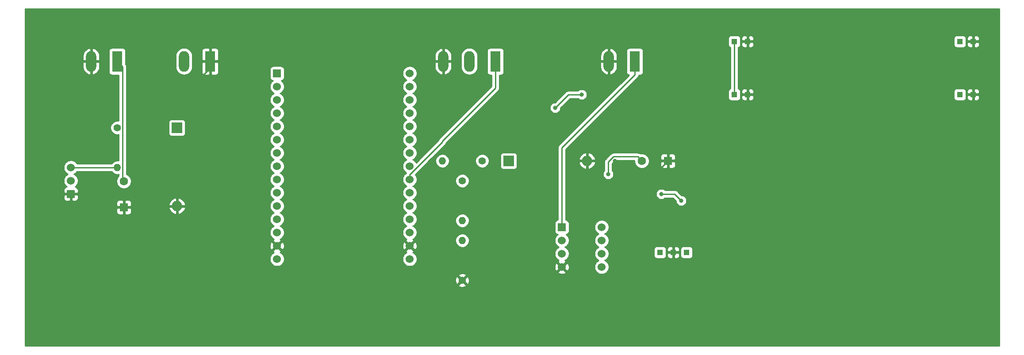
<source format=gbl>
%TF.GenerationSoftware,KiCad,Pcbnew,(5.1.9)-1*%
%TF.CreationDate,2021-05-17T17:45:37-07:00*%
%TF.ProjectId,Senior Project,53656e69-6f72-4205-9072-6f6a6563742e,rev?*%
%TF.SameCoordinates,Original*%
%TF.FileFunction,Copper,L2,Bot*%
%TF.FilePolarity,Positive*%
%FSLAX46Y46*%
G04 Gerber Fmt 4.6, Leading zero omitted, Abs format (unit mm)*
G04 Created by KiCad (PCBNEW (5.1.9)-1) date 2021-05-17 17:45:37*
%MOMM*%
%LPD*%
G01*
G04 APERTURE LIST*
%TA.AperFunction,ComponentPad*%
%ADD10R,1.100000X1.100000*%
%TD*%
%TA.AperFunction,ComponentPad*%
%ADD11C,1.400000*%
%TD*%
%TA.AperFunction,ComponentPad*%
%ADD12O,1.400000X1.400000*%
%TD*%
%TA.AperFunction,ComponentPad*%
%ADD13R,1.600000X1.600000*%
%TD*%
%TA.AperFunction,ComponentPad*%
%ADD14C,1.600000*%
%TD*%
%TA.AperFunction,ComponentPad*%
%ADD15R,2.000000X2.000000*%
%TD*%
%TA.AperFunction,ComponentPad*%
%ADD16O,2.000000X2.000000*%
%TD*%
%TA.AperFunction,ComponentPad*%
%ADD17R,1.980000X3.960000*%
%TD*%
%TA.AperFunction,ComponentPad*%
%ADD18O,1.980000X3.960000*%
%TD*%
%TA.AperFunction,ComponentPad*%
%ADD19R,1.524000X1.524000*%
%TD*%
%TA.AperFunction,ComponentPad*%
%ADD20C,1.524000*%
%TD*%
%TA.AperFunction,ViaPad*%
%ADD21C,0.800000*%
%TD*%
%TA.AperFunction,Conductor*%
%ADD22C,0.250000*%
%TD*%
%TA.AperFunction,Conductor*%
%ADD23C,0.254000*%
%TD*%
%TA.AperFunction,Conductor*%
%ADD24C,0.100000*%
%TD*%
G04 APERTURE END LIST*
D10*
%TO.P,J9,1*%
%TO.N,GND*%
X178816000Y-121666000D03*
%TD*%
D11*
%TO.P,1k,1*%
%TO.N,GND*%
X138430000Y-127000000D03*
D12*
%TO.P,1k,2*%
%TO.N,Net-(1k1-Pad2)*%
X138430000Y-119380000D03*
%TD*%
D13*
%TO.P,C1,1*%
%TO.N,GND*%
X73660000Y-113030000D03*
D14*
%TO.P,C1,2*%
%TO.N,+3V3*%
X73660000Y-108030000D03*
%TD*%
D15*
%TO.P,C2,1*%
%TO.N,Net-(C2-Pad1)*%
X83820000Y-97790000D03*
D16*
%TO.P,C2,2*%
%TO.N,GND*%
X83820000Y-112790000D03*
%TD*%
%TO.P,C3,2*%
%TO.N,GND*%
X162320000Y-104140000D03*
D15*
%TO.P,C3,1*%
%TO.N,Net-(C3-Pad1)*%
X147320000Y-104140000D03*
%TD*%
D14*
%TO.P,C4,2*%
%TO.N,Net-(C4-Pad2)*%
X172800000Y-104140000D03*
D13*
%TO.P,C4,1*%
%TO.N,GND*%
X177800000Y-104140000D03*
%TD*%
D10*
%TO.P,J1,1*%
%TO.N,+3V3*%
X190500000Y-91440000D03*
%TD*%
D17*
%TO.P,J2,1*%
%TO.N,+3V3*%
X72390000Y-85090000D03*
D18*
%TO.P,J2,2*%
%TO.N,GND*%
X67390000Y-85090000D03*
%TD*%
D17*
%TO.P,J3,1*%
%TO.N,Net-(J3-Pad1)*%
X144780000Y-85090000D03*
D18*
%TO.P,J3,2*%
%TO.N,+5V*%
X139780000Y-85090000D03*
%TO.P,J3,3*%
%TO.N,GND*%
X134780000Y-85090000D03*
%TD*%
D17*
%TO.P,J4,1*%
%TO.N,Net-(J4-Pad1)*%
X171450000Y-85090000D03*
D18*
%TO.P,J4,2*%
%TO.N,GND*%
X166450000Y-85090000D03*
%TD*%
D17*
%TO.P,J5,1*%
%TO.N,GND*%
X90170000Y-85090000D03*
D18*
%TO.P,J5,2*%
%TO.N,Net-(J5-Pad2)*%
X85170000Y-85090000D03*
%TD*%
D10*
%TO.P,J6,1*%
%TO.N,+5V*%
X233680000Y-81280000D03*
%TD*%
%TO.P,J7,1*%
%TO.N,GND*%
X193040000Y-81280000D03*
%TD*%
%TO.P,J8,1*%
%TO.N,+5V*%
X181356000Y-121666000D03*
%TD*%
%TO.P,J10,1*%
%TO.N,Net-(C4-Pad2)*%
X176276000Y-121666000D03*
%TD*%
D12*
%TO.P,R3,2*%
%TO.N,Net-(R3-Pad2)*%
X72390000Y-105410000D03*
D11*
%TO.P,R3,1*%
%TO.N,Net-(C2-Pad1)*%
X72390000Y-97790000D03*
%TD*%
%TO.P,R4,1*%
%TO.N,Net-(C3-Pad1)*%
X142240000Y-104140000D03*
D12*
%TO.P,R4,2*%
%TO.N,Net-(R4-Pad2)*%
X134620000Y-104140000D03*
%TD*%
%TO.P,R5,2*%
%TO.N,Net-(1k1-Pad2)*%
X138430000Y-115570000D03*
D11*
%TO.P,R5,1*%
%TO.N,Net-(J4-Pad1)*%
X138430000Y-107950000D03*
%TD*%
D19*
%TO.P,U1,1*%
%TO.N,GND*%
X63500000Y-110490000D03*
D20*
%TO.P,U1,2*%
%TO.N,+3V3*%
X63500000Y-107950000D03*
%TO.P,U1,3*%
%TO.N,Net-(R3-Pad2)*%
X63500000Y-105410000D03*
%TD*%
%TO.P,U2,30*%
%TO.N,Net-(U2-Pad30)*%
X128360001Y-87380001D03*
%TO.P,U2,29*%
%TO.N,Net-(U2-Pad29)*%
X128360001Y-89920001D03*
%TO.P,U2,28*%
%TO.N,Net-(U2-Pad28)*%
X128360001Y-92460001D03*
%TO.P,U2,27*%
%TO.N,Net-(U2-Pad27)*%
X128360001Y-95000001D03*
%TO.P,U2,26*%
%TO.N,Net-(U2-Pad26)*%
X128360001Y-97540001D03*
%TO.P,U2,25*%
%TO.N,Net-(U2-Pad25)*%
X128360001Y-100080001D03*
%TO.P,U2,24*%
%TO.N,Net-(U2-Pad24)*%
X128360001Y-102620001D03*
%TO.P,U2,23*%
%TO.N,Net-(U2-Pad23)*%
X128360001Y-105160001D03*
%TO.P,U2,22*%
%TO.N,Net-(J3-Pad1)*%
X128360001Y-107700001D03*
%TO.P,U2,21*%
%TO.N,Net-(R4-Pad2)*%
X128360001Y-110240001D03*
%TO.P,U2,20*%
%TO.N,Net-(U2-Pad20)*%
X128360001Y-112780001D03*
%TO.P,U2,19*%
%TO.N,Net-(U2-Pad19)*%
X128360001Y-115320001D03*
%TO.P,U2,18*%
%TO.N,Net-(U2-Pad18)*%
X128360001Y-117860001D03*
%TO.P,U2,17*%
%TO.N,GND*%
X128360001Y-120400001D03*
%TO.P,U2,16*%
%TO.N,Net-(U2-Pad16)*%
X128360001Y-122940001D03*
%TO.P,U2,15*%
%TO.N,Net-(U2-Pad15)*%
X102960001Y-122940001D03*
%TO.P,U2,14*%
%TO.N,GND*%
X102960001Y-120400001D03*
%TO.P,U2,13*%
%TO.N,Net-(U2-Pad13)*%
X102960001Y-117860001D03*
%TO.P,U2,12*%
%TO.N,Net-(U2-Pad12)*%
X102960001Y-115320001D03*
%TO.P,U2,11*%
%TO.N,Net-(U2-Pad11)*%
X102960001Y-112780001D03*
%TO.P,U2,10*%
%TO.N,Net-(U2-Pad10)*%
X102960001Y-110240001D03*
%TO.P,U2,9*%
%TO.N,Net-(U2-Pad9)*%
X102960001Y-107700001D03*
%TO.P,U2,8*%
%TO.N,Net-(U2-Pad8)*%
X102960001Y-105160001D03*
%TO.P,U2,7*%
%TO.N,Net-(U2-Pad7)*%
X102960001Y-102620001D03*
%TO.P,U2,6*%
%TO.N,Net-(U2-Pad6)*%
X102960001Y-100080001D03*
%TO.P,U2,5*%
%TO.N,Net-(U2-Pad5)*%
X102960001Y-97540001D03*
%TO.P,U2,4*%
%TO.N,Net-(U2-Pad4)*%
X102960001Y-95000001D03*
%TO.P,U2,3*%
%TO.N,Net-(C2-Pad1)*%
X102960001Y-92460001D03*
%TO.P,U2,2*%
%TO.N,Net-(J5-Pad2)*%
X102960001Y-89920001D03*
D19*
%TO.P,U2,1*%
%TO.N,Net-(U2-Pad1)*%
X102960001Y-87380001D03*
%TD*%
%TO.P,U4,1*%
%TO.N,Net-(J4-Pad1)*%
X157480000Y-116840000D03*
D20*
%TO.P,U4,2*%
%TO.N,Net-(1k1-Pad2)*%
X157480000Y-119380000D03*
%TO.P,U4,3*%
%TO.N,Net-(C3-Pad1)*%
X157480000Y-121920000D03*
%TO.P,U4,4*%
%TO.N,GND*%
X157480000Y-124460000D03*
%TO.P,U4,5*%
%TO.N,N/C*%
X165100000Y-124460000D03*
%TO.P,U4,6*%
X165100000Y-121920000D03*
%TO.P,U4,7*%
X165100000Y-119380000D03*
%TO.P,U4,8*%
%TO.N,Net-(C4-Pad2)*%
X165100000Y-116840000D03*
%TD*%
D10*
%TO.P,J11,1*%
%TO.N,+3V3*%
X190500000Y-81280000D03*
%TD*%
%TO.P,J12,1*%
%TO.N,+5V*%
X233680000Y-91440000D03*
%TD*%
%TO.P,J13,1*%
%TO.N,GND*%
X193040000Y-91440000D03*
%TD*%
%TO.P,J14,1*%
%TO.N,GND*%
X236220000Y-81280000D03*
%TD*%
%TO.P,J15,1*%
%TO.N,GND*%
X236220000Y-91440000D03*
%TD*%
D21*
%TO.N,GND*%
X167640000Y-104140000D03*
X68580000Y-95250000D03*
X66040000Y-97790000D03*
X85090000Y-91440000D03*
%TO.N,+3V3*%
X161290000Y-91440000D03*
X156210000Y-93980000D03*
%TO.N,+5V*%
X180340000Y-111760000D03*
X176530000Y-110490000D03*
%TO.N,Net-(C4-Pad2)*%
X166370000Y-106680000D03*
%TD*%
D22*
%TO.N,GND*%
X167640000Y-104140000D02*
X170180000Y-106680000D01*
X175260000Y-106680000D02*
X177800000Y-104140000D01*
X170180000Y-106680000D02*
X175260000Y-106680000D01*
X157480000Y-124460000D02*
X144780000Y-111760000D01*
X68580000Y-95250000D02*
X66040000Y-97790000D01*
X90170000Y-86360000D02*
X90170000Y-85090000D01*
X85090000Y-91440000D02*
X90170000Y-86360000D01*
X136068764Y-111760000D02*
X129718764Y-118110000D01*
X144780000Y-111760000D02*
X136068764Y-111760000D01*
X129718764Y-119041238D02*
X128360001Y-120400001D01*
X129718764Y-118110000D02*
X129718764Y-119041238D01*
%TO.N,+3V3*%
X190500000Y-81280000D02*
X190500000Y-91440000D01*
X161290000Y-91440000D02*
X158750000Y-91440000D01*
X158750000Y-91440000D02*
X156210000Y-93980000D01*
X73415001Y-107785001D02*
X73660000Y-108030000D01*
X73415001Y-86115001D02*
X73415001Y-107785001D01*
X72390000Y-85090000D02*
X73415001Y-86115001D01*
%TO.N,Net-(J3-Pad1)*%
X144780000Y-85250000D02*
X144620000Y-85090000D01*
X128360001Y-106768763D02*
X128360001Y-107700001D01*
X134620000Y-100508764D02*
X128360001Y-106768763D01*
X144780000Y-85090000D02*
X144780000Y-90170000D01*
X134620000Y-100330000D02*
X134620000Y-100508764D01*
X144780000Y-90170000D02*
X134620000Y-100330000D01*
%TO.N,+5V*%
X179070000Y-110490000D02*
X176530000Y-110490000D01*
X180340000Y-111760000D02*
X179070000Y-110490000D01*
%TO.N,Net-(J4-Pad1)*%
X171450000Y-87630000D02*
X171450000Y-85090000D01*
X157480000Y-101600000D02*
X171450000Y-87630000D01*
X157480000Y-116840000D02*
X157480000Y-101600000D01*
%TO.N,Net-(R3-Pad2)*%
X72390000Y-105410000D02*
X63500000Y-105410000D01*
%TO.N,Net-(C4-Pad2)*%
X166370000Y-104336998D02*
X166370000Y-106680000D01*
X167366997Y-103340001D02*
X166370000Y-104336998D01*
X172000001Y-103340001D02*
X167366997Y-103340001D01*
X172800000Y-104140000D02*
X172000001Y-103340001D01*
%TD*%
D23*
%TO.N,GND*%
X241173000Y-139573000D02*
X54737000Y-139573000D01*
X54737000Y-127921269D01*
X137688336Y-127921269D01*
X137747797Y-128155037D01*
X137986242Y-128265934D01*
X138241740Y-128328183D01*
X138504473Y-128339390D01*
X138764344Y-128299125D01*
X139011366Y-128208935D01*
X139112203Y-128155037D01*
X139171664Y-127921269D01*
X138430000Y-127179605D01*
X137688336Y-127921269D01*
X54737000Y-127921269D01*
X54737000Y-127074473D01*
X137090610Y-127074473D01*
X137130875Y-127334344D01*
X137221065Y-127581366D01*
X137274963Y-127682203D01*
X137508731Y-127741664D01*
X138250395Y-127000000D01*
X138609605Y-127000000D01*
X139351269Y-127741664D01*
X139585037Y-127682203D01*
X139695934Y-127443758D01*
X139758183Y-127188260D01*
X139769390Y-126925527D01*
X139729125Y-126665656D01*
X139638935Y-126418634D01*
X139585037Y-126317797D01*
X139351269Y-126258336D01*
X138609605Y-127000000D01*
X138250395Y-127000000D01*
X137508731Y-126258336D01*
X137274963Y-126317797D01*
X137164066Y-126556242D01*
X137101817Y-126811740D01*
X137090610Y-127074473D01*
X54737000Y-127074473D01*
X54737000Y-126078731D01*
X137688336Y-126078731D01*
X138430000Y-126820395D01*
X139171664Y-126078731D01*
X139112203Y-125844963D01*
X138873758Y-125734066D01*
X138618260Y-125671817D01*
X138355527Y-125660610D01*
X138095656Y-125700875D01*
X137848634Y-125791065D01*
X137747797Y-125844963D01*
X137688336Y-126078731D01*
X54737000Y-126078731D01*
X54737000Y-125425565D01*
X156694040Y-125425565D01*
X156761020Y-125665656D01*
X157010048Y-125782756D01*
X157277135Y-125849023D01*
X157552017Y-125861910D01*
X157824133Y-125820922D01*
X158083023Y-125727636D01*
X158198980Y-125665656D01*
X158265960Y-125425565D01*
X157480000Y-124639605D01*
X156694040Y-125425565D01*
X54737000Y-125425565D01*
X54737000Y-124532017D01*
X156078090Y-124532017D01*
X156119078Y-124804133D01*
X156212364Y-125063023D01*
X156274344Y-125178980D01*
X156514435Y-125245960D01*
X157300395Y-124460000D01*
X157659605Y-124460000D01*
X158445565Y-125245960D01*
X158685656Y-125178980D01*
X158802756Y-124929952D01*
X158869023Y-124662865D01*
X158881910Y-124387983D01*
X158840922Y-124115867D01*
X158747636Y-123856977D01*
X158685656Y-123741020D01*
X158445565Y-123674040D01*
X157659605Y-124460000D01*
X157300395Y-124460000D01*
X156514435Y-123674040D01*
X156274344Y-123741020D01*
X156157244Y-123990048D01*
X156090977Y-124257135D01*
X156078090Y-124532017D01*
X54737000Y-124532017D01*
X54737000Y-122802409D01*
X101563001Y-122802409D01*
X101563001Y-123077593D01*
X101616687Y-123347491D01*
X101721996Y-123601728D01*
X101874881Y-123830536D01*
X102069466Y-124025121D01*
X102298274Y-124178006D01*
X102552511Y-124283315D01*
X102822409Y-124337001D01*
X103097593Y-124337001D01*
X103367491Y-124283315D01*
X103621728Y-124178006D01*
X103850536Y-124025121D01*
X104045121Y-123830536D01*
X104198006Y-123601728D01*
X104303315Y-123347491D01*
X104357001Y-123077593D01*
X104357001Y-122802409D01*
X126963001Y-122802409D01*
X126963001Y-123077593D01*
X127016687Y-123347491D01*
X127121996Y-123601728D01*
X127274881Y-123830536D01*
X127469466Y-124025121D01*
X127698274Y-124178006D01*
X127952511Y-124283315D01*
X128222409Y-124337001D01*
X128497593Y-124337001D01*
X128767491Y-124283315D01*
X129021728Y-124178006D01*
X129250536Y-124025121D01*
X129445121Y-123830536D01*
X129598006Y-123601728D01*
X129703315Y-123347491D01*
X129757001Y-123077593D01*
X129757001Y-122802409D01*
X129703315Y-122532511D01*
X129598006Y-122278274D01*
X129445121Y-122049466D01*
X129250536Y-121854881D01*
X129021728Y-121701996D01*
X128950058Y-121672309D01*
X128963024Y-121667637D01*
X129078981Y-121605657D01*
X129145961Y-121365566D01*
X128360001Y-120579606D01*
X127574041Y-121365566D01*
X127641021Y-121605657D01*
X127776761Y-121669486D01*
X127698274Y-121701996D01*
X127469466Y-121854881D01*
X127274881Y-122049466D01*
X127121996Y-122278274D01*
X127016687Y-122532511D01*
X126963001Y-122802409D01*
X104357001Y-122802409D01*
X104303315Y-122532511D01*
X104198006Y-122278274D01*
X104045121Y-122049466D01*
X103850536Y-121854881D01*
X103621728Y-121701996D01*
X103550058Y-121672309D01*
X103563024Y-121667637D01*
X103678981Y-121605657D01*
X103745961Y-121365566D01*
X102960001Y-120579606D01*
X102174041Y-121365566D01*
X102241021Y-121605657D01*
X102376761Y-121669486D01*
X102298274Y-121701996D01*
X102069466Y-121854881D01*
X101874881Y-122049466D01*
X101721996Y-122278274D01*
X101616687Y-122532511D01*
X101563001Y-122802409D01*
X54737000Y-122802409D01*
X54737000Y-120472018D01*
X101558091Y-120472018D01*
X101599079Y-120744134D01*
X101692365Y-121003024D01*
X101754345Y-121118981D01*
X101994436Y-121185961D01*
X102780396Y-120400001D01*
X103139606Y-120400001D01*
X103925566Y-121185961D01*
X104165657Y-121118981D01*
X104282757Y-120869953D01*
X104349024Y-120602866D01*
X104355158Y-120472018D01*
X126958091Y-120472018D01*
X126999079Y-120744134D01*
X127092365Y-121003024D01*
X127154345Y-121118981D01*
X127394436Y-121185961D01*
X128180396Y-120400001D01*
X128539606Y-120400001D01*
X129325566Y-121185961D01*
X129565657Y-121118981D01*
X129682757Y-120869953D01*
X129749024Y-120602866D01*
X129761911Y-120327984D01*
X129720923Y-120055868D01*
X129627637Y-119796978D01*
X129565657Y-119681021D01*
X129325566Y-119614041D01*
X128539606Y-120400001D01*
X128180396Y-120400001D01*
X127394436Y-119614041D01*
X127154345Y-119681021D01*
X127037245Y-119930049D01*
X126970978Y-120197136D01*
X126958091Y-120472018D01*
X104355158Y-120472018D01*
X104361911Y-120327984D01*
X104320923Y-120055868D01*
X104227637Y-119796978D01*
X104165657Y-119681021D01*
X103925566Y-119614041D01*
X103139606Y-120400001D01*
X102780396Y-120400001D01*
X101994436Y-119614041D01*
X101754345Y-119681021D01*
X101637245Y-119930049D01*
X101570978Y-120197136D01*
X101558091Y-120472018D01*
X54737000Y-120472018D01*
X54737000Y-113830000D01*
X72221928Y-113830000D01*
X72234188Y-113954482D01*
X72270498Y-114074180D01*
X72329463Y-114184494D01*
X72408815Y-114281185D01*
X72505506Y-114360537D01*
X72615820Y-114419502D01*
X72735518Y-114455812D01*
X72860000Y-114468072D01*
X73374250Y-114465000D01*
X73533000Y-114306250D01*
X73533000Y-113157000D01*
X73787000Y-113157000D01*
X73787000Y-114306250D01*
X73945750Y-114465000D01*
X74460000Y-114468072D01*
X74584482Y-114455812D01*
X74704180Y-114419502D01*
X74814494Y-114360537D01*
X74911185Y-114281185D01*
X74990537Y-114184494D01*
X75049502Y-114074180D01*
X75085812Y-113954482D01*
X75098072Y-113830000D01*
X75095000Y-113315750D01*
X74949685Y-113170435D01*
X82229871Y-113170435D01*
X82334644Y-113473344D01*
X82496499Y-113749992D01*
X82709215Y-113989748D01*
X82964618Y-114183399D01*
X83252893Y-114323502D01*
X83439566Y-114380124D01*
X83693000Y-114260777D01*
X83693000Y-112917000D01*
X83947000Y-112917000D01*
X83947000Y-114260777D01*
X84200434Y-114380124D01*
X84387107Y-114323502D01*
X84675382Y-114183399D01*
X84930785Y-113989748D01*
X85143501Y-113749992D01*
X85305356Y-113473344D01*
X85410129Y-113170435D01*
X85291315Y-112917000D01*
X83947000Y-112917000D01*
X83693000Y-112917000D01*
X82348685Y-112917000D01*
X82229871Y-113170435D01*
X74949685Y-113170435D01*
X74936250Y-113157000D01*
X73787000Y-113157000D01*
X73533000Y-113157000D01*
X72383750Y-113157000D01*
X72225000Y-113315750D01*
X72221928Y-113830000D01*
X54737000Y-113830000D01*
X54737000Y-112230000D01*
X72221928Y-112230000D01*
X72225000Y-112744250D01*
X72383750Y-112903000D01*
X73533000Y-112903000D01*
X73533000Y-111753750D01*
X73787000Y-111753750D01*
X73787000Y-112903000D01*
X74936250Y-112903000D01*
X75095000Y-112744250D01*
X75096999Y-112409565D01*
X82229871Y-112409565D01*
X82348685Y-112663000D01*
X83693000Y-112663000D01*
X83693000Y-111319223D01*
X83947000Y-111319223D01*
X83947000Y-112663000D01*
X85291315Y-112663000D01*
X85410129Y-112409565D01*
X85305356Y-112106656D01*
X85143501Y-111830008D01*
X84930785Y-111590252D01*
X84675382Y-111396601D01*
X84387107Y-111256498D01*
X84200434Y-111199876D01*
X83947000Y-111319223D01*
X83693000Y-111319223D01*
X83439566Y-111199876D01*
X83252893Y-111256498D01*
X82964618Y-111396601D01*
X82709215Y-111590252D01*
X82496499Y-111830008D01*
X82334644Y-112106656D01*
X82229871Y-112409565D01*
X75096999Y-112409565D01*
X75098072Y-112230000D01*
X75085812Y-112105518D01*
X75049502Y-111985820D01*
X74990537Y-111875506D01*
X74911185Y-111778815D01*
X74814494Y-111699463D01*
X74704180Y-111640498D01*
X74584482Y-111604188D01*
X74460000Y-111591928D01*
X73945750Y-111595000D01*
X73787000Y-111753750D01*
X73533000Y-111753750D01*
X73374250Y-111595000D01*
X72860000Y-111591928D01*
X72735518Y-111604188D01*
X72615820Y-111640498D01*
X72505506Y-111699463D01*
X72408815Y-111778815D01*
X72329463Y-111875506D01*
X72270498Y-111985820D01*
X72234188Y-112105518D01*
X72221928Y-112230000D01*
X54737000Y-112230000D01*
X54737000Y-111252000D01*
X62099928Y-111252000D01*
X62112188Y-111376482D01*
X62148498Y-111496180D01*
X62207463Y-111606494D01*
X62286815Y-111703185D01*
X62383506Y-111782537D01*
X62493820Y-111841502D01*
X62613518Y-111877812D01*
X62738000Y-111890072D01*
X63214250Y-111887000D01*
X63373000Y-111728250D01*
X63373000Y-110617000D01*
X63627000Y-110617000D01*
X63627000Y-111728250D01*
X63785750Y-111887000D01*
X64262000Y-111890072D01*
X64386482Y-111877812D01*
X64506180Y-111841502D01*
X64616494Y-111782537D01*
X64713185Y-111703185D01*
X64792537Y-111606494D01*
X64851502Y-111496180D01*
X64887812Y-111376482D01*
X64900072Y-111252000D01*
X64897000Y-110775750D01*
X64738250Y-110617000D01*
X63627000Y-110617000D01*
X63373000Y-110617000D01*
X62261750Y-110617000D01*
X62103000Y-110775750D01*
X62099928Y-111252000D01*
X54737000Y-111252000D01*
X54737000Y-109728000D01*
X62099928Y-109728000D01*
X62103000Y-110204250D01*
X62261750Y-110363000D01*
X63373000Y-110363000D01*
X63373000Y-110343000D01*
X63627000Y-110343000D01*
X63627000Y-110363000D01*
X64738250Y-110363000D01*
X64897000Y-110204250D01*
X64900072Y-109728000D01*
X64887812Y-109603518D01*
X64851502Y-109483820D01*
X64792537Y-109373506D01*
X64713185Y-109276815D01*
X64616494Y-109197463D01*
X64506180Y-109138498D01*
X64386482Y-109102188D01*
X64302535Y-109093920D01*
X64390535Y-109035120D01*
X64585120Y-108840535D01*
X64738005Y-108611727D01*
X64843314Y-108357490D01*
X64897000Y-108087592D01*
X64897000Y-107812408D01*
X64843314Y-107542510D01*
X64738005Y-107288273D01*
X64585120Y-107059465D01*
X64390535Y-106864880D01*
X64161727Y-106711995D01*
X64084485Y-106680000D01*
X64161727Y-106648005D01*
X64390535Y-106495120D01*
X64585120Y-106300535D01*
X64672341Y-106170000D01*
X71292225Y-106170000D01*
X71353038Y-106261013D01*
X71538987Y-106446962D01*
X71757641Y-106593061D01*
X72000595Y-106693696D01*
X72258514Y-106745000D01*
X72521486Y-106745000D01*
X72655002Y-106718442D01*
X72655002Y-107005602D01*
X72545363Y-107115241D01*
X72388320Y-107350273D01*
X72280147Y-107611426D01*
X72225000Y-107888665D01*
X72225000Y-108171335D01*
X72280147Y-108448574D01*
X72388320Y-108709727D01*
X72545363Y-108944759D01*
X72745241Y-109144637D01*
X72980273Y-109301680D01*
X73241426Y-109409853D01*
X73518665Y-109465000D01*
X73801335Y-109465000D01*
X74078574Y-109409853D01*
X74339727Y-109301680D01*
X74574759Y-109144637D01*
X74774637Y-108944759D01*
X74931680Y-108709727D01*
X75039853Y-108448574D01*
X75095000Y-108171335D01*
X75095000Y-107888665D01*
X75039853Y-107611426D01*
X74931680Y-107350273D01*
X74774637Y-107115241D01*
X74574759Y-106915363D01*
X74339727Y-106758320D01*
X74175001Y-106690088D01*
X74175001Y-96790000D01*
X82181928Y-96790000D01*
X82181928Y-98790000D01*
X82194188Y-98914482D01*
X82230498Y-99034180D01*
X82289463Y-99144494D01*
X82368815Y-99241185D01*
X82465506Y-99320537D01*
X82575820Y-99379502D01*
X82695518Y-99415812D01*
X82820000Y-99428072D01*
X84820000Y-99428072D01*
X84944482Y-99415812D01*
X85064180Y-99379502D01*
X85174494Y-99320537D01*
X85271185Y-99241185D01*
X85350537Y-99144494D01*
X85409502Y-99034180D01*
X85445812Y-98914482D01*
X85458072Y-98790000D01*
X85458072Y-96790000D01*
X85445812Y-96665518D01*
X85409502Y-96545820D01*
X85350537Y-96435506D01*
X85271185Y-96338815D01*
X85174494Y-96259463D01*
X85064180Y-96200498D01*
X84944482Y-96164188D01*
X84820000Y-96151928D01*
X82820000Y-96151928D01*
X82695518Y-96164188D01*
X82575820Y-96200498D01*
X82465506Y-96259463D01*
X82368815Y-96338815D01*
X82289463Y-96435506D01*
X82230498Y-96545820D01*
X82194188Y-96665518D01*
X82181928Y-96790000D01*
X74175001Y-96790000D01*
X74175001Y-86159823D01*
X83545000Y-86159823D01*
X83568513Y-86398555D01*
X83661432Y-86704868D01*
X83812325Y-86987169D01*
X84015392Y-87234608D01*
X84262830Y-87437675D01*
X84545131Y-87588568D01*
X84851444Y-87681487D01*
X85170000Y-87712862D01*
X85488555Y-87681487D01*
X85794868Y-87588568D01*
X86077169Y-87437675D01*
X86324608Y-87234608D01*
X86459698Y-87070000D01*
X88541928Y-87070000D01*
X88554188Y-87194482D01*
X88590498Y-87314180D01*
X88649463Y-87424494D01*
X88728815Y-87521185D01*
X88825506Y-87600537D01*
X88935820Y-87659502D01*
X89055518Y-87695812D01*
X89180000Y-87708072D01*
X89884250Y-87705000D01*
X90043000Y-87546250D01*
X90043000Y-85217000D01*
X90297000Y-85217000D01*
X90297000Y-87546250D01*
X90455750Y-87705000D01*
X91160000Y-87708072D01*
X91284482Y-87695812D01*
X91404180Y-87659502D01*
X91514494Y-87600537D01*
X91611185Y-87521185D01*
X91690537Y-87424494D01*
X91749502Y-87314180D01*
X91785812Y-87194482D01*
X91798072Y-87070000D01*
X91797253Y-86618001D01*
X101559929Y-86618001D01*
X101559929Y-88142001D01*
X101572189Y-88266483D01*
X101608499Y-88386181D01*
X101667464Y-88496495D01*
X101746816Y-88593186D01*
X101843507Y-88672538D01*
X101953821Y-88731503D01*
X102073519Y-88767813D01*
X102157466Y-88776081D01*
X102069466Y-88834881D01*
X101874881Y-89029466D01*
X101721996Y-89258274D01*
X101616687Y-89512511D01*
X101563001Y-89782409D01*
X101563001Y-90057593D01*
X101616687Y-90327491D01*
X101721996Y-90581728D01*
X101874881Y-90810536D01*
X102069466Y-91005121D01*
X102298274Y-91158006D01*
X102375516Y-91190001D01*
X102298274Y-91221996D01*
X102069466Y-91374881D01*
X101874881Y-91569466D01*
X101721996Y-91798274D01*
X101616687Y-92052511D01*
X101563001Y-92322409D01*
X101563001Y-92597593D01*
X101616687Y-92867491D01*
X101721996Y-93121728D01*
X101874881Y-93350536D01*
X102069466Y-93545121D01*
X102298274Y-93698006D01*
X102375516Y-93730001D01*
X102298274Y-93761996D01*
X102069466Y-93914881D01*
X101874881Y-94109466D01*
X101721996Y-94338274D01*
X101616687Y-94592511D01*
X101563001Y-94862409D01*
X101563001Y-95137593D01*
X101616687Y-95407491D01*
X101721996Y-95661728D01*
X101874881Y-95890536D01*
X102069466Y-96085121D01*
X102298274Y-96238006D01*
X102375516Y-96270001D01*
X102298274Y-96301996D01*
X102069466Y-96454881D01*
X101874881Y-96649466D01*
X101721996Y-96878274D01*
X101616687Y-97132511D01*
X101563001Y-97402409D01*
X101563001Y-97677593D01*
X101616687Y-97947491D01*
X101721996Y-98201728D01*
X101874881Y-98430536D01*
X102069466Y-98625121D01*
X102298274Y-98778006D01*
X102375516Y-98810001D01*
X102298274Y-98841996D01*
X102069466Y-98994881D01*
X101874881Y-99189466D01*
X101721996Y-99418274D01*
X101616687Y-99672511D01*
X101563001Y-99942409D01*
X101563001Y-100217593D01*
X101616687Y-100487491D01*
X101721996Y-100741728D01*
X101874881Y-100970536D01*
X102069466Y-101165121D01*
X102298274Y-101318006D01*
X102375516Y-101350001D01*
X102298274Y-101381996D01*
X102069466Y-101534881D01*
X101874881Y-101729466D01*
X101721996Y-101958274D01*
X101616687Y-102212511D01*
X101563001Y-102482409D01*
X101563001Y-102757593D01*
X101616687Y-103027491D01*
X101721996Y-103281728D01*
X101874881Y-103510536D01*
X102069466Y-103705121D01*
X102298274Y-103858006D01*
X102375516Y-103890001D01*
X102298274Y-103921996D01*
X102069466Y-104074881D01*
X101874881Y-104269466D01*
X101721996Y-104498274D01*
X101616687Y-104752511D01*
X101563001Y-105022409D01*
X101563001Y-105297593D01*
X101616687Y-105567491D01*
X101721996Y-105821728D01*
X101874881Y-106050536D01*
X102069466Y-106245121D01*
X102298274Y-106398006D01*
X102375516Y-106430001D01*
X102298274Y-106461996D01*
X102069466Y-106614881D01*
X101874881Y-106809466D01*
X101721996Y-107038274D01*
X101616687Y-107292511D01*
X101563001Y-107562409D01*
X101563001Y-107837593D01*
X101616687Y-108107491D01*
X101721996Y-108361728D01*
X101874881Y-108590536D01*
X102069466Y-108785121D01*
X102298274Y-108938006D01*
X102375516Y-108970001D01*
X102298274Y-109001996D01*
X102069466Y-109154881D01*
X101874881Y-109349466D01*
X101721996Y-109578274D01*
X101616687Y-109832511D01*
X101563001Y-110102409D01*
X101563001Y-110377593D01*
X101616687Y-110647491D01*
X101721996Y-110901728D01*
X101874881Y-111130536D01*
X102069466Y-111325121D01*
X102298274Y-111478006D01*
X102375516Y-111510001D01*
X102298274Y-111541996D01*
X102069466Y-111694881D01*
X101874881Y-111889466D01*
X101721996Y-112118274D01*
X101616687Y-112372511D01*
X101563001Y-112642409D01*
X101563001Y-112917593D01*
X101616687Y-113187491D01*
X101721996Y-113441728D01*
X101874881Y-113670536D01*
X102069466Y-113865121D01*
X102298274Y-114018006D01*
X102375516Y-114050001D01*
X102298274Y-114081996D01*
X102069466Y-114234881D01*
X101874881Y-114429466D01*
X101721996Y-114658274D01*
X101616687Y-114912511D01*
X101563001Y-115182409D01*
X101563001Y-115457593D01*
X101616687Y-115727491D01*
X101721996Y-115981728D01*
X101874881Y-116210536D01*
X102069466Y-116405121D01*
X102298274Y-116558006D01*
X102375516Y-116590001D01*
X102298274Y-116621996D01*
X102069466Y-116774881D01*
X101874881Y-116969466D01*
X101721996Y-117198274D01*
X101616687Y-117452511D01*
X101563001Y-117722409D01*
X101563001Y-117997593D01*
X101616687Y-118267491D01*
X101721996Y-118521728D01*
X101874881Y-118750536D01*
X102069466Y-118945121D01*
X102298274Y-119098006D01*
X102369944Y-119127693D01*
X102356978Y-119132365D01*
X102241021Y-119194345D01*
X102174041Y-119434436D01*
X102960001Y-120220396D01*
X103745961Y-119434436D01*
X103678981Y-119194345D01*
X103543241Y-119130516D01*
X103621728Y-119098006D01*
X103850536Y-118945121D01*
X104045121Y-118750536D01*
X104198006Y-118521728D01*
X104303315Y-118267491D01*
X104357001Y-117997593D01*
X104357001Y-117722409D01*
X104303315Y-117452511D01*
X104198006Y-117198274D01*
X104045121Y-116969466D01*
X103850536Y-116774881D01*
X103621728Y-116621996D01*
X103544486Y-116590001D01*
X103621728Y-116558006D01*
X103850536Y-116405121D01*
X104045121Y-116210536D01*
X104198006Y-115981728D01*
X104303315Y-115727491D01*
X104357001Y-115457593D01*
X104357001Y-115182409D01*
X104303315Y-114912511D01*
X104198006Y-114658274D01*
X104045121Y-114429466D01*
X103850536Y-114234881D01*
X103621728Y-114081996D01*
X103544486Y-114050001D01*
X103621728Y-114018006D01*
X103850536Y-113865121D01*
X104045121Y-113670536D01*
X104198006Y-113441728D01*
X104303315Y-113187491D01*
X104357001Y-112917593D01*
X104357001Y-112642409D01*
X104303315Y-112372511D01*
X104198006Y-112118274D01*
X104045121Y-111889466D01*
X103850536Y-111694881D01*
X103621728Y-111541996D01*
X103544486Y-111510001D01*
X103621728Y-111478006D01*
X103850536Y-111325121D01*
X104045121Y-111130536D01*
X104198006Y-110901728D01*
X104303315Y-110647491D01*
X104357001Y-110377593D01*
X104357001Y-110102409D01*
X104303315Y-109832511D01*
X104198006Y-109578274D01*
X104045121Y-109349466D01*
X103850536Y-109154881D01*
X103621728Y-109001996D01*
X103544486Y-108970001D01*
X103621728Y-108938006D01*
X103850536Y-108785121D01*
X104045121Y-108590536D01*
X104198006Y-108361728D01*
X104303315Y-108107491D01*
X104357001Y-107837593D01*
X104357001Y-107562409D01*
X104303315Y-107292511D01*
X104198006Y-107038274D01*
X104045121Y-106809466D01*
X103850536Y-106614881D01*
X103621728Y-106461996D01*
X103544486Y-106430001D01*
X103621728Y-106398006D01*
X103850536Y-106245121D01*
X104045121Y-106050536D01*
X104198006Y-105821728D01*
X104303315Y-105567491D01*
X104357001Y-105297593D01*
X104357001Y-105022409D01*
X104303315Y-104752511D01*
X104198006Y-104498274D01*
X104045121Y-104269466D01*
X103850536Y-104074881D01*
X103621728Y-103921996D01*
X103544486Y-103890001D01*
X103621728Y-103858006D01*
X103850536Y-103705121D01*
X104045121Y-103510536D01*
X104198006Y-103281728D01*
X104303315Y-103027491D01*
X104357001Y-102757593D01*
X104357001Y-102482409D01*
X104303315Y-102212511D01*
X104198006Y-101958274D01*
X104045121Y-101729466D01*
X103850536Y-101534881D01*
X103621728Y-101381996D01*
X103544486Y-101350001D01*
X103621728Y-101318006D01*
X103850536Y-101165121D01*
X104045121Y-100970536D01*
X104198006Y-100741728D01*
X104303315Y-100487491D01*
X104357001Y-100217593D01*
X104357001Y-99942409D01*
X104303315Y-99672511D01*
X104198006Y-99418274D01*
X104045121Y-99189466D01*
X103850536Y-98994881D01*
X103621728Y-98841996D01*
X103544486Y-98810001D01*
X103621728Y-98778006D01*
X103850536Y-98625121D01*
X104045121Y-98430536D01*
X104198006Y-98201728D01*
X104303315Y-97947491D01*
X104357001Y-97677593D01*
X104357001Y-97402409D01*
X104303315Y-97132511D01*
X104198006Y-96878274D01*
X104045121Y-96649466D01*
X103850536Y-96454881D01*
X103621728Y-96301996D01*
X103544486Y-96270001D01*
X103621728Y-96238006D01*
X103850536Y-96085121D01*
X104045121Y-95890536D01*
X104198006Y-95661728D01*
X104303315Y-95407491D01*
X104357001Y-95137593D01*
X104357001Y-94862409D01*
X104303315Y-94592511D01*
X104198006Y-94338274D01*
X104045121Y-94109466D01*
X103850536Y-93914881D01*
X103621728Y-93761996D01*
X103544486Y-93730001D01*
X103621728Y-93698006D01*
X103850536Y-93545121D01*
X104045121Y-93350536D01*
X104198006Y-93121728D01*
X104303315Y-92867491D01*
X104357001Y-92597593D01*
X104357001Y-92322409D01*
X104303315Y-92052511D01*
X104198006Y-91798274D01*
X104045121Y-91569466D01*
X103850536Y-91374881D01*
X103621728Y-91221996D01*
X103544486Y-91190001D01*
X103621728Y-91158006D01*
X103850536Y-91005121D01*
X104045121Y-90810536D01*
X104198006Y-90581728D01*
X104303315Y-90327491D01*
X104357001Y-90057593D01*
X104357001Y-89782409D01*
X104303315Y-89512511D01*
X104198006Y-89258274D01*
X104045121Y-89029466D01*
X103850536Y-88834881D01*
X103762536Y-88776081D01*
X103846483Y-88767813D01*
X103966181Y-88731503D01*
X104076495Y-88672538D01*
X104173186Y-88593186D01*
X104252538Y-88496495D01*
X104311503Y-88386181D01*
X104347813Y-88266483D01*
X104360073Y-88142001D01*
X104360073Y-87242409D01*
X126963001Y-87242409D01*
X126963001Y-87517593D01*
X127016687Y-87787491D01*
X127121996Y-88041728D01*
X127274881Y-88270536D01*
X127469466Y-88465121D01*
X127698274Y-88618006D01*
X127775516Y-88650001D01*
X127698274Y-88681996D01*
X127469466Y-88834881D01*
X127274881Y-89029466D01*
X127121996Y-89258274D01*
X127016687Y-89512511D01*
X126963001Y-89782409D01*
X126963001Y-90057593D01*
X127016687Y-90327491D01*
X127121996Y-90581728D01*
X127274881Y-90810536D01*
X127469466Y-91005121D01*
X127698274Y-91158006D01*
X127775516Y-91190001D01*
X127698274Y-91221996D01*
X127469466Y-91374881D01*
X127274881Y-91569466D01*
X127121996Y-91798274D01*
X127016687Y-92052511D01*
X126963001Y-92322409D01*
X126963001Y-92597593D01*
X127016687Y-92867491D01*
X127121996Y-93121728D01*
X127274881Y-93350536D01*
X127469466Y-93545121D01*
X127698274Y-93698006D01*
X127775516Y-93730001D01*
X127698274Y-93761996D01*
X127469466Y-93914881D01*
X127274881Y-94109466D01*
X127121996Y-94338274D01*
X127016687Y-94592511D01*
X126963001Y-94862409D01*
X126963001Y-95137593D01*
X127016687Y-95407491D01*
X127121996Y-95661728D01*
X127274881Y-95890536D01*
X127469466Y-96085121D01*
X127698274Y-96238006D01*
X127775516Y-96270001D01*
X127698274Y-96301996D01*
X127469466Y-96454881D01*
X127274881Y-96649466D01*
X127121996Y-96878274D01*
X127016687Y-97132511D01*
X126963001Y-97402409D01*
X126963001Y-97677593D01*
X127016687Y-97947491D01*
X127121996Y-98201728D01*
X127274881Y-98430536D01*
X127469466Y-98625121D01*
X127698274Y-98778006D01*
X127775516Y-98810001D01*
X127698274Y-98841996D01*
X127469466Y-98994881D01*
X127274881Y-99189466D01*
X127121996Y-99418274D01*
X127016687Y-99672511D01*
X126963001Y-99942409D01*
X126963001Y-100217593D01*
X127016687Y-100487491D01*
X127121996Y-100741728D01*
X127274881Y-100970536D01*
X127469466Y-101165121D01*
X127698274Y-101318006D01*
X127775516Y-101350001D01*
X127698274Y-101381996D01*
X127469466Y-101534881D01*
X127274881Y-101729466D01*
X127121996Y-101958274D01*
X127016687Y-102212511D01*
X126963001Y-102482409D01*
X126963001Y-102757593D01*
X127016687Y-103027491D01*
X127121996Y-103281728D01*
X127274881Y-103510536D01*
X127469466Y-103705121D01*
X127698274Y-103858006D01*
X127775516Y-103890001D01*
X127698274Y-103921996D01*
X127469466Y-104074881D01*
X127274881Y-104269466D01*
X127121996Y-104498274D01*
X127016687Y-104752511D01*
X126963001Y-105022409D01*
X126963001Y-105297593D01*
X127016687Y-105567491D01*
X127121996Y-105821728D01*
X127274881Y-106050536D01*
X127469466Y-106245121D01*
X127696908Y-106397093D01*
X127670253Y-106446962D01*
X127654455Y-106476517D01*
X127648840Y-106495027D01*
X127469466Y-106614881D01*
X127274881Y-106809466D01*
X127121996Y-107038274D01*
X127016687Y-107292511D01*
X126963001Y-107562409D01*
X126963001Y-107837593D01*
X127016687Y-108107491D01*
X127121996Y-108361728D01*
X127274881Y-108590536D01*
X127469466Y-108785121D01*
X127698274Y-108938006D01*
X127775516Y-108970001D01*
X127698274Y-109001996D01*
X127469466Y-109154881D01*
X127274881Y-109349466D01*
X127121996Y-109578274D01*
X127016687Y-109832511D01*
X126963001Y-110102409D01*
X126963001Y-110377593D01*
X127016687Y-110647491D01*
X127121996Y-110901728D01*
X127274881Y-111130536D01*
X127469466Y-111325121D01*
X127698274Y-111478006D01*
X127775516Y-111510001D01*
X127698274Y-111541996D01*
X127469466Y-111694881D01*
X127274881Y-111889466D01*
X127121996Y-112118274D01*
X127016687Y-112372511D01*
X126963001Y-112642409D01*
X126963001Y-112917593D01*
X127016687Y-113187491D01*
X127121996Y-113441728D01*
X127274881Y-113670536D01*
X127469466Y-113865121D01*
X127698274Y-114018006D01*
X127775516Y-114050001D01*
X127698274Y-114081996D01*
X127469466Y-114234881D01*
X127274881Y-114429466D01*
X127121996Y-114658274D01*
X127016687Y-114912511D01*
X126963001Y-115182409D01*
X126963001Y-115457593D01*
X127016687Y-115727491D01*
X127121996Y-115981728D01*
X127274881Y-116210536D01*
X127469466Y-116405121D01*
X127698274Y-116558006D01*
X127775516Y-116590001D01*
X127698274Y-116621996D01*
X127469466Y-116774881D01*
X127274881Y-116969466D01*
X127121996Y-117198274D01*
X127016687Y-117452511D01*
X126963001Y-117722409D01*
X126963001Y-117997593D01*
X127016687Y-118267491D01*
X127121996Y-118521728D01*
X127274881Y-118750536D01*
X127469466Y-118945121D01*
X127698274Y-119098006D01*
X127769944Y-119127693D01*
X127756978Y-119132365D01*
X127641021Y-119194345D01*
X127574041Y-119434436D01*
X128360001Y-120220396D01*
X129145961Y-119434436D01*
X129094093Y-119248514D01*
X137095000Y-119248514D01*
X137095000Y-119511486D01*
X137146304Y-119769405D01*
X137246939Y-120012359D01*
X137393038Y-120231013D01*
X137578987Y-120416962D01*
X137797641Y-120563061D01*
X138040595Y-120663696D01*
X138298514Y-120715000D01*
X138561486Y-120715000D01*
X138819405Y-120663696D01*
X139062359Y-120563061D01*
X139281013Y-120416962D01*
X139466962Y-120231013D01*
X139613061Y-120012359D01*
X139713696Y-119769405D01*
X139765000Y-119511486D01*
X139765000Y-119248514D01*
X139713696Y-118990595D01*
X139613061Y-118747641D01*
X139466962Y-118528987D01*
X139281013Y-118343038D01*
X139062359Y-118196939D01*
X138819405Y-118096304D01*
X138561486Y-118045000D01*
X138298514Y-118045000D01*
X138040595Y-118096304D01*
X137797641Y-118196939D01*
X137578987Y-118343038D01*
X137393038Y-118528987D01*
X137246939Y-118747641D01*
X137146304Y-118990595D01*
X137095000Y-119248514D01*
X129094093Y-119248514D01*
X129078981Y-119194345D01*
X128943241Y-119130516D01*
X129021728Y-119098006D01*
X129250536Y-118945121D01*
X129445121Y-118750536D01*
X129598006Y-118521728D01*
X129703315Y-118267491D01*
X129757001Y-117997593D01*
X129757001Y-117722409D01*
X129703315Y-117452511D01*
X129598006Y-117198274D01*
X129445121Y-116969466D01*
X129250536Y-116774881D01*
X129021728Y-116621996D01*
X128944486Y-116590001D01*
X129021728Y-116558006D01*
X129250536Y-116405121D01*
X129445121Y-116210536D01*
X129598006Y-115981728D01*
X129703315Y-115727491D01*
X129757001Y-115457593D01*
X129757001Y-115438514D01*
X137095000Y-115438514D01*
X137095000Y-115701486D01*
X137146304Y-115959405D01*
X137246939Y-116202359D01*
X137393038Y-116421013D01*
X137578987Y-116606962D01*
X137797641Y-116753061D01*
X138040595Y-116853696D01*
X138298514Y-116905000D01*
X138561486Y-116905000D01*
X138819405Y-116853696D01*
X139062359Y-116753061D01*
X139281013Y-116606962D01*
X139466962Y-116421013D01*
X139613061Y-116202359D01*
X139664572Y-116078000D01*
X156079928Y-116078000D01*
X156079928Y-117602000D01*
X156092188Y-117726482D01*
X156128498Y-117846180D01*
X156187463Y-117956494D01*
X156266815Y-118053185D01*
X156363506Y-118132537D01*
X156473820Y-118191502D01*
X156593518Y-118227812D01*
X156677465Y-118236080D01*
X156589465Y-118294880D01*
X156394880Y-118489465D01*
X156241995Y-118718273D01*
X156136686Y-118972510D01*
X156083000Y-119242408D01*
X156083000Y-119517592D01*
X156136686Y-119787490D01*
X156241995Y-120041727D01*
X156394880Y-120270535D01*
X156589465Y-120465120D01*
X156818273Y-120618005D01*
X156895515Y-120650000D01*
X156818273Y-120681995D01*
X156589465Y-120834880D01*
X156394880Y-121029465D01*
X156241995Y-121258273D01*
X156136686Y-121512510D01*
X156083000Y-121782408D01*
X156083000Y-122057592D01*
X156136686Y-122327490D01*
X156241995Y-122581727D01*
X156394880Y-122810535D01*
X156589465Y-123005120D01*
X156818273Y-123158005D01*
X156889943Y-123187692D01*
X156876977Y-123192364D01*
X156761020Y-123254344D01*
X156694040Y-123494435D01*
X157480000Y-124280395D01*
X158265960Y-123494435D01*
X158198980Y-123254344D01*
X158063240Y-123190515D01*
X158141727Y-123158005D01*
X158370535Y-123005120D01*
X158565120Y-122810535D01*
X158718005Y-122581727D01*
X158823314Y-122327490D01*
X158877000Y-122057592D01*
X158877000Y-121782408D01*
X158823314Y-121512510D01*
X158718005Y-121258273D01*
X158565120Y-121029465D01*
X158370535Y-120834880D01*
X158141727Y-120681995D01*
X158064485Y-120650000D01*
X158141727Y-120618005D01*
X158370535Y-120465120D01*
X158565120Y-120270535D01*
X158718005Y-120041727D01*
X158823314Y-119787490D01*
X158877000Y-119517592D01*
X158877000Y-119242408D01*
X158823314Y-118972510D01*
X158718005Y-118718273D01*
X158565120Y-118489465D01*
X158370535Y-118294880D01*
X158282535Y-118236080D01*
X158366482Y-118227812D01*
X158486180Y-118191502D01*
X158596494Y-118132537D01*
X158693185Y-118053185D01*
X158772537Y-117956494D01*
X158831502Y-117846180D01*
X158867812Y-117726482D01*
X158880072Y-117602000D01*
X158880072Y-116702408D01*
X163703000Y-116702408D01*
X163703000Y-116977592D01*
X163756686Y-117247490D01*
X163861995Y-117501727D01*
X164014880Y-117730535D01*
X164209465Y-117925120D01*
X164438273Y-118078005D01*
X164515515Y-118110000D01*
X164438273Y-118141995D01*
X164209465Y-118294880D01*
X164014880Y-118489465D01*
X163861995Y-118718273D01*
X163756686Y-118972510D01*
X163703000Y-119242408D01*
X163703000Y-119517592D01*
X163756686Y-119787490D01*
X163861995Y-120041727D01*
X164014880Y-120270535D01*
X164209465Y-120465120D01*
X164438273Y-120618005D01*
X164515515Y-120650000D01*
X164438273Y-120681995D01*
X164209465Y-120834880D01*
X164014880Y-121029465D01*
X163861995Y-121258273D01*
X163756686Y-121512510D01*
X163703000Y-121782408D01*
X163703000Y-122057592D01*
X163756686Y-122327490D01*
X163861995Y-122581727D01*
X164014880Y-122810535D01*
X164209465Y-123005120D01*
X164438273Y-123158005D01*
X164515515Y-123190000D01*
X164438273Y-123221995D01*
X164209465Y-123374880D01*
X164014880Y-123569465D01*
X163861995Y-123798273D01*
X163756686Y-124052510D01*
X163703000Y-124322408D01*
X163703000Y-124597592D01*
X163756686Y-124867490D01*
X163861995Y-125121727D01*
X164014880Y-125350535D01*
X164209465Y-125545120D01*
X164438273Y-125698005D01*
X164692510Y-125803314D01*
X164962408Y-125857000D01*
X165237592Y-125857000D01*
X165507490Y-125803314D01*
X165761727Y-125698005D01*
X165990535Y-125545120D01*
X166185120Y-125350535D01*
X166338005Y-125121727D01*
X166443314Y-124867490D01*
X166497000Y-124597592D01*
X166497000Y-124322408D01*
X166443314Y-124052510D01*
X166338005Y-123798273D01*
X166185120Y-123569465D01*
X165990535Y-123374880D01*
X165761727Y-123221995D01*
X165684485Y-123190000D01*
X165761727Y-123158005D01*
X165990535Y-123005120D01*
X166185120Y-122810535D01*
X166338005Y-122581727D01*
X166443314Y-122327490D01*
X166497000Y-122057592D01*
X166497000Y-121782408D01*
X166443314Y-121512510D01*
X166338005Y-121258273D01*
X166242941Y-121116000D01*
X175087928Y-121116000D01*
X175087928Y-122216000D01*
X175100188Y-122340482D01*
X175136498Y-122460180D01*
X175195463Y-122570494D01*
X175274815Y-122667185D01*
X175371506Y-122746537D01*
X175481820Y-122805502D01*
X175601518Y-122841812D01*
X175726000Y-122854072D01*
X176826000Y-122854072D01*
X176950482Y-122841812D01*
X177070180Y-122805502D01*
X177180494Y-122746537D01*
X177277185Y-122667185D01*
X177356537Y-122570494D01*
X177415502Y-122460180D01*
X177451812Y-122340482D01*
X177464072Y-122216000D01*
X177627928Y-122216000D01*
X177640188Y-122340482D01*
X177676498Y-122460180D01*
X177735463Y-122570494D01*
X177814815Y-122667185D01*
X177911506Y-122746537D01*
X178021820Y-122805502D01*
X178141518Y-122841812D01*
X178266000Y-122854072D01*
X178530250Y-122851000D01*
X178689000Y-122692250D01*
X178689000Y-121793000D01*
X178943000Y-121793000D01*
X178943000Y-122692250D01*
X179101750Y-122851000D01*
X179366000Y-122854072D01*
X179490482Y-122841812D01*
X179610180Y-122805502D01*
X179720494Y-122746537D01*
X179817185Y-122667185D01*
X179896537Y-122570494D01*
X179955502Y-122460180D01*
X179991812Y-122340482D01*
X180004072Y-122216000D01*
X180001000Y-121951750D01*
X179842250Y-121793000D01*
X178943000Y-121793000D01*
X178689000Y-121793000D01*
X177789750Y-121793000D01*
X177631000Y-121951750D01*
X177627928Y-122216000D01*
X177464072Y-122216000D01*
X177464072Y-121116000D01*
X177627928Y-121116000D01*
X177631000Y-121380250D01*
X177789750Y-121539000D01*
X178689000Y-121539000D01*
X178689000Y-120639750D01*
X178943000Y-120639750D01*
X178943000Y-121539000D01*
X179842250Y-121539000D01*
X180001000Y-121380250D01*
X180004072Y-121116000D01*
X180167928Y-121116000D01*
X180167928Y-122216000D01*
X180180188Y-122340482D01*
X180216498Y-122460180D01*
X180275463Y-122570494D01*
X180354815Y-122667185D01*
X180451506Y-122746537D01*
X180561820Y-122805502D01*
X180681518Y-122841812D01*
X180806000Y-122854072D01*
X181906000Y-122854072D01*
X182030482Y-122841812D01*
X182150180Y-122805502D01*
X182260494Y-122746537D01*
X182357185Y-122667185D01*
X182436537Y-122570494D01*
X182495502Y-122460180D01*
X182531812Y-122340482D01*
X182544072Y-122216000D01*
X182544072Y-121116000D01*
X182531812Y-120991518D01*
X182495502Y-120871820D01*
X182436537Y-120761506D01*
X182357185Y-120664815D01*
X182260494Y-120585463D01*
X182150180Y-120526498D01*
X182030482Y-120490188D01*
X181906000Y-120477928D01*
X180806000Y-120477928D01*
X180681518Y-120490188D01*
X180561820Y-120526498D01*
X180451506Y-120585463D01*
X180354815Y-120664815D01*
X180275463Y-120761506D01*
X180216498Y-120871820D01*
X180180188Y-120991518D01*
X180167928Y-121116000D01*
X180004072Y-121116000D01*
X179991812Y-120991518D01*
X179955502Y-120871820D01*
X179896537Y-120761506D01*
X179817185Y-120664815D01*
X179720494Y-120585463D01*
X179610180Y-120526498D01*
X179490482Y-120490188D01*
X179366000Y-120477928D01*
X179101750Y-120481000D01*
X178943000Y-120639750D01*
X178689000Y-120639750D01*
X178530250Y-120481000D01*
X178266000Y-120477928D01*
X178141518Y-120490188D01*
X178021820Y-120526498D01*
X177911506Y-120585463D01*
X177814815Y-120664815D01*
X177735463Y-120761506D01*
X177676498Y-120871820D01*
X177640188Y-120991518D01*
X177627928Y-121116000D01*
X177464072Y-121116000D01*
X177451812Y-120991518D01*
X177415502Y-120871820D01*
X177356537Y-120761506D01*
X177277185Y-120664815D01*
X177180494Y-120585463D01*
X177070180Y-120526498D01*
X176950482Y-120490188D01*
X176826000Y-120477928D01*
X175726000Y-120477928D01*
X175601518Y-120490188D01*
X175481820Y-120526498D01*
X175371506Y-120585463D01*
X175274815Y-120664815D01*
X175195463Y-120761506D01*
X175136498Y-120871820D01*
X175100188Y-120991518D01*
X175087928Y-121116000D01*
X166242941Y-121116000D01*
X166185120Y-121029465D01*
X165990535Y-120834880D01*
X165761727Y-120681995D01*
X165684485Y-120650000D01*
X165761727Y-120618005D01*
X165990535Y-120465120D01*
X166185120Y-120270535D01*
X166338005Y-120041727D01*
X166443314Y-119787490D01*
X166497000Y-119517592D01*
X166497000Y-119242408D01*
X166443314Y-118972510D01*
X166338005Y-118718273D01*
X166185120Y-118489465D01*
X165990535Y-118294880D01*
X165761727Y-118141995D01*
X165684485Y-118110000D01*
X165761727Y-118078005D01*
X165990535Y-117925120D01*
X166185120Y-117730535D01*
X166338005Y-117501727D01*
X166443314Y-117247490D01*
X166497000Y-116977592D01*
X166497000Y-116702408D01*
X166443314Y-116432510D01*
X166338005Y-116178273D01*
X166185120Y-115949465D01*
X165990535Y-115754880D01*
X165761727Y-115601995D01*
X165507490Y-115496686D01*
X165237592Y-115443000D01*
X164962408Y-115443000D01*
X164692510Y-115496686D01*
X164438273Y-115601995D01*
X164209465Y-115754880D01*
X164014880Y-115949465D01*
X163861995Y-116178273D01*
X163756686Y-116432510D01*
X163703000Y-116702408D01*
X158880072Y-116702408D01*
X158880072Y-116078000D01*
X158867812Y-115953518D01*
X158831502Y-115833820D01*
X158772537Y-115723506D01*
X158693185Y-115626815D01*
X158596494Y-115547463D01*
X158486180Y-115488498D01*
X158366482Y-115452188D01*
X158242000Y-115439928D01*
X158240000Y-115439928D01*
X158240000Y-110388061D01*
X175495000Y-110388061D01*
X175495000Y-110591939D01*
X175534774Y-110791898D01*
X175612795Y-110980256D01*
X175726063Y-111149774D01*
X175870226Y-111293937D01*
X176039744Y-111407205D01*
X176228102Y-111485226D01*
X176428061Y-111525000D01*
X176631939Y-111525000D01*
X176831898Y-111485226D01*
X177020256Y-111407205D01*
X177189774Y-111293937D01*
X177233711Y-111250000D01*
X178755199Y-111250000D01*
X179305000Y-111799802D01*
X179305000Y-111861939D01*
X179344774Y-112061898D01*
X179422795Y-112250256D01*
X179536063Y-112419774D01*
X179680226Y-112563937D01*
X179849744Y-112677205D01*
X180038102Y-112755226D01*
X180238061Y-112795000D01*
X180441939Y-112795000D01*
X180641898Y-112755226D01*
X180830256Y-112677205D01*
X180999774Y-112563937D01*
X181143937Y-112419774D01*
X181257205Y-112250256D01*
X181335226Y-112061898D01*
X181375000Y-111861939D01*
X181375000Y-111658061D01*
X181335226Y-111458102D01*
X181257205Y-111269744D01*
X181143937Y-111100226D01*
X180999774Y-110956063D01*
X180830256Y-110842795D01*
X180641898Y-110764774D01*
X180441939Y-110725000D01*
X180379802Y-110725000D01*
X179633804Y-109979003D01*
X179610001Y-109949999D01*
X179494276Y-109855026D01*
X179362247Y-109784454D01*
X179218986Y-109740997D01*
X179107333Y-109730000D01*
X179107322Y-109730000D01*
X179070000Y-109726324D01*
X179032678Y-109730000D01*
X177233711Y-109730000D01*
X177189774Y-109686063D01*
X177020256Y-109572795D01*
X176831898Y-109494774D01*
X176631939Y-109455000D01*
X176428061Y-109455000D01*
X176228102Y-109494774D01*
X176039744Y-109572795D01*
X175870226Y-109686063D01*
X175726063Y-109830226D01*
X175612795Y-109999744D01*
X175534774Y-110188102D01*
X175495000Y-110388061D01*
X158240000Y-110388061D01*
X158240000Y-106578061D01*
X165335000Y-106578061D01*
X165335000Y-106781939D01*
X165374774Y-106981898D01*
X165452795Y-107170256D01*
X165566063Y-107339774D01*
X165710226Y-107483937D01*
X165879744Y-107597205D01*
X166068102Y-107675226D01*
X166268061Y-107715000D01*
X166471939Y-107715000D01*
X166671898Y-107675226D01*
X166860256Y-107597205D01*
X167029774Y-107483937D01*
X167173937Y-107339774D01*
X167287205Y-107170256D01*
X167365226Y-106981898D01*
X167405000Y-106781939D01*
X167405000Y-106578061D01*
X167365226Y-106378102D01*
X167287205Y-106189744D01*
X167173937Y-106020226D01*
X167130000Y-105976289D01*
X167130000Y-104651799D01*
X167681799Y-104100001D01*
X171365000Y-104100001D01*
X171365000Y-104281335D01*
X171420147Y-104558574D01*
X171528320Y-104819727D01*
X171685363Y-105054759D01*
X171885241Y-105254637D01*
X172120273Y-105411680D01*
X172381426Y-105519853D01*
X172658665Y-105575000D01*
X172941335Y-105575000D01*
X173218574Y-105519853D01*
X173479727Y-105411680D01*
X173714759Y-105254637D01*
X173914637Y-105054759D01*
X173991316Y-104940000D01*
X176361928Y-104940000D01*
X176374188Y-105064482D01*
X176410498Y-105184180D01*
X176469463Y-105294494D01*
X176548815Y-105391185D01*
X176645506Y-105470537D01*
X176755820Y-105529502D01*
X176875518Y-105565812D01*
X177000000Y-105578072D01*
X177514250Y-105575000D01*
X177673000Y-105416250D01*
X177673000Y-104267000D01*
X177927000Y-104267000D01*
X177927000Y-105416250D01*
X178085750Y-105575000D01*
X178600000Y-105578072D01*
X178724482Y-105565812D01*
X178844180Y-105529502D01*
X178954494Y-105470537D01*
X179051185Y-105391185D01*
X179130537Y-105294494D01*
X179189502Y-105184180D01*
X179225812Y-105064482D01*
X179238072Y-104940000D01*
X179235000Y-104425750D01*
X179076250Y-104267000D01*
X177927000Y-104267000D01*
X177673000Y-104267000D01*
X176523750Y-104267000D01*
X176365000Y-104425750D01*
X176361928Y-104940000D01*
X173991316Y-104940000D01*
X174071680Y-104819727D01*
X174179853Y-104558574D01*
X174235000Y-104281335D01*
X174235000Y-103998665D01*
X174179853Y-103721426D01*
X174071680Y-103460273D01*
X173991317Y-103340000D01*
X176361928Y-103340000D01*
X176365000Y-103854250D01*
X176523750Y-104013000D01*
X177673000Y-104013000D01*
X177673000Y-102863750D01*
X177927000Y-102863750D01*
X177927000Y-104013000D01*
X179076250Y-104013000D01*
X179235000Y-103854250D01*
X179238072Y-103340000D01*
X179225812Y-103215518D01*
X179189502Y-103095820D01*
X179130537Y-102985506D01*
X179051185Y-102888815D01*
X178954494Y-102809463D01*
X178844180Y-102750498D01*
X178724482Y-102714188D01*
X178600000Y-102701928D01*
X178085750Y-102705000D01*
X177927000Y-102863750D01*
X177673000Y-102863750D01*
X177514250Y-102705000D01*
X177000000Y-102701928D01*
X176875518Y-102714188D01*
X176755820Y-102750498D01*
X176645506Y-102809463D01*
X176548815Y-102888815D01*
X176469463Y-102985506D01*
X176410498Y-103095820D01*
X176374188Y-103215518D01*
X176361928Y-103340000D01*
X173991317Y-103340000D01*
X173914637Y-103225241D01*
X173714759Y-103025363D01*
X173479727Y-102868320D01*
X173218574Y-102760147D01*
X172941335Y-102705000D01*
X172658665Y-102705000D01*
X172469978Y-102742533D01*
X172424277Y-102705027D01*
X172292248Y-102634455D01*
X172148987Y-102590998D01*
X172037334Y-102580001D01*
X172037323Y-102580001D01*
X172000001Y-102576325D01*
X171962679Y-102580001D01*
X167404322Y-102580001D01*
X167366997Y-102576325D01*
X167329672Y-102580001D01*
X167329664Y-102580001D01*
X167218011Y-102590998D01*
X167074750Y-102634455D01*
X166942721Y-102705027D01*
X166826996Y-102800000D01*
X166803198Y-102828998D01*
X165859002Y-103773194D01*
X165829999Y-103796997D01*
X165788345Y-103847753D01*
X165735026Y-103912722D01*
X165689088Y-103998665D01*
X165664454Y-104044752D01*
X165620997Y-104188013D01*
X165610000Y-104299666D01*
X165610000Y-104299676D01*
X165606324Y-104336998D01*
X165610000Y-104374321D01*
X165610001Y-105976288D01*
X165566063Y-106020226D01*
X165452795Y-106189744D01*
X165374774Y-106378102D01*
X165335000Y-106578061D01*
X158240000Y-106578061D01*
X158240000Y-104520434D01*
X160729876Y-104520434D01*
X160786498Y-104707107D01*
X160926601Y-104995382D01*
X161120252Y-105250785D01*
X161360008Y-105463501D01*
X161636656Y-105625356D01*
X161939565Y-105730129D01*
X162193000Y-105611315D01*
X162193000Y-104267000D01*
X162447000Y-104267000D01*
X162447000Y-105611315D01*
X162700435Y-105730129D01*
X163003344Y-105625356D01*
X163279992Y-105463501D01*
X163519748Y-105250785D01*
X163713399Y-104995382D01*
X163853502Y-104707107D01*
X163910124Y-104520434D01*
X163790777Y-104267000D01*
X162447000Y-104267000D01*
X162193000Y-104267000D01*
X160849223Y-104267000D01*
X160729876Y-104520434D01*
X158240000Y-104520434D01*
X158240000Y-103759566D01*
X160729876Y-103759566D01*
X160849223Y-104013000D01*
X162193000Y-104013000D01*
X162193000Y-102668685D01*
X162447000Y-102668685D01*
X162447000Y-104013000D01*
X163790777Y-104013000D01*
X163910124Y-103759566D01*
X163853502Y-103572893D01*
X163713399Y-103284618D01*
X163519748Y-103029215D01*
X163279992Y-102816499D01*
X163003344Y-102654644D01*
X162700435Y-102549871D01*
X162447000Y-102668685D01*
X162193000Y-102668685D01*
X161939565Y-102549871D01*
X161636656Y-102654644D01*
X161360008Y-102816499D01*
X161120252Y-103029215D01*
X160926601Y-103284618D01*
X160786498Y-103572893D01*
X160729876Y-103759566D01*
X158240000Y-103759566D01*
X158240000Y-101914801D01*
X171961010Y-88193793D01*
X171990001Y-88170001D01*
X172013795Y-88141008D01*
X172013799Y-88141004D01*
X172084973Y-88054277D01*
X172084974Y-88054276D01*
X172155546Y-87922247D01*
X172199003Y-87778986D01*
X172205988Y-87708072D01*
X172440000Y-87708072D01*
X172564482Y-87695812D01*
X172684180Y-87659502D01*
X172794494Y-87600537D01*
X172891185Y-87521185D01*
X172970537Y-87424494D01*
X173029502Y-87314180D01*
X173065812Y-87194482D01*
X173078072Y-87070000D01*
X173078072Y-83110000D01*
X173065812Y-82985518D01*
X173029502Y-82865820D01*
X172970537Y-82755506D01*
X172891185Y-82658815D01*
X172794494Y-82579463D01*
X172684180Y-82520498D01*
X172564482Y-82484188D01*
X172440000Y-82471928D01*
X170460000Y-82471928D01*
X170335518Y-82484188D01*
X170215820Y-82520498D01*
X170105506Y-82579463D01*
X170008815Y-82658815D01*
X169929463Y-82755506D01*
X169870498Y-82865820D01*
X169834188Y-82985518D01*
X169821928Y-83110000D01*
X169821928Y-87070000D01*
X169834188Y-87194482D01*
X169870498Y-87314180D01*
X169929463Y-87424494D01*
X170008815Y-87521185D01*
X170105506Y-87600537D01*
X170215820Y-87659502D01*
X170315467Y-87689730D01*
X156968998Y-101036201D01*
X156940000Y-101059999D01*
X156916202Y-101088997D01*
X156916201Y-101088998D01*
X156845026Y-101175724D01*
X156774454Y-101307754D01*
X156751934Y-101381996D01*
X156730998Y-101451014D01*
X156722738Y-101534881D01*
X156716324Y-101600000D01*
X156720001Y-101637333D01*
X156720000Y-115439928D01*
X156718000Y-115439928D01*
X156593518Y-115452188D01*
X156473820Y-115488498D01*
X156363506Y-115547463D01*
X156266815Y-115626815D01*
X156187463Y-115723506D01*
X156128498Y-115833820D01*
X156092188Y-115953518D01*
X156079928Y-116078000D01*
X139664572Y-116078000D01*
X139713696Y-115959405D01*
X139765000Y-115701486D01*
X139765000Y-115438514D01*
X139713696Y-115180595D01*
X139613061Y-114937641D01*
X139466962Y-114718987D01*
X139281013Y-114533038D01*
X139062359Y-114386939D01*
X138819405Y-114286304D01*
X138561486Y-114235000D01*
X138298514Y-114235000D01*
X138040595Y-114286304D01*
X137797641Y-114386939D01*
X137578987Y-114533038D01*
X137393038Y-114718987D01*
X137246939Y-114937641D01*
X137146304Y-115180595D01*
X137095000Y-115438514D01*
X129757001Y-115438514D01*
X129757001Y-115182409D01*
X129703315Y-114912511D01*
X129598006Y-114658274D01*
X129445121Y-114429466D01*
X129250536Y-114234881D01*
X129021728Y-114081996D01*
X128944486Y-114050001D01*
X129021728Y-114018006D01*
X129250536Y-113865121D01*
X129445121Y-113670536D01*
X129598006Y-113441728D01*
X129703315Y-113187491D01*
X129757001Y-112917593D01*
X129757001Y-112642409D01*
X129703315Y-112372511D01*
X129598006Y-112118274D01*
X129445121Y-111889466D01*
X129250536Y-111694881D01*
X129021728Y-111541996D01*
X128944486Y-111510001D01*
X129021728Y-111478006D01*
X129250536Y-111325121D01*
X129445121Y-111130536D01*
X129598006Y-110901728D01*
X129703315Y-110647491D01*
X129757001Y-110377593D01*
X129757001Y-110102409D01*
X129703315Y-109832511D01*
X129598006Y-109578274D01*
X129445121Y-109349466D01*
X129250536Y-109154881D01*
X129021728Y-109001996D01*
X128944486Y-108970001D01*
X129021728Y-108938006D01*
X129250536Y-108785121D01*
X129445121Y-108590536D01*
X129598006Y-108361728D01*
X129703315Y-108107491D01*
X129757001Y-107837593D01*
X129757001Y-107818514D01*
X137095000Y-107818514D01*
X137095000Y-108081486D01*
X137146304Y-108339405D01*
X137246939Y-108582359D01*
X137393038Y-108801013D01*
X137578987Y-108986962D01*
X137797641Y-109133061D01*
X138040595Y-109233696D01*
X138298514Y-109285000D01*
X138561486Y-109285000D01*
X138819405Y-109233696D01*
X139062359Y-109133061D01*
X139281013Y-108986962D01*
X139466962Y-108801013D01*
X139613061Y-108582359D01*
X139713696Y-108339405D01*
X139765000Y-108081486D01*
X139765000Y-107818514D01*
X139713696Y-107560595D01*
X139613061Y-107317641D01*
X139466962Y-107098987D01*
X139281013Y-106913038D01*
X139062359Y-106766939D01*
X138819405Y-106666304D01*
X138561486Y-106615000D01*
X138298514Y-106615000D01*
X138040595Y-106666304D01*
X137797641Y-106766939D01*
X137578987Y-106913038D01*
X137393038Y-107098987D01*
X137246939Y-107317641D01*
X137146304Y-107560595D01*
X137095000Y-107818514D01*
X129757001Y-107818514D01*
X129757001Y-107562409D01*
X129703315Y-107292511D01*
X129598006Y-107038274D01*
X129445121Y-106809466D01*
X129419610Y-106783955D01*
X132195051Y-104008514D01*
X133285000Y-104008514D01*
X133285000Y-104271486D01*
X133336304Y-104529405D01*
X133436939Y-104772359D01*
X133583038Y-104991013D01*
X133768987Y-105176962D01*
X133987641Y-105323061D01*
X134230595Y-105423696D01*
X134488514Y-105475000D01*
X134751486Y-105475000D01*
X135009405Y-105423696D01*
X135252359Y-105323061D01*
X135471013Y-105176962D01*
X135656962Y-104991013D01*
X135803061Y-104772359D01*
X135903696Y-104529405D01*
X135955000Y-104271486D01*
X135955000Y-104008514D01*
X140905000Y-104008514D01*
X140905000Y-104271486D01*
X140956304Y-104529405D01*
X141056939Y-104772359D01*
X141203038Y-104991013D01*
X141388987Y-105176962D01*
X141607641Y-105323061D01*
X141850595Y-105423696D01*
X142108514Y-105475000D01*
X142371486Y-105475000D01*
X142629405Y-105423696D01*
X142872359Y-105323061D01*
X143091013Y-105176962D01*
X143276962Y-104991013D01*
X143423061Y-104772359D01*
X143523696Y-104529405D01*
X143575000Y-104271486D01*
X143575000Y-104008514D01*
X143523696Y-103750595D01*
X143423061Y-103507641D01*
X143276962Y-103288987D01*
X143127975Y-103140000D01*
X145681928Y-103140000D01*
X145681928Y-105140000D01*
X145694188Y-105264482D01*
X145730498Y-105384180D01*
X145789463Y-105494494D01*
X145868815Y-105591185D01*
X145965506Y-105670537D01*
X146075820Y-105729502D01*
X146195518Y-105765812D01*
X146320000Y-105778072D01*
X148320000Y-105778072D01*
X148444482Y-105765812D01*
X148564180Y-105729502D01*
X148674494Y-105670537D01*
X148771185Y-105591185D01*
X148850537Y-105494494D01*
X148909502Y-105384180D01*
X148945812Y-105264482D01*
X148958072Y-105140000D01*
X148958072Y-103140000D01*
X148945812Y-103015518D01*
X148909502Y-102895820D01*
X148850537Y-102785506D01*
X148771185Y-102688815D01*
X148674494Y-102609463D01*
X148564180Y-102550498D01*
X148444482Y-102514188D01*
X148320000Y-102501928D01*
X146320000Y-102501928D01*
X146195518Y-102514188D01*
X146075820Y-102550498D01*
X145965506Y-102609463D01*
X145868815Y-102688815D01*
X145789463Y-102785506D01*
X145730498Y-102895820D01*
X145694188Y-103015518D01*
X145681928Y-103140000D01*
X143127975Y-103140000D01*
X143091013Y-103103038D01*
X142872359Y-102956939D01*
X142629405Y-102856304D01*
X142371486Y-102805000D01*
X142108514Y-102805000D01*
X141850595Y-102856304D01*
X141607641Y-102956939D01*
X141388987Y-103103038D01*
X141203038Y-103288987D01*
X141056939Y-103507641D01*
X140956304Y-103750595D01*
X140905000Y-104008514D01*
X135955000Y-104008514D01*
X135903696Y-103750595D01*
X135803061Y-103507641D01*
X135656962Y-103288987D01*
X135471013Y-103103038D01*
X135252359Y-102956939D01*
X135009405Y-102856304D01*
X134751486Y-102805000D01*
X134488514Y-102805000D01*
X134230595Y-102856304D01*
X133987641Y-102956939D01*
X133768987Y-103103038D01*
X133583038Y-103288987D01*
X133436939Y-103507641D01*
X133336304Y-103750595D01*
X133285000Y-104008514D01*
X132195051Y-104008514D01*
X135131008Y-101072559D01*
X135160001Y-101048765D01*
X135183795Y-101019772D01*
X135183799Y-101019768D01*
X135254973Y-100933041D01*
X135254974Y-100933040D01*
X135325546Y-100801010D01*
X135369003Y-100657749D01*
X135369216Y-100655585D01*
X142146740Y-93878061D01*
X155175000Y-93878061D01*
X155175000Y-94081939D01*
X155214774Y-94281898D01*
X155292795Y-94470256D01*
X155406063Y-94639774D01*
X155550226Y-94783937D01*
X155719744Y-94897205D01*
X155908102Y-94975226D01*
X156108061Y-95015000D01*
X156311939Y-95015000D01*
X156511898Y-94975226D01*
X156700256Y-94897205D01*
X156869774Y-94783937D01*
X157013937Y-94639774D01*
X157127205Y-94470256D01*
X157205226Y-94281898D01*
X157245000Y-94081939D01*
X157245000Y-94019801D01*
X159064803Y-92200000D01*
X160586289Y-92200000D01*
X160630226Y-92243937D01*
X160799744Y-92357205D01*
X160988102Y-92435226D01*
X161188061Y-92475000D01*
X161391939Y-92475000D01*
X161591898Y-92435226D01*
X161780256Y-92357205D01*
X161949774Y-92243937D01*
X162093937Y-92099774D01*
X162207205Y-91930256D01*
X162285226Y-91741898D01*
X162325000Y-91541939D01*
X162325000Y-91338061D01*
X162285226Y-91138102D01*
X162207205Y-90949744D01*
X162093937Y-90780226D01*
X161949774Y-90636063D01*
X161780256Y-90522795D01*
X161591898Y-90444774D01*
X161391939Y-90405000D01*
X161188061Y-90405000D01*
X160988102Y-90444774D01*
X160799744Y-90522795D01*
X160630226Y-90636063D01*
X160586289Y-90680000D01*
X158787322Y-90680000D01*
X158749999Y-90676324D01*
X158712676Y-90680000D01*
X158712667Y-90680000D01*
X158601014Y-90690997D01*
X158457753Y-90734454D01*
X158325724Y-90805026D01*
X158325722Y-90805027D01*
X158325723Y-90805027D01*
X158238996Y-90876201D01*
X158238992Y-90876205D01*
X158209999Y-90899999D01*
X158186205Y-90928992D01*
X156170199Y-92945000D01*
X156108061Y-92945000D01*
X155908102Y-92984774D01*
X155719744Y-93062795D01*
X155550226Y-93176063D01*
X155406063Y-93320226D01*
X155292795Y-93489744D01*
X155214774Y-93678102D01*
X155175000Y-93878061D01*
X142146740Y-93878061D01*
X145291003Y-90733799D01*
X145320001Y-90710001D01*
X145414974Y-90594276D01*
X145485546Y-90462247D01*
X145529003Y-90318986D01*
X145540000Y-90207333D01*
X145540000Y-90207325D01*
X145543676Y-90170000D01*
X145540000Y-90132675D01*
X145540000Y-87708072D01*
X145770000Y-87708072D01*
X145894482Y-87695812D01*
X146014180Y-87659502D01*
X146124494Y-87600537D01*
X146221185Y-87521185D01*
X146300537Y-87424494D01*
X146359502Y-87314180D01*
X146395812Y-87194482D01*
X146408072Y-87070000D01*
X146408072Y-85217000D01*
X164825000Y-85217000D01*
X164825000Y-86207000D01*
X164881000Y-86521582D01*
X164997296Y-86819194D01*
X165169419Y-87088399D01*
X165390754Y-87318852D01*
X165652795Y-87501696D01*
X165945472Y-87629905D01*
X166071135Y-87660218D01*
X166323000Y-87540740D01*
X166323000Y-85217000D01*
X166577000Y-85217000D01*
X166577000Y-87540740D01*
X166828865Y-87660218D01*
X166954528Y-87629905D01*
X167247205Y-87501696D01*
X167509246Y-87318852D01*
X167730581Y-87088399D01*
X167902704Y-86819194D01*
X168019000Y-86521582D01*
X168075000Y-86207000D01*
X168075000Y-85217000D01*
X166577000Y-85217000D01*
X166323000Y-85217000D01*
X164825000Y-85217000D01*
X146408072Y-85217000D01*
X146408072Y-83973000D01*
X164825000Y-83973000D01*
X164825000Y-84963000D01*
X166323000Y-84963000D01*
X166323000Y-82639260D01*
X166577000Y-82639260D01*
X166577000Y-84963000D01*
X168075000Y-84963000D01*
X168075000Y-83973000D01*
X168019000Y-83658418D01*
X167902704Y-83360806D01*
X167730581Y-83091601D01*
X167509246Y-82861148D01*
X167247205Y-82678304D01*
X166954528Y-82550095D01*
X166828865Y-82519782D01*
X166577000Y-82639260D01*
X166323000Y-82639260D01*
X166071135Y-82519782D01*
X165945472Y-82550095D01*
X165652795Y-82678304D01*
X165390754Y-82861148D01*
X165169419Y-83091601D01*
X164997296Y-83360806D01*
X164881000Y-83658418D01*
X164825000Y-83973000D01*
X146408072Y-83973000D01*
X146408072Y-83110000D01*
X146395812Y-82985518D01*
X146359502Y-82865820D01*
X146300537Y-82755506D01*
X146221185Y-82658815D01*
X146124494Y-82579463D01*
X146014180Y-82520498D01*
X145894482Y-82484188D01*
X145770000Y-82471928D01*
X143790000Y-82471928D01*
X143665518Y-82484188D01*
X143545820Y-82520498D01*
X143435506Y-82579463D01*
X143338815Y-82658815D01*
X143259463Y-82755506D01*
X143200498Y-82865820D01*
X143164188Y-82985518D01*
X143151928Y-83110000D01*
X143151928Y-87070000D01*
X143164188Y-87194482D01*
X143200498Y-87314180D01*
X143259463Y-87424494D01*
X143338815Y-87521185D01*
X143435506Y-87600537D01*
X143545820Y-87659502D01*
X143665518Y-87695812D01*
X143790000Y-87708072D01*
X144020001Y-87708072D01*
X144020001Y-89855197D01*
X134109003Y-99766196D01*
X134079999Y-99789999D01*
X134024871Y-99857174D01*
X133985026Y-99905724D01*
X133964051Y-99944965D01*
X133914454Y-100037754D01*
X133870997Y-100181015D01*
X133870784Y-100183177D01*
X129581056Y-104472906D01*
X129445121Y-104269466D01*
X129250536Y-104074881D01*
X129021728Y-103921996D01*
X128944486Y-103890001D01*
X129021728Y-103858006D01*
X129250536Y-103705121D01*
X129445121Y-103510536D01*
X129598006Y-103281728D01*
X129703315Y-103027491D01*
X129757001Y-102757593D01*
X129757001Y-102482409D01*
X129703315Y-102212511D01*
X129598006Y-101958274D01*
X129445121Y-101729466D01*
X129250536Y-101534881D01*
X129021728Y-101381996D01*
X128944486Y-101350001D01*
X129021728Y-101318006D01*
X129250536Y-101165121D01*
X129445121Y-100970536D01*
X129598006Y-100741728D01*
X129703315Y-100487491D01*
X129757001Y-100217593D01*
X129757001Y-99942409D01*
X129703315Y-99672511D01*
X129598006Y-99418274D01*
X129445121Y-99189466D01*
X129250536Y-98994881D01*
X129021728Y-98841996D01*
X128944486Y-98810001D01*
X129021728Y-98778006D01*
X129250536Y-98625121D01*
X129445121Y-98430536D01*
X129598006Y-98201728D01*
X129703315Y-97947491D01*
X129757001Y-97677593D01*
X129757001Y-97402409D01*
X129703315Y-97132511D01*
X129598006Y-96878274D01*
X129445121Y-96649466D01*
X129250536Y-96454881D01*
X129021728Y-96301996D01*
X128944486Y-96270001D01*
X129021728Y-96238006D01*
X129250536Y-96085121D01*
X129445121Y-95890536D01*
X129598006Y-95661728D01*
X129703315Y-95407491D01*
X129757001Y-95137593D01*
X129757001Y-94862409D01*
X129703315Y-94592511D01*
X129598006Y-94338274D01*
X129445121Y-94109466D01*
X129250536Y-93914881D01*
X129021728Y-93761996D01*
X128944486Y-93730001D01*
X129021728Y-93698006D01*
X129250536Y-93545121D01*
X129445121Y-93350536D01*
X129598006Y-93121728D01*
X129703315Y-92867491D01*
X129757001Y-92597593D01*
X129757001Y-92322409D01*
X129703315Y-92052511D01*
X129598006Y-91798274D01*
X129445121Y-91569466D01*
X129250536Y-91374881D01*
X129021728Y-91221996D01*
X128944486Y-91190001D01*
X129021728Y-91158006D01*
X129250536Y-91005121D01*
X129445121Y-90810536D01*
X129598006Y-90581728D01*
X129703315Y-90327491D01*
X129757001Y-90057593D01*
X129757001Y-89782409D01*
X129703315Y-89512511D01*
X129598006Y-89258274D01*
X129445121Y-89029466D01*
X129250536Y-88834881D01*
X129021728Y-88681996D01*
X128944486Y-88650001D01*
X129021728Y-88618006D01*
X129250536Y-88465121D01*
X129445121Y-88270536D01*
X129598006Y-88041728D01*
X129703315Y-87787491D01*
X129757001Y-87517593D01*
X129757001Y-87242409D01*
X129703315Y-86972511D01*
X129598006Y-86718274D01*
X129445121Y-86489466D01*
X129250536Y-86294881D01*
X129021728Y-86141996D01*
X128767491Y-86036687D01*
X128497593Y-85983001D01*
X128222409Y-85983001D01*
X127952511Y-86036687D01*
X127698274Y-86141996D01*
X127469466Y-86294881D01*
X127274881Y-86489466D01*
X127121996Y-86718274D01*
X127016687Y-86972511D01*
X126963001Y-87242409D01*
X104360073Y-87242409D01*
X104360073Y-86618001D01*
X104347813Y-86493519D01*
X104311503Y-86373821D01*
X104252538Y-86263507D01*
X104173186Y-86166816D01*
X104076495Y-86087464D01*
X103966181Y-86028499D01*
X103846483Y-85992189D01*
X103722001Y-85979929D01*
X102198001Y-85979929D01*
X102073519Y-85992189D01*
X101953821Y-86028499D01*
X101843507Y-86087464D01*
X101746816Y-86166816D01*
X101667464Y-86263507D01*
X101608499Y-86373821D01*
X101572189Y-86493519D01*
X101559929Y-86618001D01*
X91797253Y-86618001D01*
X91795000Y-85375750D01*
X91636250Y-85217000D01*
X133155000Y-85217000D01*
X133155000Y-86207000D01*
X133211000Y-86521582D01*
X133327296Y-86819194D01*
X133499419Y-87088399D01*
X133720754Y-87318852D01*
X133982795Y-87501696D01*
X134275472Y-87629905D01*
X134401135Y-87660218D01*
X134653000Y-87540740D01*
X134653000Y-85217000D01*
X134907000Y-85217000D01*
X134907000Y-87540740D01*
X135158865Y-87660218D01*
X135284528Y-87629905D01*
X135577205Y-87501696D01*
X135839246Y-87318852D01*
X136060581Y-87088399D01*
X136232704Y-86819194D01*
X136349000Y-86521582D01*
X136405000Y-86207000D01*
X136405000Y-86159823D01*
X138155000Y-86159823D01*
X138178513Y-86398555D01*
X138271432Y-86704868D01*
X138422325Y-86987169D01*
X138625392Y-87234608D01*
X138872830Y-87437675D01*
X139155131Y-87588568D01*
X139461444Y-87681487D01*
X139780000Y-87712862D01*
X140098555Y-87681487D01*
X140404868Y-87588568D01*
X140687169Y-87437675D01*
X140934608Y-87234608D01*
X141137675Y-86987170D01*
X141288568Y-86704869D01*
X141381487Y-86398556D01*
X141405000Y-86159824D01*
X141405000Y-84020176D01*
X141381487Y-83781444D01*
X141288568Y-83475131D01*
X141137675Y-83192830D01*
X140934608Y-82945392D01*
X140687170Y-82742325D01*
X140404869Y-82591432D01*
X140098556Y-82498513D01*
X139780000Y-82467138D01*
X139461445Y-82498513D01*
X139155132Y-82591432D01*
X138872831Y-82742325D01*
X138625393Y-82945392D01*
X138422326Y-83192830D01*
X138271433Y-83475131D01*
X138178514Y-83781444D01*
X138155001Y-84020176D01*
X138155000Y-86159823D01*
X136405000Y-86159823D01*
X136405000Y-85217000D01*
X134907000Y-85217000D01*
X134653000Y-85217000D01*
X133155000Y-85217000D01*
X91636250Y-85217000D01*
X90297000Y-85217000D01*
X90043000Y-85217000D01*
X88703750Y-85217000D01*
X88545000Y-85375750D01*
X88541928Y-87070000D01*
X86459698Y-87070000D01*
X86527675Y-86987170D01*
X86678568Y-86704869D01*
X86771487Y-86398556D01*
X86795000Y-86159824D01*
X86795000Y-84020176D01*
X86771487Y-83781444D01*
X86678568Y-83475131D01*
X86527675Y-83192830D01*
X86459699Y-83110000D01*
X88541928Y-83110000D01*
X88545000Y-84804250D01*
X88703750Y-84963000D01*
X90043000Y-84963000D01*
X90043000Y-82633750D01*
X90297000Y-82633750D01*
X90297000Y-84963000D01*
X91636250Y-84963000D01*
X91795000Y-84804250D01*
X91796507Y-83973000D01*
X133155000Y-83973000D01*
X133155000Y-84963000D01*
X134653000Y-84963000D01*
X134653000Y-82639260D01*
X134907000Y-82639260D01*
X134907000Y-84963000D01*
X136405000Y-84963000D01*
X136405000Y-83973000D01*
X136349000Y-83658418D01*
X136232704Y-83360806D01*
X136060581Y-83091601D01*
X135839246Y-82861148D01*
X135577205Y-82678304D01*
X135284528Y-82550095D01*
X135158865Y-82519782D01*
X134907000Y-82639260D01*
X134653000Y-82639260D01*
X134401135Y-82519782D01*
X134275472Y-82550095D01*
X133982795Y-82678304D01*
X133720754Y-82861148D01*
X133499419Y-83091601D01*
X133327296Y-83360806D01*
X133211000Y-83658418D01*
X133155000Y-83973000D01*
X91796507Y-83973000D01*
X91798072Y-83110000D01*
X91785812Y-82985518D01*
X91749502Y-82865820D01*
X91690537Y-82755506D01*
X91611185Y-82658815D01*
X91514494Y-82579463D01*
X91404180Y-82520498D01*
X91284482Y-82484188D01*
X91160000Y-82471928D01*
X90455750Y-82475000D01*
X90297000Y-82633750D01*
X90043000Y-82633750D01*
X89884250Y-82475000D01*
X89180000Y-82471928D01*
X89055518Y-82484188D01*
X88935820Y-82520498D01*
X88825506Y-82579463D01*
X88728815Y-82658815D01*
X88649463Y-82755506D01*
X88590498Y-82865820D01*
X88554188Y-82985518D01*
X88541928Y-83110000D01*
X86459699Y-83110000D01*
X86324608Y-82945392D01*
X86077170Y-82742325D01*
X85794869Y-82591432D01*
X85488556Y-82498513D01*
X85170000Y-82467138D01*
X84851445Y-82498513D01*
X84545132Y-82591432D01*
X84262831Y-82742325D01*
X84015393Y-82945392D01*
X83812326Y-83192830D01*
X83661433Y-83475131D01*
X83568514Y-83781444D01*
X83545001Y-84020176D01*
X83545000Y-86159823D01*
X74175001Y-86159823D01*
X74175001Y-86152323D01*
X74178677Y-86115000D01*
X74175001Y-86077677D01*
X74175001Y-86077668D01*
X74164004Y-85966015D01*
X74120547Y-85822754D01*
X74049975Y-85690725D01*
X74018072Y-85651851D01*
X74018072Y-83110000D01*
X74005812Y-82985518D01*
X73969502Y-82865820D01*
X73910537Y-82755506D01*
X73831185Y-82658815D01*
X73734494Y-82579463D01*
X73624180Y-82520498D01*
X73504482Y-82484188D01*
X73380000Y-82471928D01*
X71400000Y-82471928D01*
X71275518Y-82484188D01*
X71155820Y-82520498D01*
X71045506Y-82579463D01*
X70948815Y-82658815D01*
X70869463Y-82755506D01*
X70810498Y-82865820D01*
X70774188Y-82985518D01*
X70761928Y-83110000D01*
X70761928Y-87070000D01*
X70774188Y-87194482D01*
X70810498Y-87314180D01*
X70869463Y-87424494D01*
X70948815Y-87521185D01*
X71045506Y-87600537D01*
X71155820Y-87659502D01*
X71275518Y-87695812D01*
X71400000Y-87708072D01*
X72655001Y-87708072D01*
X72655001Y-96481558D01*
X72521486Y-96455000D01*
X72258514Y-96455000D01*
X72000595Y-96506304D01*
X71757641Y-96606939D01*
X71538987Y-96753038D01*
X71353038Y-96938987D01*
X71206939Y-97157641D01*
X71106304Y-97400595D01*
X71055000Y-97658514D01*
X71055000Y-97921486D01*
X71106304Y-98179405D01*
X71206939Y-98422359D01*
X71353038Y-98641013D01*
X71538987Y-98826962D01*
X71757641Y-98973061D01*
X72000595Y-99073696D01*
X72258514Y-99125000D01*
X72521486Y-99125000D01*
X72655002Y-99098442D01*
X72655002Y-104101558D01*
X72521486Y-104075000D01*
X72258514Y-104075000D01*
X72000595Y-104126304D01*
X71757641Y-104226939D01*
X71538987Y-104373038D01*
X71353038Y-104558987D01*
X71292225Y-104650000D01*
X64672341Y-104650000D01*
X64585120Y-104519465D01*
X64390535Y-104324880D01*
X64161727Y-104171995D01*
X63907490Y-104066686D01*
X63637592Y-104013000D01*
X63362408Y-104013000D01*
X63092510Y-104066686D01*
X62838273Y-104171995D01*
X62609465Y-104324880D01*
X62414880Y-104519465D01*
X62261995Y-104748273D01*
X62156686Y-105002510D01*
X62103000Y-105272408D01*
X62103000Y-105547592D01*
X62156686Y-105817490D01*
X62261995Y-106071727D01*
X62414880Y-106300535D01*
X62609465Y-106495120D01*
X62838273Y-106648005D01*
X62915515Y-106680000D01*
X62838273Y-106711995D01*
X62609465Y-106864880D01*
X62414880Y-107059465D01*
X62261995Y-107288273D01*
X62156686Y-107542510D01*
X62103000Y-107812408D01*
X62103000Y-108087592D01*
X62156686Y-108357490D01*
X62261995Y-108611727D01*
X62414880Y-108840535D01*
X62609465Y-109035120D01*
X62697465Y-109093920D01*
X62613518Y-109102188D01*
X62493820Y-109138498D01*
X62383506Y-109197463D01*
X62286815Y-109276815D01*
X62207463Y-109373506D01*
X62148498Y-109483820D01*
X62112188Y-109603518D01*
X62099928Y-109728000D01*
X54737000Y-109728000D01*
X54737000Y-85217000D01*
X65765000Y-85217000D01*
X65765000Y-86207000D01*
X65821000Y-86521582D01*
X65937296Y-86819194D01*
X66109419Y-87088399D01*
X66330754Y-87318852D01*
X66592795Y-87501696D01*
X66885472Y-87629905D01*
X67011135Y-87660218D01*
X67263000Y-87540740D01*
X67263000Y-85217000D01*
X67517000Y-85217000D01*
X67517000Y-87540740D01*
X67768865Y-87660218D01*
X67894528Y-87629905D01*
X68187205Y-87501696D01*
X68449246Y-87318852D01*
X68670581Y-87088399D01*
X68842704Y-86819194D01*
X68959000Y-86521582D01*
X69015000Y-86207000D01*
X69015000Y-85217000D01*
X67517000Y-85217000D01*
X67263000Y-85217000D01*
X65765000Y-85217000D01*
X54737000Y-85217000D01*
X54737000Y-83973000D01*
X65765000Y-83973000D01*
X65765000Y-84963000D01*
X67263000Y-84963000D01*
X67263000Y-82639260D01*
X67517000Y-82639260D01*
X67517000Y-84963000D01*
X69015000Y-84963000D01*
X69015000Y-83973000D01*
X68959000Y-83658418D01*
X68842704Y-83360806D01*
X68670581Y-83091601D01*
X68449246Y-82861148D01*
X68187205Y-82678304D01*
X67894528Y-82550095D01*
X67768865Y-82519782D01*
X67517000Y-82639260D01*
X67263000Y-82639260D01*
X67011135Y-82519782D01*
X66885472Y-82550095D01*
X66592795Y-82678304D01*
X66330754Y-82861148D01*
X66109419Y-83091601D01*
X65937296Y-83360806D01*
X65821000Y-83658418D01*
X65765000Y-83973000D01*
X54737000Y-83973000D01*
X54737000Y-80730000D01*
X189311928Y-80730000D01*
X189311928Y-81830000D01*
X189324188Y-81954482D01*
X189360498Y-82074180D01*
X189419463Y-82184494D01*
X189498815Y-82281185D01*
X189595506Y-82360537D01*
X189705820Y-82419502D01*
X189740000Y-82429870D01*
X189740001Y-90290129D01*
X189705820Y-90300498D01*
X189595506Y-90359463D01*
X189498815Y-90438815D01*
X189419463Y-90535506D01*
X189360498Y-90645820D01*
X189324188Y-90765518D01*
X189311928Y-90890000D01*
X189311928Y-91990000D01*
X189324188Y-92114482D01*
X189360498Y-92234180D01*
X189419463Y-92344494D01*
X189498815Y-92441185D01*
X189595506Y-92520537D01*
X189705820Y-92579502D01*
X189825518Y-92615812D01*
X189950000Y-92628072D01*
X191050000Y-92628072D01*
X191174482Y-92615812D01*
X191294180Y-92579502D01*
X191404494Y-92520537D01*
X191501185Y-92441185D01*
X191580537Y-92344494D01*
X191639502Y-92234180D01*
X191675812Y-92114482D01*
X191688072Y-91990000D01*
X191851928Y-91990000D01*
X191864188Y-92114482D01*
X191900498Y-92234180D01*
X191959463Y-92344494D01*
X192038815Y-92441185D01*
X192135506Y-92520537D01*
X192245820Y-92579502D01*
X192365518Y-92615812D01*
X192490000Y-92628072D01*
X192754250Y-92625000D01*
X192913000Y-92466250D01*
X192913000Y-91567000D01*
X193167000Y-91567000D01*
X193167000Y-92466250D01*
X193325750Y-92625000D01*
X193590000Y-92628072D01*
X193714482Y-92615812D01*
X193834180Y-92579502D01*
X193944494Y-92520537D01*
X194041185Y-92441185D01*
X194120537Y-92344494D01*
X194179502Y-92234180D01*
X194215812Y-92114482D01*
X194228072Y-91990000D01*
X194225000Y-91725750D01*
X194066250Y-91567000D01*
X193167000Y-91567000D01*
X192913000Y-91567000D01*
X192013750Y-91567000D01*
X191855000Y-91725750D01*
X191851928Y-91990000D01*
X191688072Y-91990000D01*
X191688072Y-90890000D01*
X191851928Y-90890000D01*
X191855000Y-91154250D01*
X192013750Y-91313000D01*
X192913000Y-91313000D01*
X192913000Y-90413750D01*
X193167000Y-90413750D01*
X193167000Y-91313000D01*
X194066250Y-91313000D01*
X194225000Y-91154250D01*
X194228072Y-90890000D01*
X232491928Y-90890000D01*
X232491928Y-91990000D01*
X232504188Y-92114482D01*
X232540498Y-92234180D01*
X232599463Y-92344494D01*
X232678815Y-92441185D01*
X232775506Y-92520537D01*
X232885820Y-92579502D01*
X233005518Y-92615812D01*
X233130000Y-92628072D01*
X234230000Y-92628072D01*
X234354482Y-92615812D01*
X234474180Y-92579502D01*
X234584494Y-92520537D01*
X234681185Y-92441185D01*
X234760537Y-92344494D01*
X234819502Y-92234180D01*
X234855812Y-92114482D01*
X234868072Y-91990000D01*
X235031928Y-91990000D01*
X235044188Y-92114482D01*
X235080498Y-92234180D01*
X235139463Y-92344494D01*
X235218815Y-92441185D01*
X235315506Y-92520537D01*
X235425820Y-92579502D01*
X235545518Y-92615812D01*
X235670000Y-92628072D01*
X235934250Y-92625000D01*
X236093000Y-92466250D01*
X236093000Y-91567000D01*
X236347000Y-91567000D01*
X236347000Y-92466250D01*
X236505750Y-92625000D01*
X236770000Y-92628072D01*
X236894482Y-92615812D01*
X237014180Y-92579502D01*
X237124494Y-92520537D01*
X237221185Y-92441185D01*
X237300537Y-92344494D01*
X237359502Y-92234180D01*
X237395812Y-92114482D01*
X237408072Y-91990000D01*
X237405000Y-91725750D01*
X237246250Y-91567000D01*
X236347000Y-91567000D01*
X236093000Y-91567000D01*
X235193750Y-91567000D01*
X235035000Y-91725750D01*
X235031928Y-91990000D01*
X234868072Y-91990000D01*
X234868072Y-90890000D01*
X235031928Y-90890000D01*
X235035000Y-91154250D01*
X235193750Y-91313000D01*
X236093000Y-91313000D01*
X236093000Y-90413750D01*
X236347000Y-90413750D01*
X236347000Y-91313000D01*
X237246250Y-91313000D01*
X237405000Y-91154250D01*
X237408072Y-90890000D01*
X237395812Y-90765518D01*
X237359502Y-90645820D01*
X237300537Y-90535506D01*
X237221185Y-90438815D01*
X237124494Y-90359463D01*
X237014180Y-90300498D01*
X236894482Y-90264188D01*
X236770000Y-90251928D01*
X236505750Y-90255000D01*
X236347000Y-90413750D01*
X236093000Y-90413750D01*
X235934250Y-90255000D01*
X235670000Y-90251928D01*
X235545518Y-90264188D01*
X235425820Y-90300498D01*
X235315506Y-90359463D01*
X235218815Y-90438815D01*
X235139463Y-90535506D01*
X235080498Y-90645820D01*
X235044188Y-90765518D01*
X235031928Y-90890000D01*
X234868072Y-90890000D01*
X234855812Y-90765518D01*
X234819502Y-90645820D01*
X234760537Y-90535506D01*
X234681185Y-90438815D01*
X234584494Y-90359463D01*
X234474180Y-90300498D01*
X234354482Y-90264188D01*
X234230000Y-90251928D01*
X233130000Y-90251928D01*
X233005518Y-90264188D01*
X232885820Y-90300498D01*
X232775506Y-90359463D01*
X232678815Y-90438815D01*
X232599463Y-90535506D01*
X232540498Y-90645820D01*
X232504188Y-90765518D01*
X232491928Y-90890000D01*
X194228072Y-90890000D01*
X194215812Y-90765518D01*
X194179502Y-90645820D01*
X194120537Y-90535506D01*
X194041185Y-90438815D01*
X193944494Y-90359463D01*
X193834180Y-90300498D01*
X193714482Y-90264188D01*
X193590000Y-90251928D01*
X193325750Y-90255000D01*
X193167000Y-90413750D01*
X192913000Y-90413750D01*
X192754250Y-90255000D01*
X192490000Y-90251928D01*
X192365518Y-90264188D01*
X192245820Y-90300498D01*
X192135506Y-90359463D01*
X192038815Y-90438815D01*
X191959463Y-90535506D01*
X191900498Y-90645820D01*
X191864188Y-90765518D01*
X191851928Y-90890000D01*
X191688072Y-90890000D01*
X191675812Y-90765518D01*
X191639502Y-90645820D01*
X191580537Y-90535506D01*
X191501185Y-90438815D01*
X191404494Y-90359463D01*
X191294180Y-90300498D01*
X191260000Y-90290130D01*
X191260000Y-82429870D01*
X191294180Y-82419502D01*
X191404494Y-82360537D01*
X191501185Y-82281185D01*
X191580537Y-82184494D01*
X191639502Y-82074180D01*
X191675812Y-81954482D01*
X191688072Y-81830000D01*
X191851928Y-81830000D01*
X191864188Y-81954482D01*
X191900498Y-82074180D01*
X191959463Y-82184494D01*
X192038815Y-82281185D01*
X192135506Y-82360537D01*
X192245820Y-82419502D01*
X192365518Y-82455812D01*
X192490000Y-82468072D01*
X192754250Y-82465000D01*
X192913000Y-82306250D01*
X192913000Y-81407000D01*
X193167000Y-81407000D01*
X193167000Y-82306250D01*
X193325750Y-82465000D01*
X193590000Y-82468072D01*
X193714482Y-82455812D01*
X193834180Y-82419502D01*
X193944494Y-82360537D01*
X194041185Y-82281185D01*
X194120537Y-82184494D01*
X194179502Y-82074180D01*
X194215812Y-81954482D01*
X194228072Y-81830000D01*
X194225000Y-81565750D01*
X194066250Y-81407000D01*
X193167000Y-81407000D01*
X192913000Y-81407000D01*
X192013750Y-81407000D01*
X191855000Y-81565750D01*
X191851928Y-81830000D01*
X191688072Y-81830000D01*
X191688072Y-80730000D01*
X191851928Y-80730000D01*
X191855000Y-80994250D01*
X192013750Y-81153000D01*
X192913000Y-81153000D01*
X192913000Y-80253750D01*
X193167000Y-80253750D01*
X193167000Y-81153000D01*
X194066250Y-81153000D01*
X194225000Y-80994250D01*
X194228072Y-80730000D01*
X232491928Y-80730000D01*
X232491928Y-81830000D01*
X232504188Y-81954482D01*
X232540498Y-82074180D01*
X232599463Y-82184494D01*
X232678815Y-82281185D01*
X232775506Y-82360537D01*
X232885820Y-82419502D01*
X233005518Y-82455812D01*
X233130000Y-82468072D01*
X234230000Y-82468072D01*
X234354482Y-82455812D01*
X234474180Y-82419502D01*
X234584494Y-82360537D01*
X234681185Y-82281185D01*
X234760537Y-82184494D01*
X234819502Y-82074180D01*
X234855812Y-81954482D01*
X234868072Y-81830000D01*
X235031928Y-81830000D01*
X235044188Y-81954482D01*
X235080498Y-82074180D01*
X235139463Y-82184494D01*
X235218815Y-82281185D01*
X235315506Y-82360537D01*
X235425820Y-82419502D01*
X235545518Y-82455812D01*
X235670000Y-82468072D01*
X235934250Y-82465000D01*
X236093000Y-82306250D01*
X236093000Y-81407000D01*
X236347000Y-81407000D01*
X236347000Y-82306250D01*
X236505750Y-82465000D01*
X236770000Y-82468072D01*
X236894482Y-82455812D01*
X237014180Y-82419502D01*
X237124494Y-82360537D01*
X237221185Y-82281185D01*
X237300537Y-82184494D01*
X237359502Y-82074180D01*
X237395812Y-81954482D01*
X237408072Y-81830000D01*
X237405000Y-81565750D01*
X237246250Y-81407000D01*
X236347000Y-81407000D01*
X236093000Y-81407000D01*
X235193750Y-81407000D01*
X235035000Y-81565750D01*
X235031928Y-81830000D01*
X234868072Y-81830000D01*
X234868072Y-80730000D01*
X235031928Y-80730000D01*
X235035000Y-80994250D01*
X235193750Y-81153000D01*
X236093000Y-81153000D01*
X236093000Y-80253750D01*
X236347000Y-80253750D01*
X236347000Y-81153000D01*
X237246250Y-81153000D01*
X237405000Y-80994250D01*
X237408072Y-80730000D01*
X237395812Y-80605518D01*
X237359502Y-80485820D01*
X237300537Y-80375506D01*
X237221185Y-80278815D01*
X237124494Y-80199463D01*
X237014180Y-80140498D01*
X236894482Y-80104188D01*
X236770000Y-80091928D01*
X236505750Y-80095000D01*
X236347000Y-80253750D01*
X236093000Y-80253750D01*
X235934250Y-80095000D01*
X235670000Y-80091928D01*
X235545518Y-80104188D01*
X235425820Y-80140498D01*
X235315506Y-80199463D01*
X235218815Y-80278815D01*
X235139463Y-80375506D01*
X235080498Y-80485820D01*
X235044188Y-80605518D01*
X235031928Y-80730000D01*
X234868072Y-80730000D01*
X234855812Y-80605518D01*
X234819502Y-80485820D01*
X234760537Y-80375506D01*
X234681185Y-80278815D01*
X234584494Y-80199463D01*
X234474180Y-80140498D01*
X234354482Y-80104188D01*
X234230000Y-80091928D01*
X233130000Y-80091928D01*
X233005518Y-80104188D01*
X232885820Y-80140498D01*
X232775506Y-80199463D01*
X232678815Y-80278815D01*
X232599463Y-80375506D01*
X232540498Y-80485820D01*
X232504188Y-80605518D01*
X232491928Y-80730000D01*
X194228072Y-80730000D01*
X194215812Y-80605518D01*
X194179502Y-80485820D01*
X194120537Y-80375506D01*
X194041185Y-80278815D01*
X193944494Y-80199463D01*
X193834180Y-80140498D01*
X193714482Y-80104188D01*
X193590000Y-80091928D01*
X193325750Y-80095000D01*
X193167000Y-80253750D01*
X192913000Y-80253750D01*
X192754250Y-80095000D01*
X192490000Y-80091928D01*
X192365518Y-80104188D01*
X192245820Y-80140498D01*
X192135506Y-80199463D01*
X192038815Y-80278815D01*
X191959463Y-80375506D01*
X191900498Y-80485820D01*
X191864188Y-80605518D01*
X191851928Y-80730000D01*
X191688072Y-80730000D01*
X191675812Y-80605518D01*
X191639502Y-80485820D01*
X191580537Y-80375506D01*
X191501185Y-80278815D01*
X191404494Y-80199463D01*
X191294180Y-80140498D01*
X191174482Y-80104188D01*
X191050000Y-80091928D01*
X189950000Y-80091928D01*
X189825518Y-80104188D01*
X189705820Y-80140498D01*
X189595506Y-80199463D01*
X189498815Y-80278815D01*
X189419463Y-80375506D01*
X189360498Y-80485820D01*
X189324188Y-80605518D01*
X189311928Y-80730000D01*
X54737000Y-80730000D01*
X54737000Y-75057000D01*
X241173000Y-75057000D01*
X241173000Y-139573000D01*
%TA.AperFunction,Conductor*%
D24*
G36*
X241173000Y-139573000D02*
G01*
X54737000Y-139573000D01*
X54737000Y-127921269D01*
X137688336Y-127921269D01*
X137747797Y-128155037D01*
X137986242Y-128265934D01*
X138241740Y-128328183D01*
X138504473Y-128339390D01*
X138764344Y-128299125D01*
X139011366Y-128208935D01*
X139112203Y-128155037D01*
X139171664Y-127921269D01*
X138430000Y-127179605D01*
X137688336Y-127921269D01*
X54737000Y-127921269D01*
X54737000Y-127074473D01*
X137090610Y-127074473D01*
X137130875Y-127334344D01*
X137221065Y-127581366D01*
X137274963Y-127682203D01*
X137508731Y-127741664D01*
X138250395Y-127000000D01*
X138609605Y-127000000D01*
X139351269Y-127741664D01*
X139585037Y-127682203D01*
X139695934Y-127443758D01*
X139758183Y-127188260D01*
X139769390Y-126925527D01*
X139729125Y-126665656D01*
X139638935Y-126418634D01*
X139585037Y-126317797D01*
X139351269Y-126258336D01*
X138609605Y-127000000D01*
X138250395Y-127000000D01*
X137508731Y-126258336D01*
X137274963Y-126317797D01*
X137164066Y-126556242D01*
X137101817Y-126811740D01*
X137090610Y-127074473D01*
X54737000Y-127074473D01*
X54737000Y-126078731D01*
X137688336Y-126078731D01*
X138430000Y-126820395D01*
X139171664Y-126078731D01*
X139112203Y-125844963D01*
X138873758Y-125734066D01*
X138618260Y-125671817D01*
X138355527Y-125660610D01*
X138095656Y-125700875D01*
X137848634Y-125791065D01*
X137747797Y-125844963D01*
X137688336Y-126078731D01*
X54737000Y-126078731D01*
X54737000Y-125425565D01*
X156694040Y-125425565D01*
X156761020Y-125665656D01*
X157010048Y-125782756D01*
X157277135Y-125849023D01*
X157552017Y-125861910D01*
X157824133Y-125820922D01*
X158083023Y-125727636D01*
X158198980Y-125665656D01*
X158265960Y-125425565D01*
X157480000Y-124639605D01*
X156694040Y-125425565D01*
X54737000Y-125425565D01*
X54737000Y-124532017D01*
X156078090Y-124532017D01*
X156119078Y-124804133D01*
X156212364Y-125063023D01*
X156274344Y-125178980D01*
X156514435Y-125245960D01*
X157300395Y-124460000D01*
X157659605Y-124460000D01*
X158445565Y-125245960D01*
X158685656Y-125178980D01*
X158802756Y-124929952D01*
X158869023Y-124662865D01*
X158881910Y-124387983D01*
X158840922Y-124115867D01*
X158747636Y-123856977D01*
X158685656Y-123741020D01*
X158445565Y-123674040D01*
X157659605Y-124460000D01*
X157300395Y-124460000D01*
X156514435Y-123674040D01*
X156274344Y-123741020D01*
X156157244Y-123990048D01*
X156090977Y-124257135D01*
X156078090Y-124532017D01*
X54737000Y-124532017D01*
X54737000Y-122802409D01*
X101563001Y-122802409D01*
X101563001Y-123077593D01*
X101616687Y-123347491D01*
X101721996Y-123601728D01*
X101874881Y-123830536D01*
X102069466Y-124025121D01*
X102298274Y-124178006D01*
X102552511Y-124283315D01*
X102822409Y-124337001D01*
X103097593Y-124337001D01*
X103367491Y-124283315D01*
X103621728Y-124178006D01*
X103850536Y-124025121D01*
X104045121Y-123830536D01*
X104198006Y-123601728D01*
X104303315Y-123347491D01*
X104357001Y-123077593D01*
X104357001Y-122802409D01*
X126963001Y-122802409D01*
X126963001Y-123077593D01*
X127016687Y-123347491D01*
X127121996Y-123601728D01*
X127274881Y-123830536D01*
X127469466Y-124025121D01*
X127698274Y-124178006D01*
X127952511Y-124283315D01*
X128222409Y-124337001D01*
X128497593Y-124337001D01*
X128767491Y-124283315D01*
X129021728Y-124178006D01*
X129250536Y-124025121D01*
X129445121Y-123830536D01*
X129598006Y-123601728D01*
X129703315Y-123347491D01*
X129757001Y-123077593D01*
X129757001Y-122802409D01*
X129703315Y-122532511D01*
X129598006Y-122278274D01*
X129445121Y-122049466D01*
X129250536Y-121854881D01*
X129021728Y-121701996D01*
X128950058Y-121672309D01*
X128963024Y-121667637D01*
X129078981Y-121605657D01*
X129145961Y-121365566D01*
X128360001Y-120579606D01*
X127574041Y-121365566D01*
X127641021Y-121605657D01*
X127776761Y-121669486D01*
X127698274Y-121701996D01*
X127469466Y-121854881D01*
X127274881Y-122049466D01*
X127121996Y-122278274D01*
X127016687Y-122532511D01*
X126963001Y-122802409D01*
X104357001Y-122802409D01*
X104303315Y-122532511D01*
X104198006Y-122278274D01*
X104045121Y-122049466D01*
X103850536Y-121854881D01*
X103621728Y-121701996D01*
X103550058Y-121672309D01*
X103563024Y-121667637D01*
X103678981Y-121605657D01*
X103745961Y-121365566D01*
X102960001Y-120579606D01*
X102174041Y-121365566D01*
X102241021Y-121605657D01*
X102376761Y-121669486D01*
X102298274Y-121701996D01*
X102069466Y-121854881D01*
X101874881Y-122049466D01*
X101721996Y-122278274D01*
X101616687Y-122532511D01*
X101563001Y-122802409D01*
X54737000Y-122802409D01*
X54737000Y-120472018D01*
X101558091Y-120472018D01*
X101599079Y-120744134D01*
X101692365Y-121003024D01*
X101754345Y-121118981D01*
X101994436Y-121185961D01*
X102780396Y-120400001D01*
X103139606Y-120400001D01*
X103925566Y-121185961D01*
X104165657Y-121118981D01*
X104282757Y-120869953D01*
X104349024Y-120602866D01*
X104355158Y-120472018D01*
X126958091Y-120472018D01*
X126999079Y-120744134D01*
X127092365Y-121003024D01*
X127154345Y-121118981D01*
X127394436Y-121185961D01*
X128180396Y-120400001D01*
X128539606Y-120400001D01*
X129325566Y-121185961D01*
X129565657Y-121118981D01*
X129682757Y-120869953D01*
X129749024Y-120602866D01*
X129761911Y-120327984D01*
X129720923Y-120055868D01*
X129627637Y-119796978D01*
X129565657Y-119681021D01*
X129325566Y-119614041D01*
X128539606Y-120400001D01*
X128180396Y-120400001D01*
X127394436Y-119614041D01*
X127154345Y-119681021D01*
X127037245Y-119930049D01*
X126970978Y-120197136D01*
X126958091Y-120472018D01*
X104355158Y-120472018D01*
X104361911Y-120327984D01*
X104320923Y-120055868D01*
X104227637Y-119796978D01*
X104165657Y-119681021D01*
X103925566Y-119614041D01*
X103139606Y-120400001D01*
X102780396Y-120400001D01*
X101994436Y-119614041D01*
X101754345Y-119681021D01*
X101637245Y-119930049D01*
X101570978Y-120197136D01*
X101558091Y-120472018D01*
X54737000Y-120472018D01*
X54737000Y-113830000D01*
X72221928Y-113830000D01*
X72234188Y-113954482D01*
X72270498Y-114074180D01*
X72329463Y-114184494D01*
X72408815Y-114281185D01*
X72505506Y-114360537D01*
X72615820Y-114419502D01*
X72735518Y-114455812D01*
X72860000Y-114468072D01*
X73374250Y-114465000D01*
X73533000Y-114306250D01*
X73533000Y-113157000D01*
X73787000Y-113157000D01*
X73787000Y-114306250D01*
X73945750Y-114465000D01*
X74460000Y-114468072D01*
X74584482Y-114455812D01*
X74704180Y-114419502D01*
X74814494Y-114360537D01*
X74911185Y-114281185D01*
X74990537Y-114184494D01*
X75049502Y-114074180D01*
X75085812Y-113954482D01*
X75098072Y-113830000D01*
X75095000Y-113315750D01*
X74949685Y-113170435D01*
X82229871Y-113170435D01*
X82334644Y-113473344D01*
X82496499Y-113749992D01*
X82709215Y-113989748D01*
X82964618Y-114183399D01*
X83252893Y-114323502D01*
X83439566Y-114380124D01*
X83693000Y-114260777D01*
X83693000Y-112917000D01*
X83947000Y-112917000D01*
X83947000Y-114260777D01*
X84200434Y-114380124D01*
X84387107Y-114323502D01*
X84675382Y-114183399D01*
X84930785Y-113989748D01*
X85143501Y-113749992D01*
X85305356Y-113473344D01*
X85410129Y-113170435D01*
X85291315Y-112917000D01*
X83947000Y-112917000D01*
X83693000Y-112917000D01*
X82348685Y-112917000D01*
X82229871Y-113170435D01*
X74949685Y-113170435D01*
X74936250Y-113157000D01*
X73787000Y-113157000D01*
X73533000Y-113157000D01*
X72383750Y-113157000D01*
X72225000Y-113315750D01*
X72221928Y-113830000D01*
X54737000Y-113830000D01*
X54737000Y-112230000D01*
X72221928Y-112230000D01*
X72225000Y-112744250D01*
X72383750Y-112903000D01*
X73533000Y-112903000D01*
X73533000Y-111753750D01*
X73787000Y-111753750D01*
X73787000Y-112903000D01*
X74936250Y-112903000D01*
X75095000Y-112744250D01*
X75096999Y-112409565D01*
X82229871Y-112409565D01*
X82348685Y-112663000D01*
X83693000Y-112663000D01*
X83693000Y-111319223D01*
X83947000Y-111319223D01*
X83947000Y-112663000D01*
X85291315Y-112663000D01*
X85410129Y-112409565D01*
X85305356Y-112106656D01*
X85143501Y-111830008D01*
X84930785Y-111590252D01*
X84675382Y-111396601D01*
X84387107Y-111256498D01*
X84200434Y-111199876D01*
X83947000Y-111319223D01*
X83693000Y-111319223D01*
X83439566Y-111199876D01*
X83252893Y-111256498D01*
X82964618Y-111396601D01*
X82709215Y-111590252D01*
X82496499Y-111830008D01*
X82334644Y-112106656D01*
X82229871Y-112409565D01*
X75096999Y-112409565D01*
X75098072Y-112230000D01*
X75085812Y-112105518D01*
X75049502Y-111985820D01*
X74990537Y-111875506D01*
X74911185Y-111778815D01*
X74814494Y-111699463D01*
X74704180Y-111640498D01*
X74584482Y-111604188D01*
X74460000Y-111591928D01*
X73945750Y-111595000D01*
X73787000Y-111753750D01*
X73533000Y-111753750D01*
X73374250Y-111595000D01*
X72860000Y-111591928D01*
X72735518Y-111604188D01*
X72615820Y-111640498D01*
X72505506Y-111699463D01*
X72408815Y-111778815D01*
X72329463Y-111875506D01*
X72270498Y-111985820D01*
X72234188Y-112105518D01*
X72221928Y-112230000D01*
X54737000Y-112230000D01*
X54737000Y-111252000D01*
X62099928Y-111252000D01*
X62112188Y-111376482D01*
X62148498Y-111496180D01*
X62207463Y-111606494D01*
X62286815Y-111703185D01*
X62383506Y-111782537D01*
X62493820Y-111841502D01*
X62613518Y-111877812D01*
X62738000Y-111890072D01*
X63214250Y-111887000D01*
X63373000Y-111728250D01*
X63373000Y-110617000D01*
X63627000Y-110617000D01*
X63627000Y-111728250D01*
X63785750Y-111887000D01*
X64262000Y-111890072D01*
X64386482Y-111877812D01*
X64506180Y-111841502D01*
X64616494Y-111782537D01*
X64713185Y-111703185D01*
X64792537Y-111606494D01*
X64851502Y-111496180D01*
X64887812Y-111376482D01*
X64900072Y-111252000D01*
X64897000Y-110775750D01*
X64738250Y-110617000D01*
X63627000Y-110617000D01*
X63373000Y-110617000D01*
X62261750Y-110617000D01*
X62103000Y-110775750D01*
X62099928Y-111252000D01*
X54737000Y-111252000D01*
X54737000Y-109728000D01*
X62099928Y-109728000D01*
X62103000Y-110204250D01*
X62261750Y-110363000D01*
X63373000Y-110363000D01*
X63373000Y-110343000D01*
X63627000Y-110343000D01*
X63627000Y-110363000D01*
X64738250Y-110363000D01*
X64897000Y-110204250D01*
X64900072Y-109728000D01*
X64887812Y-109603518D01*
X64851502Y-109483820D01*
X64792537Y-109373506D01*
X64713185Y-109276815D01*
X64616494Y-109197463D01*
X64506180Y-109138498D01*
X64386482Y-109102188D01*
X64302535Y-109093920D01*
X64390535Y-109035120D01*
X64585120Y-108840535D01*
X64738005Y-108611727D01*
X64843314Y-108357490D01*
X64897000Y-108087592D01*
X64897000Y-107812408D01*
X64843314Y-107542510D01*
X64738005Y-107288273D01*
X64585120Y-107059465D01*
X64390535Y-106864880D01*
X64161727Y-106711995D01*
X64084485Y-106680000D01*
X64161727Y-106648005D01*
X64390535Y-106495120D01*
X64585120Y-106300535D01*
X64672341Y-106170000D01*
X71292225Y-106170000D01*
X71353038Y-106261013D01*
X71538987Y-106446962D01*
X71757641Y-106593061D01*
X72000595Y-106693696D01*
X72258514Y-106745000D01*
X72521486Y-106745000D01*
X72655002Y-106718442D01*
X72655002Y-107005602D01*
X72545363Y-107115241D01*
X72388320Y-107350273D01*
X72280147Y-107611426D01*
X72225000Y-107888665D01*
X72225000Y-108171335D01*
X72280147Y-108448574D01*
X72388320Y-108709727D01*
X72545363Y-108944759D01*
X72745241Y-109144637D01*
X72980273Y-109301680D01*
X73241426Y-109409853D01*
X73518665Y-109465000D01*
X73801335Y-109465000D01*
X74078574Y-109409853D01*
X74339727Y-109301680D01*
X74574759Y-109144637D01*
X74774637Y-108944759D01*
X74931680Y-108709727D01*
X75039853Y-108448574D01*
X75095000Y-108171335D01*
X75095000Y-107888665D01*
X75039853Y-107611426D01*
X74931680Y-107350273D01*
X74774637Y-107115241D01*
X74574759Y-106915363D01*
X74339727Y-106758320D01*
X74175001Y-106690088D01*
X74175001Y-96790000D01*
X82181928Y-96790000D01*
X82181928Y-98790000D01*
X82194188Y-98914482D01*
X82230498Y-99034180D01*
X82289463Y-99144494D01*
X82368815Y-99241185D01*
X82465506Y-99320537D01*
X82575820Y-99379502D01*
X82695518Y-99415812D01*
X82820000Y-99428072D01*
X84820000Y-99428072D01*
X84944482Y-99415812D01*
X85064180Y-99379502D01*
X85174494Y-99320537D01*
X85271185Y-99241185D01*
X85350537Y-99144494D01*
X85409502Y-99034180D01*
X85445812Y-98914482D01*
X85458072Y-98790000D01*
X85458072Y-96790000D01*
X85445812Y-96665518D01*
X85409502Y-96545820D01*
X85350537Y-96435506D01*
X85271185Y-96338815D01*
X85174494Y-96259463D01*
X85064180Y-96200498D01*
X84944482Y-96164188D01*
X84820000Y-96151928D01*
X82820000Y-96151928D01*
X82695518Y-96164188D01*
X82575820Y-96200498D01*
X82465506Y-96259463D01*
X82368815Y-96338815D01*
X82289463Y-96435506D01*
X82230498Y-96545820D01*
X82194188Y-96665518D01*
X82181928Y-96790000D01*
X74175001Y-96790000D01*
X74175001Y-86159823D01*
X83545000Y-86159823D01*
X83568513Y-86398555D01*
X83661432Y-86704868D01*
X83812325Y-86987169D01*
X84015392Y-87234608D01*
X84262830Y-87437675D01*
X84545131Y-87588568D01*
X84851444Y-87681487D01*
X85170000Y-87712862D01*
X85488555Y-87681487D01*
X85794868Y-87588568D01*
X86077169Y-87437675D01*
X86324608Y-87234608D01*
X86459698Y-87070000D01*
X88541928Y-87070000D01*
X88554188Y-87194482D01*
X88590498Y-87314180D01*
X88649463Y-87424494D01*
X88728815Y-87521185D01*
X88825506Y-87600537D01*
X88935820Y-87659502D01*
X89055518Y-87695812D01*
X89180000Y-87708072D01*
X89884250Y-87705000D01*
X90043000Y-87546250D01*
X90043000Y-85217000D01*
X90297000Y-85217000D01*
X90297000Y-87546250D01*
X90455750Y-87705000D01*
X91160000Y-87708072D01*
X91284482Y-87695812D01*
X91404180Y-87659502D01*
X91514494Y-87600537D01*
X91611185Y-87521185D01*
X91690537Y-87424494D01*
X91749502Y-87314180D01*
X91785812Y-87194482D01*
X91798072Y-87070000D01*
X91797253Y-86618001D01*
X101559929Y-86618001D01*
X101559929Y-88142001D01*
X101572189Y-88266483D01*
X101608499Y-88386181D01*
X101667464Y-88496495D01*
X101746816Y-88593186D01*
X101843507Y-88672538D01*
X101953821Y-88731503D01*
X102073519Y-88767813D01*
X102157466Y-88776081D01*
X102069466Y-88834881D01*
X101874881Y-89029466D01*
X101721996Y-89258274D01*
X101616687Y-89512511D01*
X101563001Y-89782409D01*
X101563001Y-90057593D01*
X101616687Y-90327491D01*
X101721996Y-90581728D01*
X101874881Y-90810536D01*
X102069466Y-91005121D01*
X102298274Y-91158006D01*
X102375516Y-91190001D01*
X102298274Y-91221996D01*
X102069466Y-91374881D01*
X101874881Y-91569466D01*
X101721996Y-91798274D01*
X101616687Y-92052511D01*
X101563001Y-92322409D01*
X101563001Y-92597593D01*
X101616687Y-92867491D01*
X101721996Y-93121728D01*
X101874881Y-93350536D01*
X102069466Y-93545121D01*
X102298274Y-93698006D01*
X102375516Y-93730001D01*
X102298274Y-93761996D01*
X102069466Y-93914881D01*
X101874881Y-94109466D01*
X101721996Y-94338274D01*
X101616687Y-94592511D01*
X101563001Y-94862409D01*
X101563001Y-95137593D01*
X101616687Y-95407491D01*
X101721996Y-95661728D01*
X101874881Y-95890536D01*
X102069466Y-96085121D01*
X102298274Y-96238006D01*
X102375516Y-96270001D01*
X102298274Y-96301996D01*
X102069466Y-96454881D01*
X101874881Y-96649466D01*
X101721996Y-96878274D01*
X101616687Y-97132511D01*
X101563001Y-97402409D01*
X101563001Y-97677593D01*
X101616687Y-97947491D01*
X101721996Y-98201728D01*
X101874881Y-98430536D01*
X102069466Y-98625121D01*
X102298274Y-98778006D01*
X102375516Y-98810001D01*
X102298274Y-98841996D01*
X102069466Y-98994881D01*
X101874881Y-99189466D01*
X101721996Y-99418274D01*
X101616687Y-99672511D01*
X101563001Y-99942409D01*
X101563001Y-100217593D01*
X101616687Y-100487491D01*
X101721996Y-100741728D01*
X101874881Y-100970536D01*
X102069466Y-101165121D01*
X102298274Y-101318006D01*
X102375516Y-101350001D01*
X102298274Y-101381996D01*
X102069466Y-101534881D01*
X101874881Y-101729466D01*
X101721996Y-101958274D01*
X101616687Y-102212511D01*
X101563001Y-102482409D01*
X101563001Y-102757593D01*
X101616687Y-103027491D01*
X101721996Y-103281728D01*
X101874881Y-103510536D01*
X102069466Y-103705121D01*
X102298274Y-103858006D01*
X102375516Y-103890001D01*
X102298274Y-103921996D01*
X102069466Y-104074881D01*
X101874881Y-104269466D01*
X101721996Y-104498274D01*
X101616687Y-104752511D01*
X101563001Y-105022409D01*
X101563001Y-105297593D01*
X101616687Y-105567491D01*
X101721996Y-105821728D01*
X101874881Y-106050536D01*
X102069466Y-106245121D01*
X102298274Y-106398006D01*
X102375516Y-106430001D01*
X102298274Y-106461996D01*
X102069466Y-106614881D01*
X101874881Y-106809466D01*
X101721996Y-107038274D01*
X101616687Y-107292511D01*
X101563001Y-107562409D01*
X101563001Y-107837593D01*
X101616687Y-108107491D01*
X101721996Y-108361728D01*
X101874881Y-108590536D01*
X102069466Y-108785121D01*
X102298274Y-108938006D01*
X102375516Y-108970001D01*
X102298274Y-109001996D01*
X102069466Y-109154881D01*
X101874881Y-109349466D01*
X101721996Y-109578274D01*
X101616687Y-109832511D01*
X101563001Y-110102409D01*
X101563001Y-110377593D01*
X101616687Y-110647491D01*
X101721996Y-110901728D01*
X101874881Y-111130536D01*
X102069466Y-111325121D01*
X102298274Y-111478006D01*
X102375516Y-111510001D01*
X102298274Y-111541996D01*
X102069466Y-111694881D01*
X101874881Y-111889466D01*
X101721996Y-112118274D01*
X101616687Y-112372511D01*
X101563001Y-112642409D01*
X101563001Y-112917593D01*
X101616687Y-113187491D01*
X101721996Y-113441728D01*
X101874881Y-113670536D01*
X102069466Y-113865121D01*
X102298274Y-114018006D01*
X102375516Y-114050001D01*
X102298274Y-114081996D01*
X102069466Y-114234881D01*
X101874881Y-114429466D01*
X101721996Y-114658274D01*
X101616687Y-114912511D01*
X101563001Y-115182409D01*
X101563001Y-115457593D01*
X101616687Y-115727491D01*
X101721996Y-115981728D01*
X101874881Y-116210536D01*
X102069466Y-116405121D01*
X102298274Y-116558006D01*
X102375516Y-116590001D01*
X102298274Y-116621996D01*
X102069466Y-116774881D01*
X101874881Y-116969466D01*
X101721996Y-117198274D01*
X101616687Y-117452511D01*
X101563001Y-117722409D01*
X101563001Y-117997593D01*
X101616687Y-118267491D01*
X101721996Y-118521728D01*
X101874881Y-118750536D01*
X102069466Y-118945121D01*
X102298274Y-119098006D01*
X102369944Y-119127693D01*
X102356978Y-119132365D01*
X102241021Y-119194345D01*
X102174041Y-119434436D01*
X102960001Y-120220396D01*
X103745961Y-119434436D01*
X103678981Y-119194345D01*
X103543241Y-119130516D01*
X103621728Y-119098006D01*
X103850536Y-118945121D01*
X104045121Y-118750536D01*
X104198006Y-118521728D01*
X104303315Y-118267491D01*
X104357001Y-117997593D01*
X104357001Y-117722409D01*
X104303315Y-117452511D01*
X104198006Y-117198274D01*
X104045121Y-116969466D01*
X103850536Y-116774881D01*
X103621728Y-116621996D01*
X103544486Y-116590001D01*
X103621728Y-116558006D01*
X103850536Y-116405121D01*
X104045121Y-116210536D01*
X104198006Y-115981728D01*
X104303315Y-115727491D01*
X104357001Y-115457593D01*
X104357001Y-115182409D01*
X104303315Y-114912511D01*
X104198006Y-114658274D01*
X104045121Y-114429466D01*
X103850536Y-114234881D01*
X103621728Y-114081996D01*
X103544486Y-114050001D01*
X103621728Y-114018006D01*
X103850536Y-113865121D01*
X104045121Y-113670536D01*
X104198006Y-113441728D01*
X104303315Y-113187491D01*
X104357001Y-112917593D01*
X104357001Y-112642409D01*
X104303315Y-112372511D01*
X104198006Y-112118274D01*
X104045121Y-111889466D01*
X103850536Y-111694881D01*
X103621728Y-111541996D01*
X103544486Y-111510001D01*
X103621728Y-111478006D01*
X103850536Y-111325121D01*
X104045121Y-111130536D01*
X104198006Y-110901728D01*
X104303315Y-110647491D01*
X104357001Y-110377593D01*
X104357001Y-110102409D01*
X104303315Y-109832511D01*
X104198006Y-109578274D01*
X104045121Y-109349466D01*
X103850536Y-109154881D01*
X103621728Y-109001996D01*
X103544486Y-108970001D01*
X103621728Y-108938006D01*
X103850536Y-108785121D01*
X104045121Y-108590536D01*
X104198006Y-108361728D01*
X104303315Y-108107491D01*
X104357001Y-107837593D01*
X104357001Y-107562409D01*
X104303315Y-107292511D01*
X104198006Y-107038274D01*
X104045121Y-106809466D01*
X103850536Y-106614881D01*
X103621728Y-106461996D01*
X103544486Y-106430001D01*
X103621728Y-106398006D01*
X103850536Y-106245121D01*
X104045121Y-106050536D01*
X104198006Y-105821728D01*
X104303315Y-105567491D01*
X104357001Y-105297593D01*
X104357001Y-105022409D01*
X104303315Y-104752511D01*
X104198006Y-104498274D01*
X104045121Y-104269466D01*
X103850536Y-104074881D01*
X103621728Y-103921996D01*
X103544486Y-103890001D01*
X103621728Y-103858006D01*
X103850536Y-103705121D01*
X104045121Y-103510536D01*
X104198006Y-103281728D01*
X104303315Y-103027491D01*
X104357001Y-102757593D01*
X104357001Y-102482409D01*
X104303315Y-102212511D01*
X104198006Y-101958274D01*
X104045121Y-101729466D01*
X103850536Y-101534881D01*
X103621728Y-101381996D01*
X103544486Y-101350001D01*
X103621728Y-101318006D01*
X103850536Y-101165121D01*
X104045121Y-100970536D01*
X104198006Y-100741728D01*
X104303315Y-100487491D01*
X104357001Y-100217593D01*
X104357001Y-99942409D01*
X104303315Y-99672511D01*
X104198006Y-99418274D01*
X104045121Y-99189466D01*
X103850536Y-98994881D01*
X103621728Y-98841996D01*
X103544486Y-98810001D01*
X103621728Y-98778006D01*
X103850536Y-98625121D01*
X104045121Y-98430536D01*
X104198006Y-98201728D01*
X104303315Y-97947491D01*
X104357001Y-97677593D01*
X104357001Y-97402409D01*
X104303315Y-97132511D01*
X104198006Y-96878274D01*
X104045121Y-96649466D01*
X103850536Y-96454881D01*
X103621728Y-96301996D01*
X103544486Y-96270001D01*
X103621728Y-96238006D01*
X103850536Y-96085121D01*
X104045121Y-95890536D01*
X104198006Y-95661728D01*
X104303315Y-95407491D01*
X104357001Y-95137593D01*
X104357001Y-94862409D01*
X104303315Y-94592511D01*
X104198006Y-94338274D01*
X104045121Y-94109466D01*
X103850536Y-93914881D01*
X103621728Y-93761996D01*
X103544486Y-93730001D01*
X103621728Y-93698006D01*
X103850536Y-93545121D01*
X104045121Y-93350536D01*
X104198006Y-93121728D01*
X104303315Y-92867491D01*
X104357001Y-92597593D01*
X104357001Y-92322409D01*
X104303315Y-92052511D01*
X104198006Y-91798274D01*
X104045121Y-91569466D01*
X103850536Y-91374881D01*
X103621728Y-91221996D01*
X103544486Y-91190001D01*
X103621728Y-91158006D01*
X103850536Y-91005121D01*
X104045121Y-90810536D01*
X104198006Y-90581728D01*
X104303315Y-90327491D01*
X104357001Y-90057593D01*
X104357001Y-89782409D01*
X104303315Y-89512511D01*
X104198006Y-89258274D01*
X104045121Y-89029466D01*
X103850536Y-88834881D01*
X103762536Y-88776081D01*
X103846483Y-88767813D01*
X103966181Y-88731503D01*
X104076495Y-88672538D01*
X104173186Y-88593186D01*
X104252538Y-88496495D01*
X104311503Y-88386181D01*
X104347813Y-88266483D01*
X104360073Y-88142001D01*
X104360073Y-87242409D01*
X126963001Y-87242409D01*
X126963001Y-87517593D01*
X127016687Y-87787491D01*
X127121996Y-88041728D01*
X127274881Y-88270536D01*
X127469466Y-88465121D01*
X127698274Y-88618006D01*
X127775516Y-88650001D01*
X127698274Y-88681996D01*
X127469466Y-88834881D01*
X127274881Y-89029466D01*
X127121996Y-89258274D01*
X127016687Y-89512511D01*
X126963001Y-89782409D01*
X126963001Y-90057593D01*
X127016687Y-90327491D01*
X127121996Y-90581728D01*
X127274881Y-90810536D01*
X127469466Y-91005121D01*
X127698274Y-91158006D01*
X127775516Y-91190001D01*
X127698274Y-91221996D01*
X127469466Y-91374881D01*
X127274881Y-91569466D01*
X127121996Y-91798274D01*
X127016687Y-92052511D01*
X126963001Y-92322409D01*
X126963001Y-92597593D01*
X127016687Y-92867491D01*
X127121996Y-93121728D01*
X127274881Y-93350536D01*
X127469466Y-93545121D01*
X127698274Y-93698006D01*
X127775516Y-93730001D01*
X127698274Y-93761996D01*
X127469466Y-93914881D01*
X127274881Y-94109466D01*
X127121996Y-94338274D01*
X127016687Y-94592511D01*
X126963001Y-94862409D01*
X126963001Y-95137593D01*
X127016687Y-95407491D01*
X127121996Y-95661728D01*
X127274881Y-95890536D01*
X127469466Y-96085121D01*
X127698274Y-96238006D01*
X127775516Y-96270001D01*
X127698274Y-96301996D01*
X127469466Y-96454881D01*
X127274881Y-96649466D01*
X127121996Y-96878274D01*
X127016687Y-97132511D01*
X126963001Y-97402409D01*
X126963001Y-97677593D01*
X127016687Y-97947491D01*
X127121996Y-98201728D01*
X127274881Y-98430536D01*
X127469466Y-98625121D01*
X127698274Y-98778006D01*
X127775516Y-98810001D01*
X127698274Y-98841996D01*
X127469466Y-98994881D01*
X127274881Y-99189466D01*
X127121996Y-99418274D01*
X127016687Y-99672511D01*
X126963001Y-99942409D01*
X126963001Y-100217593D01*
X127016687Y-100487491D01*
X127121996Y-100741728D01*
X127274881Y-100970536D01*
X127469466Y-101165121D01*
X127698274Y-101318006D01*
X127775516Y-101350001D01*
X127698274Y-101381996D01*
X127469466Y-101534881D01*
X127274881Y-101729466D01*
X127121996Y-101958274D01*
X127016687Y-102212511D01*
X126963001Y-102482409D01*
X126963001Y-102757593D01*
X127016687Y-103027491D01*
X127121996Y-103281728D01*
X127274881Y-103510536D01*
X127469466Y-103705121D01*
X127698274Y-103858006D01*
X127775516Y-103890001D01*
X127698274Y-103921996D01*
X127469466Y-104074881D01*
X127274881Y-104269466D01*
X127121996Y-104498274D01*
X127016687Y-104752511D01*
X126963001Y-105022409D01*
X126963001Y-105297593D01*
X127016687Y-105567491D01*
X127121996Y-105821728D01*
X127274881Y-106050536D01*
X127469466Y-106245121D01*
X127696908Y-106397093D01*
X127670253Y-106446962D01*
X127654455Y-106476517D01*
X127648840Y-106495027D01*
X127469466Y-106614881D01*
X127274881Y-106809466D01*
X127121996Y-107038274D01*
X127016687Y-107292511D01*
X126963001Y-107562409D01*
X126963001Y-107837593D01*
X127016687Y-108107491D01*
X127121996Y-108361728D01*
X127274881Y-108590536D01*
X127469466Y-108785121D01*
X127698274Y-108938006D01*
X127775516Y-108970001D01*
X127698274Y-109001996D01*
X127469466Y-109154881D01*
X127274881Y-109349466D01*
X127121996Y-109578274D01*
X127016687Y-109832511D01*
X126963001Y-110102409D01*
X126963001Y-110377593D01*
X127016687Y-110647491D01*
X127121996Y-110901728D01*
X127274881Y-111130536D01*
X127469466Y-111325121D01*
X127698274Y-111478006D01*
X127775516Y-111510001D01*
X127698274Y-111541996D01*
X127469466Y-111694881D01*
X127274881Y-111889466D01*
X127121996Y-112118274D01*
X127016687Y-112372511D01*
X126963001Y-112642409D01*
X126963001Y-112917593D01*
X127016687Y-113187491D01*
X127121996Y-113441728D01*
X127274881Y-113670536D01*
X127469466Y-113865121D01*
X127698274Y-114018006D01*
X127775516Y-114050001D01*
X127698274Y-114081996D01*
X127469466Y-114234881D01*
X127274881Y-114429466D01*
X127121996Y-114658274D01*
X127016687Y-114912511D01*
X126963001Y-115182409D01*
X126963001Y-115457593D01*
X127016687Y-115727491D01*
X127121996Y-115981728D01*
X127274881Y-116210536D01*
X127469466Y-116405121D01*
X127698274Y-116558006D01*
X127775516Y-116590001D01*
X127698274Y-116621996D01*
X127469466Y-116774881D01*
X127274881Y-116969466D01*
X127121996Y-117198274D01*
X127016687Y-117452511D01*
X126963001Y-117722409D01*
X126963001Y-117997593D01*
X127016687Y-118267491D01*
X127121996Y-118521728D01*
X127274881Y-118750536D01*
X127469466Y-118945121D01*
X127698274Y-119098006D01*
X127769944Y-119127693D01*
X127756978Y-119132365D01*
X127641021Y-119194345D01*
X127574041Y-119434436D01*
X128360001Y-120220396D01*
X129145961Y-119434436D01*
X129094093Y-119248514D01*
X137095000Y-119248514D01*
X137095000Y-119511486D01*
X137146304Y-119769405D01*
X137246939Y-120012359D01*
X137393038Y-120231013D01*
X137578987Y-120416962D01*
X137797641Y-120563061D01*
X138040595Y-120663696D01*
X138298514Y-120715000D01*
X138561486Y-120715000D01*
X138819405Y-120663696D01*
X139062359Y-120563061D01*
X139281013Y-120416962D01*
X139466962Y-120231013D01*
X139613061Y-120012359D01*
X139713696Y-119769405D01*
X139765000Y-119511486D01*
X139765000Y-119248514D01*
X139713696Y-118990595D01*
X139613061Y-118747641D01*
X139466962Y-118528987D01*
X139281013Y-118343038D01*
X139062359Y-118196939D01*
X138819405Y-118096304D01*
X138561486Y-118045000D01*
X138298514Y-118045000D01*
X138040595Y-118096304D01*
X137797641Y-118196939D01*
X137578987Y-118343038D01*
X137393038Y-118528987D01*
X137246939Y-118747641D01*
X137146304Y-118990595D01*
X137095000Y-119248514D01*
X129094093Y-119248514D01*
X129078981Y-119194345D01*
X128943241Y-119130516D01*
X129021728Y-119098006D01*
X129250536Y-118945121D01*
X129445121Y-118750536D01*
X129598006Y-118521728D01*
X129703315Y-118267491D01*
X129757001Y-117997593D01*
X129757001Y-117722409D01*
X129703315Y-117452511D01*
X129598006Y-117198274D01*
X129445121Y-116969466D01*
X129250536Y-116774881D01*
X129021728Y-116621996D01*
X128944486Y-116590001D01*
X129021728Y-116558006D01*
X129250536Y-116405121D01*
X129445121Y-116210536D01*
X129598006Y-115981728D01*
X129703315Y-115727491D01*
X129757001Y-115457593D01*
X129757001Y-115438514D01*
X137095000Y-115438514D01*
X137095000Y-115701486D01*
X137146304Y-115959405D01*
X137246939Y-116202359D01*
X137393038Y-116421013D01*
X137578987Y-116606962D01*
X137797641Y-116753061D01*
X138040595Y-116853696D01*
X138298514Y-116905000D01*
X138561486Y-116905000D01*
X138819405Y-116853696D01*
X139062359Y-116753061D01*
X139281013Y-116606962D01*
X139466962Y-116421013D01*
X139613061Y-116202359D01*
X139664572Y-116078000D01*
X156079928Y-116078000D01*
X156079928Y-117602000D01*
X156092188Y-117726482D01*
X156128498Y-117846180D01*
X156187463Y-117956494D01*
X156266815Y-118053185D01*
X156363506Y-118132537D01*
X156473820Y-118191502D01*
X156593518Y-118227812D01*
X156677465Y-118236080D01*
X156589465Y-118294880D01*
X156394880Y-118489465D01*
X156241995Y-118718273D01*
X156136686Y-118972510D01*
X156083000Y-119242408D01*
X156083000Y-119517592D01*
X156136686Y-119787490D01*
X156241995Y-120041727D01*
X156394880Y-120270535D01*
X156589465Y-120465120D01*
X156818273Y-120618005D01*
X156895515Y-120650000D01*
X156818273Y-120681995D01*
X156589465Y-120834880D01*
X156394880Y-121029465D01*
X156241995Y-121258273D01*
X156136686Y-121512510D01*
X156083000Y-121782408D01*
X156083000Y-122057592D01*
X156136686Y-122327490D01*
X156241995Y-122581727D01*
X156394880Y-122810535D01*
X156589465Y-123005120D01*
X156818273Y-123158005D01*
X156889943Y-123187692D01*
X156876977Y-123192364D01*
X156761020Y-123254344D01*
X156694040Y-123494435D01*
X157480000Y-124280395D01*
X158265960Y-123494435D01*
X158198980Y-123254344D01*
X158063240Y-123190515D01*
X158141727Y-123158005D01*
X158370535Y-123005120D01*
X158565120Y-122810535D01*
X158718005Y-122581727D01*
X158823314Y-122327490D01*
X158877000Y-122057592D01*
X158877000Y-121782408D01*
X158823314Y-121512510D01*
X158718005Y-121258273D01*
X158565120Y-121029465D01*
X158370535Y-120834880D01*
X158141727Y-120681995D01*
X158064485Y-120650000D01*
X158141727Y-120618005D01*
X158370535Y-120465120D01*
X158565120Y-120270535D01*
X158718005Y-120041727D01*
X158823314Y-119787490D01*
X158877000Y-119517592D01*
X158877000Y-119242408D01*
X158823314Y-118972510D01*
X158718005Y-118718273D01*
X158565120Y-118489465D01*
X158370535Y-118294880D01*
X158282535Y-118236080D01*
X158366482Y-118227812D01*
X158486180Y-118191502D01*
X158596494Y-118132537D01*
X158693185Y-118053185D01*
X158772537Y-117956494D01*
X158831502Y-117846180D01*
X158867812Y-117726482D01*
X158880072Y-117602000D01*
X158880072Y-116702408D01*
X163703000Y-116702408D01*
X163703000Y-116977592D01*
X163756686Y-117247490D01*
X163861995Y-117501727D01*
X164014880Y-117730535D01*
X164209465Y-117925120D01*
X164438273Y-118078005D01*
X164515515Y-118110000D01*
X164438273Y-118141995D01*
X164209465Y-118294880D01*
X164014880Y-118489465D01*
X163861995Y-118718273D01*
X163756686Y-118972510D01*
X163703000Y-119242408D01*
X163703000Y-119517592D01*
X163756686Y-119787490D01*
X163861995Y-120041727D01*
X164014880Y-120270535D01*
X164209465Y-120465120D01*
X164438273Y-120618005D01*
X164515515Y-120650000D01*
X164438273Y-120681995D01*
X164209465Y-120834880D01*
X164014880Y-121029465D01*
X163861995Y-121258273D01*
X163756686Y-121512510D01*
X163703000Y-121782408D01*
X163703000Y-122057592D01*
X163756686Y-122327490D01*
X163861995Y-122581727D01*
X164014880Y-122810535D01*
X164209465Y-123005120D01*
X164438273Y-123158005D01*
X164515515Y-123190000D01*
X164438273Y-123221995D01*
X164209465Y-123374880D01*
X164014880Y-123569465D01*
X163861995Y-123798273D01*
X163756686Y-124052510D01*
X163703000Y-124322408D01*
X163703000Y-124597592D01*
X163756686Y-124867490D01*
X163861995Y-125121727D01*
X164014880Y-125350535D01*
X164209465Y-125545120D01*
X164438273Y-125698005D01*
X164692510Y-125803314D01*
X164962408Y-125857000D01*
X165237592Y-125857000D01*
X165507490Y-125803314D01*
X165761727Y-125698005D01*
X165990535Y-125545120D01*
X166185120Y-125350535D01*
X166338005Y-125121727D01*
X166443314Y-124867490D01*
X166497000Y-124597592D01*
X166497000Y-124322408D01*
X166443314Y-124052510D01*
X166338005Y-123798273D01*
X166185120Y-123569465D01*
X165990535Y-123374880D01*
X165761727Y-123221995D01*
X165684485Y-123190000D01*
X165761727Y-123158005D01*
X165990535Y-123005120D01*
X166185120Y-122810535D01*
X166338005Y-122581727D01*
X166443314Y-122327490D01*
X166497000Y-122057592D01*
X166497000Y-121782408D01*
X166443314Y-121512510D01*
X166338005Y-121258273D01*
X166242941Y-121116000D01*
X175087928Y-121116000D01*
X175087928Y-122216000D01*
X175100188Y-122340482D01*
X175136498Y-122460180D01*
X175195463Y-122570494D01*
X175274815Y-122667185D01*
X175371506Y-122746537D01*
X175481820Y-122805502D01*
X175601518Y-122841812D01*
X175726000Y-122854072D01*
X176826000Y-122854072D01*
X176950482Y-122841812D01*
X177070180Y-122805502D01*
X177180494Y-122746537D01*
X177277185Y-122667185D01*
X177356537Y-122570494D01*
X177415502Y-122460180D01*
X177451812Y-122340482D01*
X177464072Y-122216000D01*
X177627928Y-122216000D01*
X177640188Y-122340482D01*
X177676498Y-122460180D01*
X177735463Y-122570494D01*
X177814815Y-122667185D01*
X177911506Y-122746537D01*
X178021820Y-122805502D01*
X178141518Y-122841812D01*
X178266000Y-122854072D01*
X178530250Y-122851000D01*
X178689000Y-122692250D01*
X178689000Y-121793000D01*
X178943000Y-121793000D01*
X178943000Y-122692250D01*
X179101750Y-122851000D01*
X179366000Y-122854072D01*
X179490482Y-122841812D01*
X179610180Y-122805502D01*
X179720494Y-122746537D01*
X179817185Y-122667185D01*
X179896537Y-122570494D01*
X179955502Y-122460180D01*
X179991812Y-122340482D01*
X180004072Y-122216000D01*
X180001000Y-121951750D01*
X179842250Y-121793000D01*
X178943000Y-121793000D01*
X178689000Y-121793000D01*
X177789750Y-121793000D01*
X177631000Y-121951750D01*
X177627928Y-122216000D01*
X177464072Y-122216000D01*
X177464072Y-121116000D01*
X177627928Y-121116000D01*
X177631000Y-121380250D01*
X177789750Y-121539000D01*
X178689000Y-121539000D01*
X178689000Y-120639750D01*
X178943000Y-120639750D01*
X178943000Y-121539000D01*
X179842250Y-121539000D01*
X180001000Y-121380250D01*
X180004072Y-121116000D01*
X180167928Y-121116000D01*
X180167928Y-122216000D01*
X180180188Y-122340482D01*
X180216498Y-122460180D01*
X180275463Y-122570494D01*
X180354815Y-122667185D01*
X180451506Y-122746537D01*
X180561820Y-122805502D01*
X180681518Y-122841812D01*
X180806000Y-122854072D01*
X181906000Y-122854072D01*
X182030482Y-122841812D01*
X182150180Y-122805502D01*
X182260494Y-122746537D01*
X182357185Y-122667185D01*
X182436537Y-122570494D01*
X182495502Y-122460180D01*
X182531812Y-122340482D01*
X182544072Y-122216000D01*
X182544072Y-121116000D01*
X182531812Y-120991518D01*
X182495502Y-120871820D01*
X182436537Y-120761506D01*
X182357185Y-120664815D01*
X182260494Y-120585463D01*
X182150180Y-120526498D01*
X182030482Y-120490188D01*
X181906000Y-120477928D01*
X180806000Y-120477928D01*
X180681518Y-120490188D01*
X180561820Y-120526498D01*
X180451506Y-120585463D01*
X180354815Y-120664815D01*
X180275463Y-120761506D01*
X180216498Y-120871820D01*
X180180188Y-120991518D01*
X180167928Y-121116000D01*
X180004072Y-121116000D01*
X179991812Y-120991518D01*
X179955502Y-120871820D01*
X179896537Y-120761506D01*
X179817185Y-120664815D01*
X179720494Y-120585463D01*
X179610180Y-120526498D01*
X179490482Y-120490188D01*
X179366000Y-120477928D01*
X179101750Y-120481000D01*
X178943000Y-120639750D01*
X178689000Y-120639750D01*
X178530250Y-120481000D01*
X178266000Y-120477928D01*
X178141518Y-120490188D01*
X178021820Y-120526498D01*
X177911506Y-120585463D01*
X177814815Y-120664815D01*
X177735463Y-120761506D01*
X177676498Y-120871820D01*
X177640188Y-120991518D01*
X177627928Y-121116000D01*
X177464072Y-121116000D01*
X177451812Y-120991518D01*
X177415502Y-120871820D01*
X177356537Y-120761506D01*
X177277185Y-120664815D01*
X177180494Y-120585463D01*
X177070180Y-120526498D01*
X176950482Y-120490188D01*
X176826000Y-120477928D01*
X175726000Y-120477928D01*
X175601518Y-120490188D01*
X175481820Y-120526498D01*
X175371506Y-120585463D01*
X175274815Y-120664815D01*
X175195463Y-120761506D01*
X175136498Y-120871820D01*
X175100188Y-120991518D01*
X175087928Y-121116000D01*
X166242941Y-121116000D01*
X166185120Y-121029465D01*
X165990535Y-120834880D01*
X165761727Y-120681995D01*
X165684485Y-120650000D01*
X165761727Y-120618005D01*
X165990535Y-120465120D01*
X166185120Y-120270535D01*
X166338005Y-120041727D01*
X166443314Y-119787490D01*
X166497000Y-119517592D01*
X166497000Y-119242408D01*
X166443314Y-118972510D01*
X166338005Y-118718273D01*
X166185120Y-118489465D01*
X165990535Y-118294880D01*
X165761727Y-118141995D01*
X165684485Y-118110000D01*
X165761727Y-118078005D01*
X165990535Y-117925120D01*
X166185120Y-117730535D01*
X166338005Y-117501727D01*
X166443314Y-117247490D01*
X166497000Y-116977592D01*
X166497000Y-116702408D01*
X166443314Y-116432510D01*
X166338005Y-116178273D01*
X166185120Y-115949465D01*
X165990535Y-115754880D01*
X165761727Y-115601995D01*
X165507490Y-115496686D01*
X165237592Y-115443000D01*
X164962408Y-115443000D01*
X164692510Y-115496686D01*
X164438273Y-115601995D01*
X164209465Y-115754880D01*
X164014880Y-115949465D01*
X163861995Y-116178273D01*
X163756686Y-116432510D01*
X163703000Y-116702408D01*
X158880072Y-116702408D01*
X158880072Y-116078000D01*
X158867812Y-115953518D01*
X158831502Y-115833820D01*
X158772537Y-115723506D01*
X158693185Y-115626815D01*
X158596494Y-115547463D01*
X158486180Y-115488498D01*
X158366482Y-115452188D01*
X158242000Y-115439928D01*
X158240000Y-115439928D01*
X158240000Y-110388061D01*
X175495000Y-110388061D01*
X175495000Y-110591939D01*
X175534774Y-110791898D01*
X175612795Y-110980256D01*
X175726063Y-111149774D01*
X175870226Y-111293937D01*
X176039744Y-111407205D01*
X176228102Y-111485226D01*
X176428061Y-111525000D01*
X176631939Y-111525000D01*
X176831898Y-111485226D01*
X177020256Y-111407205D01*
X177189774Y-111293937D01*
X177233711Y-111250000D01*
X178755199Y-111250000D01*
X179305000Y-111799802D01*
X179305000Y-111861939D01*
X179344774Y-112061898D01*
X179422795Y-112250256D01*
X179536063Y-112419774D01*
X179680226Y-112563937D01*
X179849744Y-112677205D01*
X180038102Y-112755226D01*
X180238061Y-112795000D01*
X180441939Y-112795000D01*
X180641898Y-112755226D01*
X180830256Y-112677205D01*
X180999774Y-112563937D01*
X181143937Y-112419774D01*
X181257205Y-112250256D01*
X181335226Y-112061898D01*
X181375000Y-111861939D01*
X181375000Y-111658061D01*
X181335226Y-111458102D01*
X181257205Y-111269744D01*
X181143937Y-111100226D01*
X180999774Y-110956063D01*
X180830256Y-110842795D01*
X180641898Y-110764774D01*
X180441939Y-110725000D01*
X180379802Y-110725000D01*
X179633804Y-109979003D01*
X179610001Y-109949999D01*
X179494276Y-109855026D01*
X179362247Y-109784454D01*
X179218986Y-109740997D01*
X179107333Y-109730000D01*
X179107322Y-109730000D01*
X179070000Y-109726324D01*
X179032678Y-109730000D01*
X177233711Y-109730000D01*
X177189774Y-109686063D01*
X177020256Y-109572795D01*
X176831898Y-109494774D01*
X176631939Y-109455000D01*
X176428061Y-109455000D01*
X176228102Y-109494774D01*
X176039744Y-109572795D01*
X175870226Y-109686063D01*
X175726063Y-109830226D01*
X175612795Y-109999744D01*
X175534774Y-110188102D01*
X175495000Y-110388061D01*
X158240000Y-110388061D01*
X158240000Y-106578061D01*
X165335000Y-106578061D01*
X165335000Y-106781939D01*
X165374774Y-106981898D01*
X165452795Y-107170256D01*
X165566063Y-107339774D01*
X165710226Y-107483937D01*
X165879744Y-107597205D01*
X166068102Y-107675226D01*
X166268061Y-107715000D01*
X166471939Y-107715000D01*
X166671898Y-107675226D01*
X166860256Y-107597205D01*
X167029774Y-107483937D01*
X167173937Y-107339774D01*
X167287205Y-107170256D01*
X167365226Y-106981898D01*
X167405000Y-106781939D01*
X167405000Y-106578061D01*
X167365226Y-106378102D01*
X167287205Y-106189744D01*
X167173937Y-106020226D01*
X167130000Y-105976289D01*
X167130000Y-104651799D01*
X167681799Y-104100001D01*
X171365000Y-104100001D01*
X171365000Y-104281335D01*
X171420147Y-104558574D01*
X171528320Y-104819727D01*
X171685363Y-105054759D01*
X171885241Y-105254637D01*
X172120273Y-105411680D01*
X172381426Y-105519853D01*
X172658665Y-105575000D01*
X172941335Y-105575000D01*
X173218574Y-105519853D01*
X173479727Y-105411680D01*
X173714759Y-105254637D01*
X173914637Y-105054759D01*
X173991316Y-104940000D01*
X176361928Y-104940000D01*
X176374188Y-105064482D01*
X176410498Y-105184180D01*
X176469463Y-105294494D01*
X176548815Y-105391185D01*
X176645506Y-105470537D01*
X176755820Y-105529502D01*
X176875518Y-105565812D01*
X177000000Y-105578072D01*
X177514250Y-105575000D01*
X177673000Y-105416250D01*
X177673000Y-104267000D01*
X177927000Y-104267000D01*
X177927000Y-105416250D01*
X178085750Y-105575000D01*
X178600000Y-105578072D01*
X178724482Y-105565812D01*
X178844180Y-105529502D01*
X178954494Y-105470537D01*
X179051185Y-105391185D01*
X179130537Y-105294494D01*
X179189502Y-105184180D01*
X179225812Y-105064482D01*
X179238072Y-104940000D01*
X179235000Y-104425750D01*
X179076250Y-104267000D01*
X177927000Y-104267000D01*
X177673000Y-104267000D01*
X176523750Y-104267000D01*
X176365000Y-104425750D01*
X176361928Y-104940000D01*
X173991316Y-104940000D01*
X174071680Y-104819727D01*
X174179853Y-104558574D01*
X174235000Y-104281335D01*
X174235000Y-103998665D01*
X174179853Y-103721426D01*
X174071680Y-103460273D01*
X173991317Y-103340000D01*
X176361928Y-103340000D01*
X176365000Y-103854250D01*
X176523750Y-104013000D01*
X177673000Y-104013000D01*
X177673000Y-102863750D01*
X177927000Y-102863750D01*
X177927000Y-104013000D01*
X179076250Y-104013000D01*
X179235000Y-103854250D01*
X179238072Y-103340000D01*
X179225812Y-103215518D01*
X179189502Y-103095820D01*
X179130537Y-102985506D01*
X179051185Y-102888815D01*
X178954494Y-102809463D01*
X178844180Y-102750498D01*
X178724482Y-102714188D01*
X178600000Y-102701928D01*
X178085750Y-102705000D01*
X177927000Y-102863750D01*
X177673000Y-102863750D01*
X177514250Y-102705000D01*
X177000000Y-102701928D01*
X176875518Y-102714188D01*
X176755820Y-102750498D01*
X176645506Y-102809463D01*
X176548815Y-102888815D01*
X176469463Y-102985506D01*
X176410498Y-103095820D01*
X176374188Y-103215518D01*
X176361928Y-103340000D01*
X173991317Y-103340000D01*
X173914637Y-103225241D01*
X173714759Y-103025363D01*
X173479727Y-102868320D01*
X173218574Y-102760147D01*
X172941335Y-102705000D01*
X172658665Y-102705000D01*
X172469978Y-102742533D01*
X172424277Y-102705027D01*
X172292248Y-102634455D01*
X172148987Y-102590998D01*
X172037334Y-102580001D01*
X172037323Y-102580001D01*
X172000001Y-102576325D01*
X171962679Y-102580001D01*
X167404322Y-102580001D01*
X167366997Y-102576325D01*
X167329672Y-102580001D01*
X167329664Y-102580001D01*
X167218011Y-102590998D01*
X167074750Y-102634455D01*
X166942721Y-102705027D01*
X166826996Y-102800000D01*
X166803198Y-102828998D01*
X165859002Y-103773194D01*
X165829999Y-103796997D01*
X165788345Y-103847753D01*
X165735026Y-103912722D01*
X165689088Y-103998665D01*
X165664454Y-104044752D01*
X165620997Y-104188013D01*
X165610000Y-104299666D01*
X165610000Y-104299676D01*
X165606324Y-104336998D01*
X165610000Y-104374321D01*
X165610001Y-105976288D01*
X165566063Y-106020226D01*
X165452795Y-106189744D01*
X165374774Y-106378102D01*
X165335000Y-106578061D01*
X158240000Y-106578061D01*
X158240000Y-104520434D01*
X160729876Y-104520434D01*
X160786498Y-104707107D01*
X160926601Y-104995382D01*
X161120252Y-105250785D01*
X161360008Y-105463501D01*
X161636656Y-105625356D01*
X161939565Y-105730129D01*
X162193000Y-105611315D01*
X162193000Y-104267000D01*
X162447000Y-104267000D01*
X162447000Y-105611315D01*
X162700435Y-105730129D01*
X163003344Y-105625356D01*
X163279992Y-105463501D01*
X163519748Y-105250785D01*
X163713399Y-104995382D01*
X163853502Y-104707107D01*
X163910124Y-104520434D01*
X163790777Y-104267000D01*
X162447000Y-104267000D01*
X162193000Y-104267000D01*
X160849223Y-104267000D01*
X160729876Y-104520434D01*
X158240000Y-104520434D01*
X158240000Y-103759566D01*
X160729876Y-103759566D01*
X160849223Y-104013000D01*
X162193000Y-104013000D01*
X162193000Y-102668685D01*
X162447000Y-102668685D01*
X162447000Y-104013000D01*
X163790777Y-104013000D01*
X163910124Y-103759566D01*
X163853502Y-103572893D01*
X163713399Y-103284618D01*
X163519748Y-103029215D01*
X163279992Y-102816499D01*
X163003344Y-102654644D01*
X162700435Y-102549871D01*
X162447000Y-102668685D01*
X162193000Y-102668685D01*
X161939565Y-102549871D01*
X161636656Y-102654644D01*
X161360008Y-102816499D01*
X161120252Y-103029215D01*
X160926601Y-103284618D01*
X160786498Y-103572893D01*
X160729876Y-103759566D01*
X158240000Y-103759566D01*
X158240000Y-101914801D01*
X171961010Y-88193793D01*
X171990001Y-88170001D01*
X172013795Y-88141008D01*
X172013799Y-88141004D01*
X172084973Y-88054277D01*
X172084974Y-88054276D01*
X172155546Y-87922247D01*
X172199003Y-87778986D01*
X172205988Y-87708072D01*
X172440000Y-87708072D01*
X172564482Y-87695812D01*
X172684180Y-87659502D01*
X172794494Y-87600537D01*
X172891185Y-87521185D01*
X172970537Y-87424494D01*
X173029502Y-87314180D01*
X173065812Y-87194482D01*
X173078072Y-87070000D01*
X173078072Y-83110000D01*
X173065812Y-82985518D01*
X173029502Y-82865820D01*
X172970537Y-82755506D01*
X172891185Y-82658815D01*
X172794494Y-82579463D01*
X172684180Y-82520498D01*
X172564482Y-82484188D01*
X172440000Y-82471928D01*
X170460000Y-82471928D01*
X170335518Y-82484188D01*
X170215820Y-82520498D01*
X170105506Y-82579463D01*
X170008815Y-82658815D01*
X169929463Y-82755506D01*
X169870498Y-82865820D01*
X169834188Y-82985518D01*
X169821928Y-83110000D01*
X169821928Y-87070000D01*
X169834188Y-87194482D01*
X169870498Y-87314180D01*
X169929463Y-87424494D01*
X170008815Y-87521185D01*
X170105506Y-87600537D01*
X170215820Y-87659502D01*
X170315467Y-87689730D01*
X156968998Y-101036201D01*
X156940000Y-101059999D01*
X156916202Y-101088997D01*
X156916201Y-101088998D01*
X156845026Y-101175724D01*
X156774454Y-101307754D01*
X156751934Y-101381996D01*
X156730998Y-101451014D01*
X156722738Y-101534881D01*
X156716324Y-101600000D01*
X156720001Y-101637333D01*
X156720000Y-115439928D01*
X156718000Y-115439928D01*
X156593518Y-115452188D01*
X156473820Y-115488498D01*
X156363506Y-115547463D01*
X156266815Y-115626815D01*
X156187463Y-115723506D01*
X156128498Y-115833820D01*
X156092188Y-115953518D01*
X156079928Y-116078000D01*
X139664572Y-116078000D01*
X139713696Y-115959405D01*
X139765000Y-115701486D01*
X139765000Y-115438514D01*
X139713696Y-115180595D01*
X139613061Y-114937641D01*
X139466962Y-114718987D01*
X139281013Y-114533038D01*
X139062359Y-114386939D01*
X138819405Y-114286304D01*
X138561486Y-114235000D01*
X138298514Y-114235000D01*
X138040595Y-114286304D01*
X137797641Y-114386939D01*
X137578987Y-114533038D01*
X137393038Y-114718987D01*
X137246939Y-114937641D01*
X137146304Y-115180595D01*
X137095000Y-115438514D01*
X129757001Y-115438514D01*
X129757001Y-115182409D01*
X129703315Y-114912511D01*
X129598006Y-114658274D01*
X129445121Y-114429466D01*
X129250536Y-114234881D01*
X129021728Y-114081996D01*
X128944486Y-114050001D01*
X129021728Y-114018006D01*
X129250536Y-113865121D01*
X129445121Y-113670536D01*
X129598006Y-113441728D01*
X129703315Y-113187491D01*
X129757001Y-112917593D01*
X129757001Y-112642409D01*
X129703315Y-112372511D01*
X129598006Y-112118274D01*
X129445121Y-111889466D01*
X129250536Y-111694881D01*
X129021728Y-111541996D01*
X128944486Y-111510001D01*
X129021728Y-111478006D01*
X129250536Y-111325121D01*
X129445121Y-111130536D01*
X129598006Y-110901728D01*
X129703315Y-110647491D01*
X129757001Y-110377593D01*
X129757001Y-110102409D01*
X129703315Y-109832511D01*
X129598006Y-109578274D01*
X129445121Y-109349466D01*
X129250536Y-109154881D01*
X129021728Y-109001996D01*
X128944486Y-108970001D01*
X129021728Y-108938006D01*
X129250536Y-108785121D01*
X129445121Y-108590536D01*
X129598006Y-108361728D01*
X129703315Y-108107491D01*
X129757001Y-107837593D01*
X129757001Y-107818514D01*
X137095000Y-107818514D01*
X137095000Y-108081486D01*
X137146304Y-108339405D01*
X137246939Y-108582359D01*
X137393038Y-108801013D01*
X137578987Y-108986962D01*
X137797641Y-109133061D01*
X138040595Y-109233696D01*
X138298514Y-109285000D01*
X138561486Y-109285000D01*
X138819405Y-109233696D01*
X139062359Y-109133061D01*
X139281013Y-108986962D01*
X139466962Y-108801013D01*
X139613061Y-108582359D01*
X139713696Y-108339405D01*
X139765000Y-108081486D01*
X139765000Y-107818514D01*
X139713696Y-107560595D01*
X139613061Y-107317641D01*
X139466962Y-107098987D01*
X139281013Y-106913038D01*
X139062359Y-106766939D01*
X138819405Y-106666304D01*
X138561486Y-106615000D01*
X138298514Y-106615000D01*
X138040595Y-106666304D01*
X137797641Y-106766939D01*
X137578987Y-106913038D01*
X137393038Y-107098987D01*
X137246939Y-107317641D01*
X137146304Y-107560595D01*
X137095000Y-107818514D01*
X129757001Y-107818514D01*
X129757001Y-107562409D01*
X129703315Y-107292511D01*
X129598006Y-107038274D01*
X129445121Y-106809466D01*
X129419610Y-106783955D01*
X132195051Y-104008514D01*
X133285000Y-104008514D01*
X133285000Y-104271486D01*
X133336304Y-104529405D01*
X133436939Y-104772359D01*
X133583038Y-104991013D01*
X133768987Y-105176962D01*
X133987641Y-105323061D01*
X134230595Y-105423696D01*
X134488514Y-105475000D01*
X134751486Y-105475000D01*
X135009405Y-105423696D01*
X135252359Y-105323061D01*
X135471013Y-105176962D01*
X135656962Y-104991013D01*
X135803061Y-104772359D01*
X135903696Y-104529405D01*
X135955000Y-104271486D01*
X135955000Y-104008514D01*
X140905000Y-104008514D01*
X140905000Y-104271486D01*
X140956304Y-104529405D01*
X141056939Y-104772359D01*
X141203038Y-104991013D01*
X141388987Y-105176962D01*
X141607641Y-105323061D01*
X141850595Y-105423696D01*
X142108514Y-105475000D01*
X142371486Y-105475000D01*
X142629405Y-105423696D01*
X142872359Y-105323061D01*
X143091013Y-105176962D01*
X143276962Y-104991013D01*
X143423061Y-104772359D01*
X143523696Y-104529405D01*
X143575000Y-104271486D01*
X143575000Y-104008514D01*
X143523696Y-103750595D01*
X143423061Y-103507641D01*
X143276962Y-103288987D01*
X143127975Y-103140000D01*
X145681928Y-103140000D01*
X145681928Y-105140000D01*
X145694188Y-105264482D01*
X145730498Y-105384180D01*
X145789463Y-105494494D01*
X145868815Y-105591185D01*
X145965506Y-105670537D01*
X146075820Y-105729502D01*
X146195518Y-105765812D01*
X146320000Y-105778072D01*
X148320000Y-105778072D01*
X148444482Y-105765812D01*
X148564180Y-105729502D01*
X148674494Y-105670537D01*
X148771185Y-105591185D01*
X148850537Y-105494494D01*
X148909502Y-105384180D01*
X148945812Y-105264482D01*
X148958072Y-105140000D01*
X148958072Y-103140000D01*
X148945812Y-103015518D01*
X148909502Y-102895820D01*
X148850537Y-102785506D01*
X148771185Y-102688815D01*
X148674494Y-102609463D01*
X148564180Y-102550498D01*
X148444482Y-102514188D01*
X148320000Y-102501928D01*
X146320000Y-102501928D01*
X146195518Y-102514188D01*
X146075820Y-102550498D01*
X145965506Y-102609463D01*
X145868815Y-102688815D01*
X145789463Y-102785506D01*
X145730498Y-102895820D01*
X145694188Y-103015518D01*
X145681928Y-103140000D01*
X143127975Y-103140000D01*
X143091013Y-103103038D01*
X142872359Y-102956939D01*
X142629405Y-102856304D01*
X142371486Y-102805000D01*
X142108514Y-102805000D01*
X141850595Y-102856304D01*
X141607641Y-102956939D01*
X141388987Y-103103038D01*
X141203038Y-103288987D01*
X141056939Y-103507641D01*
X140956304Y-103750595D01*
X140905000Y-104008514D01*
X135955000Y-104008514D01*
X135903696Y-103750595D01*
X135803061Y-103507641D01*
X135656962Y-103288987D01*
X135471013Y-103103038D01*
X135252359Y-102956939D01*
X135009405Y-102856304D01*
X134751486Y-102805000D01*
X134488514Y-102805000D01*
X134230595Y-102856304D01*
X133987641Y-102956939D01*
X133768987Y-103103038D01*
X133583038Y-103288987D01*
X133436939Y-103507641D01*
X133336304Y-103750595D01*
X133285000Y-104008514D01*
X132195051Y-104008514D01*
X135131008Y-101072559D01*
X135160001Y-101048765D01*
X135183795Y-101019772D01*
X135183799Y-101019768D01*
X135254973Y-100933041D01*
X135254974Y-100933040D01*
X135325546Y-100801010D01*
X135369003Y-100657749D01*
X135369216Y-100655585D01*
X142146740Y-93878061D01*
X155175000Y-93878061D01*
X155175000Y-94081939D01*
X155214774Y-94281898D01*
X155292795Y-94470256D01*
X155406063Y-94639774D01*
X155550226Y-94783937D01*
X155719744Y-94897205D01*
X155908102Y-94975226D01*
X156108061Y-95015000D01*
X156311939Y-95015000D01*
X156511898Y-94975226D01*
X156700256Y-94897205D01*
X156869774Y-94783937D01*
X157013937Y-94639774D01*
X157127205Y-94470256D01*
X157205226Y-94281898D01*
X157245000Y-94081939D01*
X157245000Y-94019801D01*
X159064803Y-92200000D01*
X160586289Y-92200000D01*
X160630226Y-92243937D01*
X160799744Y-92357205D01*
X160988102Y-92435226D01*
X161188061Y-92475000D01*
X161391939Y-92475000D01*
X161591898Y-92435226D01*
X161780256Y-92357205D01*
X161949774Y-92243937D01*
X162093937Y-92099774D01*
X162207205Y-91930256D01*
X162285226Y-91741898D01*
X162325000Y-91541939D01*
X162325000Y-91338061D01*
X162285226Y-91138102D01*
X162207205Y-90949744D01*
X162093937Y-90780226D01*
X161949774Y-90636063D01*
X161780256Y-90522795D01*
X161591898Y-90444774D01*
X161391939Y-90405000D01*
X161188061Y-90405000D01*
X160988102Y-90444774D01*
X160799744Y-90522795D01*
X160630226Y-90636063D01*
X160586289Y-90680000D01*
X158787322Y-90680000D01*
X158749999Y-90676324D01*
X158712676Y-90680000D01*
X158712667Y-90680000D01*
X158601014Y-90690997D01*
X158457753Y-90734454D01*
X158325724Y-90805026D01*
X158325722Y-90805027D01*
X158325723Y-90805027D01*
X158238996Y-90876201D01*
X158238992Y-90876205D01*
X158209999Y-90899999D01*
X158186205Y-90928992D01*
X156170199Y-92945000D01*
X156108061Y-92945000D01*
X155908102Y-92984774D01*
X155719744Y-93062795D01*
X155550226Y-93176063D01*
X155406063Y-93320226D01*
X155292795Y-93489744D01*
X155214774Y-93678102D01*
X155175000Y-93878061D01*
X142146740Y-93878061D01*
X145291003Y-90733799D01*
X145320001Y-90710001D01*
X145414974Y-90594276D01*
X145485546Y-90462247D01*
X145529003Y-90318986D01*
X145540000Y-90207333D01*
X145540000Y-90207325D01*
X145543676Y-90170000D01*
X145540000Y-90132675D01*
X145540000Y-87708072D01*
X145770000Y-87708072D01*
X145894482Y-87695812D01*
X146014180Y-87659502D01*
X146124494Y-87600537D01*
X146221185Y-87521185D01*
X146300537Y-87424494D01*
X146359502Y-87314180D01*
X146395812Y-87194482D01*
X146408072Y-87070000D01*
X146408072Y-85217000D01*
X164825000Y-85217000D01*
X164825000Y-86207000D01*
X164881000Y-86521582D01*
X164997296Y-86819194D01*
X165169419Y-87088399D01*
X165390754Y-87318852D01*
X165652795Y-87501696D01*
X165945472Y-87629905D01*
X166071135Y-87660218D01*
X166323000Y-87540740D01*
X166323000Y-85217000D01*
X166577000Y-85217000D01*
X166577000Y-87540740D01*
X166828865Y-87660218D01*
X166954528Y-87629905D01*
X167247205Y-87501696D01*
X167509246Y-87318852D01*
X167730581Y-87088399D01*
X167902704Y-86819194D01*
X168019000Y-86521582D01*
X168075000Y-86207000D01*
X168075000Y-85217000D01*
X166577000Y-85217000D01*
X166323000Y-85217000D01*
X164825000Y-85217000D01*
X146408072Y-85217000D01*
X146408072Y-83973000D01*
X164825000Y-83973000D01*
X164825000Y-84963000D01*
X166323000Y-84963000D01*
X166323000Y-82639260D01*
X166577000Y-82639260D01*
X166577000Y-84963000D01*
X168075000Y-84963000D01*
X168075000Y-83973000D01*
X168019000Y-83658418D01*
X167902704Y-83360806D01*
X167730581Y-83091601D01*
X167509246Y-82861148D01*
X167247205Y-82678304D01*
X166954528Y-82550095D01*
X166828865Y-82519782D01*
X166577000Y-82639260D01*
X166323000Y-82639260D01*
X166071135Y-82519782D01*
X165945472Y-82550095D01*
X165652795Y-82678304D01*
X165390754Y-82861148D01*
X165169419Y-83091601D01*
X164997296Y-83360806D01*
X164881000Y-83658418D01*
X164825000Y-83973000D01*
X146408072Y-83973000D01*
X146408072Y-83110000D01*
X146395812Y-82985518D01*
X146359502Y-82865820D01*
X146300537Y-82755506D01*
X146221185Y-82658815D01*
X146124494Y-82579463D01*
X146014180Y-82520498D01*
X145894482Y-82484188D01*
X145770000Y-82471928D01*
X143790000Y-82471928D01*
X143665518Y-82484188D01*
X143545820Y-82520498D01*
X143435506Y-82579463D01*
X143338815Y-82658815D01*
X143259463Y-82755506D01*
X143200498Y-82865820D01*
X143164188Y-82985518D01*
X143151928Y-83110000D01*
X143151928Y-87070000D01*
X143164188Y-87194482D01*
X143200498Y-87314180D01*
X143259463Y-87424494D01*
X143338815Y-87521185D01*
X143435506Y-87600537D01*
X143545820Y-87659502D01*
X143665518Y-87695812D01*
X143790000Y-87708072D01*
X144020001Y-87708072D01*
X144020001Y-89855197D01*
X134109003Y-99766196D01*
X134079999Y-99789999D01*
X134024871Y-99857174D01*
X133985026Y-99905724D01*
X133964051Y-99944965D01*
X133914454Y-100037754D01*
X133870997Y-100181015D01*
X133870784Y-100183177D01*
X129581056Y-104472906D01*
X129445121Y-104269466D01*
X129250536Y-104074881D01*
X129021728Y-103921996D01*
X128944486Y-103890001D01*
X129021728Y-103858006D01*
X129250536Y-103705121D01*
X129445121Y-103510536D01*
X129598006Y-103281728D01*
X129703315Y-103027491D01*
X129757001Y-102757593D01*
X129757001Y-102482409D01*
X129703315Y-102212511D01*
X129598006Y-101958274D01*
X129445121Y-101729466D01*
X129250536Y-101534881D01*
X129021728Y-101381996D01*
X128944486Y-101350001D01*
X129021728Y-101318006D01*
X129250536Y-101165121D01*
X129445121Y-100970536D01*
X129598006Y-100741728D01*
X129703315Y-100487491D01*
X129757001Y-100217593D01*
X129757001Y-99942409D01*
X129703315Y-99672511D01*
X129598006Y-99418274D01*
X129445121Y-99189466D01*
X129250536Y-98994881D01*
X129021728Y-98841996D01*
X128944486Y-98810001D01*
X129021728Y-98778006D01*
X129250536Y-98625121D01*
X129445121Y-98430536D01*
X129598006Y-98201728D01*
X129703315Y-97947491D01*
X129757001Y-97677593D01*
X129757001Y-97402409D01*
X129703315Y-97132511D01*
X129598006Y-96878274D01*
X129445121Y-96649466D01*
X129250536Y-96454881D01*
X129021728Y-96301996D01*
X128944486Y-96270001D01*
X129021728Y-96238006D01*
X129250536Y-96085121D01*
X129445121Y-95890536D01*
X129598006Y-95661728D01*
X129703315Y-95407491D01*
X129757001Y-95137593D01*
X129757001Y-94862409D01*
X129703315Y-94592511D01*
X129598006Y-94338274D01*
X129445121Y-94109466D01*
X129250536Y-93914881D01*
X129021728Y-93761996D01*
X128944486Y-93730001D01*
X129021728Y-93698006D01*
X129250536Y-93545121D01*
X129445121Y-93350536D01*
X129598006Y-93121728D01*
X129703315Y-92867491D01*
X129757001Y-92597593D01*
X129757001Y-92322409D01*
X129703315Y-92052511D01*
X129598006Y-91798274D01*
X129445121Y-91569466D01*
X129250536Y-91374881D01*
X129021728Y-91221996D01*
X128944486Y-91190001D01*
X129021728Y-91158006D01*
X129250536Y-91005121D01*
X129445121Y-90810536D01*
X129598006Y-90581728D01*
X129703315Y-90327491D01*
X129757001Y-90057593D01*
X129757001Y-89782409D01*
X129703315Y-89512511D01*
X129598006Y-89258274D01*
X129445121Y-89029466D01*
X129250536Y-88834881D01*
X129021728Y-88681996D01*
X128944486Y-88650001D01*
X129021728Y-88618006D01*
X129250536Y-88465121D01*
X129445121Y-88270536D01*
X129598006Y-88041728D01*
X129703315Y-87787491D01*
X129757001Y-87517593D01*
X129757001Y-87242409D01*
X129703315Y-86972511D01*
X129598006Y-86718274D01*
X129445121Y-86489466D01*
X129250536Y-86294881D01*
X129021728Y-86141996D01*
X128767491Y-86036687D01*
X128497593Y-85983001D01*
X128222409Y-85983001D01*
X127952511Y-86036687D01*
X127698274Y-86141996D01*
X127469466Y-86294881D01*
X127274881Y-86489466D01*
X127121996Y-86718274D01*
X127016687Y-86972511D01*
X126963001Y-87242409D01*
X104360073Y-87242409D01*
X104360073Y-86618001D01*
X104347813Y-86493519D01*
X104311503Y-86373821D01*
X104252538Y-86263507D01*
X104173186Y-86166816D01*
X104076495Y-86087464D01*
X103966181Y-86028499D01*
X103846483Y-85992189D01*
X103722001Y-85979929D01*
X102198001Y-85979929D01*
X102073519Y-85992189D01*
X101953821Y-86028499D01*
X101843507Y-86087464D01*
X101746816Y-86166816D01*
X101667464Y-86263507D01*
X101608499Y-86373821D01*
X101572189Y-86493519D01*
X101559929Y-86618001D01*
X91797253Y-86618001D01*
X91795000Y-85375750D01*
X91636250Y-85217000D01*
X133155000Y-85217000D01*
X133155000Y-86207000D01*
X133211000Y-86521582D01*
X133327296Y-86819194D01*
X133499419Y-87088399D01*
X133720754Y-87318852D01*
X133982795Y-87501696D01*
X134275472Y-87629905D01*
X134401135Y-87660218D01*
X134653000Y-87540740D01*
X134653000Y-85217000D01*
X134907000Y-85217000D01*
X134907000Y-87540740D01*
X135158865Y-87660218D01*
X135284528Y-87629905D01*
X135577205Y-87501696D01*
X135839246Y-87318852D01*
X136060581Y-87088399D01*
X136232704Y-86819194D01*
X136349000Y-86521582D01*
X136405000Y-86207000D01*
X136405000Y-86159823D01*
X138155000Y-86159823D01*
X138178513Y-86398555D01*
X138271432Y-86704868D01*
X138422325Y-86987169D01*
X138625392Y-87234608D01*
X138872830Y-87437675D01*
X139155131Y-87588568D01*
X139461444Y-87681487D01*
X139780000Y-87712862D01*
X140098555Y-87681487D01*
X140404868Y-87588568D01*
X140687169Y-87437675D01*
X140934608Y-87234608D01*
X141137675Y-86987170D01*
X141288568Y-86704869D01*
X141381487Y-86398556D01*
X141405000Y-86159824D01*
X141405000Y-84020176D01*
X141381487Y-83781444D01*
X141288568Y-83475131D01*
X141137675Y-83192830D01*
X140934608Y-82945392D01*
X140687170Y-82742325D01*
X140404869Y-82591432D01*
X140098556Y-82498513D01*
X139780000Y-82467138D01*
X139461445Y-82498513D01*
X139155132Y-82591432D01*
X138872831Y-82742325D01*
X138625393Y-82945392D01*
X138422326Y-83192830D01*
X138271433Y-83475131D01*
X138178514Y-83781444D01*
X138155001Y-84020176D01*
X138155000Y-86159823D01*
X136405000Y-86159823D01*
X136405000Y-85217000D01*
X134907000Y-85217000D01*
X134653000Y-85217000D01*
X133155000Y-85217000D01*
X91636250Y-85217000D01*
X90297000Y-85217000D01*
X90043000Y-85217000D01*
X88703750Y-85217000D01*
X88545000Y-85375750D01*
X88541928Y-87070000D01*
X86459698Y-87070000D01*
X86527675Y-86987170D01*
X86678568Y-86704869D01*
X86771487Y-86398556D01*
X86795000Y-86159824D01*
X86795000Y-84020176D01*
X86771487Y-83781444D01*
X86678568Y-83475131D01*
X86527675Y-83192830D01*
X86459699Y-83110000D01*
X88541928Y-83110000D01*
X88545000Y-84804250D01*
X88703750Y-84963000D01*
X90043000Y-84963000D01*
X90043000Y-82633750D01*
X90297000Y-82633750D01*
X90297000Y-84963000D01*
X91636250Y-84963000D01*
X91795000Y-84804250D01*
X91796507Y-83973000D01*
X133155000Y-83973000D01*
X133155000Y-84963000D01*
X134653000Y-84963000D01*
X134653000Y-82639260D01*
X134907000Y-82639260D01*
X134907000Y-84963000D01*
X136405000Y-84963000D01*
X136405000Y-83973000D01*
X136349000Y-83658418D01*
X136232704Y-83360806D01*
X136060581Y-83091601D01*
X135839246Y-82861148D01*
X135577205Y-82678304D01*
X135284528Y-82550095D01*
X135158865Y-82519782D01*
X134907000Y-82639260D01*
X134653000Y-82639260D01*
X134401135Y-82519782D01*
X134275472Y-82550095D01*
X133982795Y-82678304D01*
X133720754Y-82861148D01*
X133499419Y-83091601D01*
X133327296Y-83360806D01*
X133211000Y-83658418D01*
X133155000Y-83973000D01*
X91796507Y-83973000D01*
X91798072Y-83110000D01*
X91785812Y-82985518D01*
X91749502Y-82865820D01*
X91690537Y-82755506D01*
X91611185Y-82658815D01*
X91514494Y-82579463D01*
X91404180Y-82520498D01*
X91284482Y-82484188D01*
X91160000Y-82471928D01*
X90455750Y-82475000D01*
X90297000Y-82633750D01*
X90043000Y-82633750D01*
X89884250Y-82475000D01*
X89180000Y-82471928D01*
X89055518Y-82484188D01*
X88935820Y-82520498D01*
X88825506Y-82579463D01*
X88728815Y-82658815D01*
X88649463Y-82755506D01*
X88590498Y-82865820D01*
X88554188Y-82985518D01*
X88541928Y-83110000D01*
X86459699Y-83110000D01*
X86324608Y-82945392D01*
X86077170Y-82742325D01*
X85794869Y-82591432D01*
X85488556Y-82498513D01*
X85170000Y-82467138D01*
X84851445Y-82498513D01*
X84545132Y-82591432D01*
X84262831Y-82742325D01*
X84015393Y-82945392D01*
X83812326Y-83192830D01*
X83661433Y-83475131D01*
X83568514Y-83781444D01*
X83545001Y-84020176D01*
X83545000Y-86159823D01*
X74175001Y-86159823D01*
X74175001Y-86152323D01*
X74178677Y-86115000D01*
X74175001Y-86077677D01*
X74175001Y-86077668D01*
X74164004Y-85966015D01*
X74120547Y-85822754D01*
X74049975Y-85690725D01*
X74018072Y-85651851D01*
X74018072Y-83110000D01*
X74005812Y-82985518D01*
X73969502Y-82865820D01*
X73910537Y-82755506D01*
X73831185Y-82658815D01*
X73734494Y-82579463D01*
X73624180Y-82520498D01*
X73504482Y-82484188D01*
X73380000Y-82471928D01*
X71400000Y-82471928D01*
X71275518Y-82484188D01*
X71155820Y-82520498D01*
X71045506Y-82579463D01*
X70948815Y-82658815D01*
X70869463Y-82755506D01*
X70810498Y-82865820D01*
X70774188Y-82985518D01*
X70761928Y-83110000D01*
X70761928Y-87070000D01*
X70774188Y-87194482D01*
X70810498Y-87314180D01*
X70869463Y-87424494D01*
X70948815Y-87521185D01*
X71045506Y-87600537D01*
X71155820Y-87659502D01*
X71275518Y-87695812D01*
X71400000Y-87708072D01*
X72655001Y-87708072D01*
X72655001Y-96481558D01*
X72521486Y-96455000D01*
X72258514Y-96455000D01*
X72000595Y-96506304D01*
X71757641Y-96606939D01*
X71538987Y-96753038D01*
X71353038Y-96938987D01*
X71206939Y-97157641D01*
X71106304Y-97400595D01*
X71055000Y-97658514D01*
X71055000Y-97921486D01*
X71106304Y-98179405D01*
X71206939Y-98422359D01*
X71353038Y-98641013D01*
X71538987Y-98826962D01*
X71757641Y-98973061D01*
X72000595Y-99073696D01*
X72258514Y-99125000D01*
X72521486Y-99125000D01*
X72655002Y-99098442D01*
X72655002Y-104101558D01*
X72521486Y-104075000D01*
X72258514Y-104075000D01*
X72000595Y-104126304D01*
X71757641Y-104226939D01*
X71538987Y-104373038D01*
X71353038Y-104558987D01*
X71292225Y-104650000D01*
X64672341Y-104650000D01*
X64585120Y-104519465D01*
X64390535Y-104324880D01*
X64161727Y-104171995D01*
X63907490Y-104066686D01*
X63637592Y-104013000D01*
X63362408Y-104013000D01*
X63092510Y-104066686D01*
X62838273Y-104171995D01*
X62609465Y-104324880D01*
X62414880Y-104519465D01*
X62261995Y-104748273D01*
X62156686Y-105002510D01*
X62103000Y-105272408D01*
X62103000Y-105547592D01*
X62156686Y-105817490D01*
X62261995Y-106071727D01*
X62414880Y-106300535D01*
X62609465Y-106495120D01*
X62838273Y-106648005D01*
X62915515Y-106680000D01*
X62838273Y-106711995D01*
X62609465Y-106864880D01*
X62414880Y-107059465D01*
X62261995Y-107288273D01*
X62156686Y-107542510D01*
X62103000Y-107812408D01*
X62103000Y-108087592D01*
X62156686Y-108357490D01*
X62261995Y-108611727D01*
X62414880Y-108840535D01*
X62609465Y-109035120D01*
X62697465Y-109093920D01*
X62613518Y-109102188D01*
X62493820Y-109138498D01*
X62383506Y-109197463D01*
X62286815Y-109276815D01*
X62207463Y-109373506D01*
X62148498Y-109483820D01*
X62112188Y-109603518D01*
X62099928Y-109728000D01*
X54737000Y-109728000D01*
X54737000Y-85217000D01*
X65765000Y-85217000D01*
X65765000Y-86207000D01*
X65821000Y-86521582D01*
X65937296Y-86819194D01*
X66109419Y-87088399D01*
X66330754Y-87318852D01*
X66592795Y-87501696D01*
X66885472Y-87629905D01*
X67011135Y-87660218D01*
X67263000Y-87540740D01*
X67263000Y-85217000D01*
X67517000Y-85217000D01*
X67517000Y-87540740D01*
X67768865Y-87660218D01*
X67894528Y-87629905D01*
X68187205Y-87501696D01*
X68449246Y-87318852D01*
X68670581Y-87088399D01*
X68842704Y-86819194D01*
X68959000Y-86521582D01*
X69015000Y-86207000D01*
X69015000Y-85217000D01*
X67517000Y-85217000D01*
X67263000Y-85217000D01*
X65765000Y-85217000D01*
X54737000Y-85217000D01*
X54737000Y-83973000D01*
X65765000Y-83973000D01*
X65765000Y-84963000D01*
X67263000Y-84963000D01*
X67263000Y-82639260D01*
X67517000Y-82639260D01*
X67517000Y-84963000D01*
X69015000Y-84963000D01*
X69015000Y-83973000D01*
X68959000Y-83658418D01*
X68842704Y-83360806D01*
X68670581Y-83091601D01*
X68449246Y-82861148D01*
X68187205Y-82678304D01*
X67894528Y-82550095D01*
X67768865Y-82519782D01*
X67517000Y-82639260D01*
X67263000Y-82639260D01*
X67011135Y-82519782D01*
X66885472Y-82550095D01*
X66592795Y-82678304D01*
X66330754Y-82861148D01*
X66109419Y-83091601D01*
X65937296Y-83360806D01*
X65821000Y-83658418D01*
X65765000Y-83973000D01*
X54737000Y-83973000D01*
X54737000Y-80730000D01*
X189311928Y-80730000D01*
X189311928Y-81830000D01*
X189324188Y-81954482D01*
X189360498Y-82074180D01*
X189419463Y-82184494D01*
X189498815Y-82281185D01*
X189595506Y-82360537D01*
X189705820Y-82419502D01*
X189740000Y-82429870D01*
X189740001Y-90290129D01*
X189705820Y-90300498D01*
X189595506Y-90359463D01*
X189498815Y-90438815D01*
X189419463Y-90535506D01*
X189360498Y-90645820D01*
X189324188Y-90765518D01*
X189311928Y-90890000D01*
X189311928Y-91990000D01*
X189324188Y-92114482D01*
X189360498Y-92234180D01*
X189419463Y-92344494D01*
X189498815Y-92441185D01*
X189595506Y-92520537D01*
X189705820Y-92579502D01*
X189825518Y-92615812D01*
X189950000Y-92628072D01*
X191050000Y-92628072D01*
X191174482Y-92615812D01*
X191294180Y-92579502D01*
X191404494Y-92520537D01*
X191501185Y-92441185D01*
X191580537Y-92344494D01*
X191639502Y-92234180D01*
X191675812Y-92114482D01*
X191688072Y-91990000D01*
X191851928Y-91990000D01*
X191864188Y-92114482D01*
X191900498Y-92234180D01*
X191959463Y-92344494D01*
X192038815Y-92441185D01*
X192135506Y-92520537D01*
X192245820Y-92579502D01*
X192365518Y-92615812D01*
X192490000Y-92628072D01*
X192754250Y-92625000D01*
X192913000Y-92466250D01*
X192913000Y-91567000D01*
X193167000Y-91567000D01*
X193167000Y-92466250D01*
X193325750Y-92625000D01*
X193590000Y-92628072D01*
X193714482Y-92615812D01*
X193834180Y-92579502D01*
X193944494Y-92520537D01*
X194041185Y-92441185D01*
X194120537Y-92344494D01*
X194179502Y-92234180D01*
X194215812Y-92114482D01*
X194228072Y-91990000D01*
X194225000Y-91725750D01*
X194066250Y-91567000D01*
X193167000Y-91567000D01*
X192913000Y-91567000D01*
X192013750Y-91567000D01*
X191855000Y-91725750D01*
X191851928Y-91990000D01*
X191688072Y-91990000D01*
X191688072Y-90890000D01*
X191851928Y-90890000D01*
X191855000Y-91154250D01*
X192013750Y-91313000D01*
X192913000Y-91313000D01*
X192913000Y-90413750D01*
X193167000Y-90413750D01*
X193167000Y-91313000D01*
X194066250Y-91313000D01*
X194225000Y-91154250D01*
X194228072Y-90890000D01*
X232491928Y-90890000D01*
X232491928Y-91990000D01*
X232504188Y-92114482D01*
X232540498Y-92234180D01*
X232599463Y-92344494D01*
X232678815Y-92441185D01*
X232775506Y-92520537D01*
X232885820Y-92579502D01*
X233005518Y-92615812D01*
X233130000Y-92628072D01*
X234230000Y-92628072D01*
X234354482Y-92615812D01*
X234474180Y-92579502D01*
X234584494Y-92520537D01*
X234681185Y-92441185D01*
X234760537Y-92344494D01*
X234819502Y-92234180D01*
X234855812Y-92114482D01*
X234868072Y-91990000D01*
X235031928Y-91990000D01*
X235044188Y-92114482D01*
X235080498Y-92234180D01*
X235139463Y-92344494D01*
X235218815Y-92441185D01*
X235315506Y-92520537D01*
X235425820Y-92579502D01*
X235545518Y-92615812D01*
X235670000Y-92628072D01*
X235934250Y-92625000D01*
X236093000Y-92466250D01*
X236093000Y-91567000D01*
X236347000Y-91567000D01*
X236347000Y-92466250D01*
X236505750Y-92625000D01*
X236770000Y-92628072D01*
X236894482Y-92615812D01*
X237014180Y-92579502D01*
X237124494Y-92520537D01*
X237221185Y-92441185D01*
X237300537Y-92344494D01*
X237359502Y-92234180D01*
X237395812Y-92114482D01*
X237408072Y-91990000D01*
X237405000Y-91725750D01*
X237246250Y-91567000D01*
X236347000Y-91567000D01*
X236093000Y-91567000D01*
X235193750Y-91567000D01*
X235035000Y-91725750D01*
X235031928Y-91990000D01*
X234868072Y-91990000D01*
X234868072Y-90890000D01*
X235031928Y-90890000D01*
X235035000Y-91154250D01*
X235193750Y-91313000D01*
X236093000Y-91313000D01*
X236093000Y-90413750D01*
X236347000Y-90413750D01*
X236347000Y-91313000D01*
X237246250Y-91313000D01*
X237405000Y-91154250D01*
X237408072Y-90890000D01*
X237395812Y-90765518D01*
X237359502Y-90645820D01*
X237300537Y-90535506D01*
X237221185Y-90438815D01*
X237124494Y-90359463D01*
X237014180Y-90300498D01*
X236894482Y-90264188D01*
X236770000Y-90251928D01*
X236505750Y-90255000D01*
X236347000Y-90413750D01*
X236093000Y-90413750D01*
X235934250Y-90255000D01*
X235670000Y-90251928D01*
X235545518Y-90264188D01*
X235425820Y-90300498D01*
X235315506Y-90359463D01*
X235218815Y-90438815D01*
X235139463Y-90535506D01*
X235080498Y-90645820D01*
X235044188Y-90765518D01*
X235031928Y-90890000D01*
X234868072Y-90890000D01*
X234855812Y-90765518D01*
X234819502Y-90645820D01*
X234760537Y-90535506D01*
X234681185Y-90438815D01*
X234584494Y-90359463D01*
X234474180Y-90300498D01*
X234354482Y-90264188D01*
X234230000Y-90251928D01*
X233130000Y-90251928D01*
X233005518Y-90264188D01*
X232885820Y-90300498D01*
X232775506Y-90359463D01*
X232678815Y-90438815D01*
X232599463Y-90535506D01*
X232540498Y-90645820D01*
X232504188Y-90765518D01*
X232491928Y-90890000D01*
X194228072Y-90890000D01*
X194215812Y-90765518D01*
X194179502Y-90645820D01*
X194120537Y-90535506D01*
X194041185Y-90438815D01*
X193944494Y-90359463D01*
X193834180Y-90300498D01*
X193714482Y-90264188D01*
X193590000Y-90251928D01*
X193325750Y-90255000D01*
X193167000Y-90413750D01*
X192913000Y-90413750D01*
X192754250Y-90255000D01*
X192490000Y-90251928D01*
X192365518Y-90264188D01*
X192245820Y-90300498D01*
X192135506Y-90359463D01*
X192038815Y-90438815D01*
X191959463Y-90535506D01*
X191900498Y-90645820D01*
X191864188Y-90765518D01*
X191851928Y-90890000D01*
X191688072Y-90890000D01*
X191675812Y-90765518D01*
X191639502Y-90645820D01*
X191580537Y-90535506D01*
X191501185Y-90438815D01*
X191404494Y-90359463D01*
X191294180Y-90300498D01*
X191260000Y-90290130D01*
X191260000Y-82429870D01*
X191294180Y-82419502D01*
X191404494Y-82360537D01*
X191501185Y-82281185D01*
X191580537Y-82184494D01*
X191639502Y-82074180D01*
X191675812Y-81954482D01*
X191688072Y-81830000D01*
X191851928Y-81830000D01*
X191864188Y-81954482D01*
X191900498Y-82074180D01*
X191959463Y-82184494D01*
X192038815Y-82281185D01*
X192135506Y-82360537D01*
X192245820Y-82419502D01*
X192365518Y-82455812D01*
X192490000Y-82468072D01*
X192754250Y-82465000D01*
X192913000Y-82306250D01*
X192913000Y-81407000D01*
X193167000Y-81407000D01*
X193167000Y-82306250D01*
X193325750Y-82465000D01*
X193590000Y-82468072D01*
X193714482Y-82455812D01*
X193834180Y-82419502D01*
X193944494Y-82360537D01*
X194041185Y-82281185D01*
X194120537Y-82184494D01*
X194179502Y-82074180D01*
X194215812Y-81954482D01*
X194228072Y-81830000D01*
X194225000Y-81565750D01*
X194066250Y-81407000D01*
X193167000Y-81407000D01*
X192913000Y-81407000D01*
X192013750Y-81407000D01*
X191855000Y-81565750D01*
X191851928Y-81830000D01*
X191688072Y-81830000D01*
X191688072Y-80730000D01*
X191851928Y-80730000D01*
X191855000Y-80994250D01*
X192013750Y-81153000D01*
X192913000Y-81153000D01*
X192913000Y-80253750D01*
X193167000Y-80253750D01*
X193167000Y-81153000D01*
X194066250Y-81153000D01*
X194225000Y-80994250D01*
X194228072Y-80730000D01*
X232491928Y-80730000D01*
X232491928Y-81830000D01*
X232504188Y-81954482D01*
X232540498Y-82074180D01*
X232599463Y-82184494D01*
X232678815Y-82281185D01*
X232775506Y-82360537D01*
X232885820Y-82419502D01*
X233005518Y-82455812D01*
X233130000Y-82468072D01*
X234230000Y-82468072D01*
X234354482Y-82455812D01*
X234474180Y-82419502D01*
X234584494Y-82360537D01*
X234681185Y-82281185D01*
X234760537Y-82184494D01*
X234819502Y-82074180D01*
X234855812Y-81954482D01*
X234868072Y-81830000D01*
X235031928Y-81830000D01*
X235044188Y-81954482D01*
X235080498Y-82074180D01*
X235139463Y-82184494D01*
X235218815Y-82281185D01*
X235315506Y-82360537D01*
X235425820Y-82419502D01*
X235545518Y-82455812D01*
X235670000Y-82468072D01*
X235934250Y-82465000D01*
X236093000Y-82306250D01*
X236093000Y-81407000D01*
X236347000Y-81407000D01*
X236347000Y-82306250D01*
X236505750Y-82465000D01*
X236770000Y-82468072D01*
X236894482Y-82455812D01*
X237014180Y-82419502D01*
X237124494Y-82360537D01*
X237221185Y-82281185D01*
X237300537Y-82184494D01*
X237359502Y-82074180D01*
X237395812Y-81954482D01*
X237408072Y-81830000D01*
X237405000Y-81565750D01*
X237246250Y-81407000D01*
X236347000Y-81407000D01*
X236093000Y-81407000D01*
X235193750Y-81407000D01*
X235035000Y-81565750D01*
X235031928Y-81830000D01*
X234868072Y-81830000D01*
X234868072Y-80730000D01*
X235031928Y-80730000D01*
X235035000Y-80994250D01*
X235193750Y-81153000D01*
X236093000Y-81153000D01*
X236093000Y-80253750D01*
X236347000Y-80253750D01*
X236347000Y-81153000D01*
X237246250Y-81153000D01*
X237405000Y-80994250D01*
X237408072Y-80730000D01*
X237395812Y-80605518D01*
X237359502Y-80485820D01*
X237300537Y-80375506D01*
X237221185Y-80278815D01*
X237124494Y-80199463D01*
X237014180Y-80140498D01*
X236894482Y-80104188D01*
X236770000Y-80091928D01*
X236505750Y-80095000D01*
X236347000Y-80253750D01*
X236093000Y-80253750D01*
X235934250Y-80095000D01*
X235670000Y-80091928D01*
X235545518Y-80104188D01*
X235425820Y-80140498D01*
X235315506Y-80199463D01*
X235218815Y-80278815D01*
X235139463Y-80375506D01*
X235080498Y-80485820D01*
X235044188Y-80605518D01*
X235031928Y-80730000D01*
X234868072Y-80730000D01*
X234855812Y-80605518D01*
X234819502Y-80485820D01*
X234760537Y-80375506D01*
X234681185Y-80278815D01*
X234584494Y-80199463D01*
X234474180Y-80140498D01*
X234354482Y-80104188D01*
X234230000Y-80091928D01*
X233130000Y-80091928D01*
X233005518Y-80104188D01*
X232885820Y-80140498D01*
X232775506Y-80199463D01*
X232678815Y-80278815D01*
X232599463Y-80375506D01*
X232540498Y-80485820D01*
X232504188Y-80605518D01*
X232491928Y-80730000D01*
X194228072Y-80730000D01*
X194215812Y-80605518D01*
X194179502Y-80485820D01*
X194120537Y-80375506D01*
X194041185Y-80278815D01*
X193944494Y-80199463D01*
X193834180Y-80140498D01*
X193714482Y-80104188D01*
X193590000Y-80091928D01*
X193325750Y-80095000D01*
X193167000Y-80253750D01*
X192913000Y-80253750D01*
X192754250Y-80095000D01*
X192490000Y-80091928D01*
X192365518Y-80104188D01*
X192245820Y-80140498D01*
X192135506Y-80199463D01*
X192038815Y-80278815D01*
X191959463Y-80375506D01*
X191900498Y-80485820D01*
X191864188Y-80605518D01*
X191851928Y-80730000D01*
X191688072Y-80730000D01*
X191675812Y-80605518D01*
X191639502Y-80485820D01*
X191580537Y-80375506D01*
X191501185Y-80278815D01*
X191404494Y-80199463D01*
X191294180Y-80140498D01*
X191174482Y-80104188D01*
X191050000Y-80091928D01*
X189950000Y-80091928D01*
X189825518Y-80104188D01*
X189705820Y-80140498D01*
X189595506Y-80199463D01*
X189498815Y-80278815D01*
X189419463Y-80375506D01*
X189360498Y-80485820D01*
X189324188Y-80605518D01*
X189311928Y-80730000D01*
X54737000Y-80730000D01*
X54737000Y-75057000D01*
X241173000Y-75057000D01*
X241173000Y-139573000D01*
G37*
%TD.AperFunction*%
%TD*%
M02*

</source>
